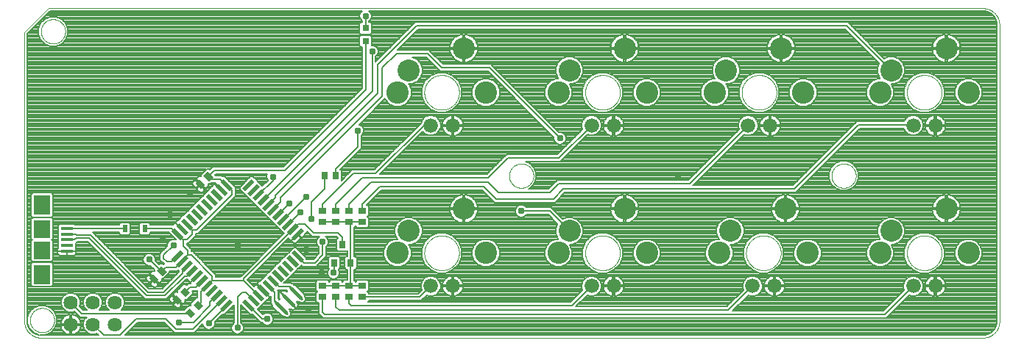
<source format=gtl>
G75*
%MOIN*%
%OFA0B0*%
%FSLAX25Y25*%
%IPPOS*%
%LPD*%
%AMOC8*
5,1,8,0,0,1.08239X$1,22.5*
%
%ADD10C,0.00000*%
%ADD11R,0.05906X0.01969*%
%ADD12R,0.01969X0.05906*%
%ADD13C,0.06400*%
%ADD14R,0.02756X0.03543*%
%ADD15C,0.01772*%
%ADD16C,0.01000*%
%ADD17R,0.05512X0.01575*%
%ADD18R,0.07480X0.07874*%
%ADD19R,0.07480X0.08661*%
%ADD20R,0.02480X0.03268*%
%ADD21R,0.03150X0.03543*%
%ADD22C,0.10000*%
%ADD23C,0.10124*%
%ADD24C,0.06600*%
%ADD25R,0.03543X0.02756*%
%ADD26R,0.03150X0.03150*%
%ADD27C,0.03100*%
%ADD28C,0.00800*%
%ADD29C,0.00700*%
D10*
X0022972Y0003500D02*
X0449472Y0003500D01*
X0449653Y0003502D01*
X0449834Y0003509D01*
X0450015Y0003520D01*
X0450196Y0003535D01*
X0450376Y0003555D01*
X0450556Y0003579D01*
X0450735Y0003607D01*
X0450913Y0003640D01*
X0451090Y0003677D01*
X0451267Y0003718D01*
X0451442Y0003763D01*
X0451617Y0003813D01*
X0451790Y0003867D01*
X0451961Y0003925D01*
X0452132Y0003987D01*
X0452300Y0004054D01*
X0452467Y0004124D01*
X0452633Y0004198D01*
X0452796Y0004277D01*
X0452957Y0004359D01*
X0453117Y0004445D01*
X0453274Y0004535D01*
X0453429Y0004629D01*
X0453582Y0004726D01*
X0453732Y0004828D01*
X0453880Y0004932D01*
X0454026Y0005041D01*
X0454168Y0005152D01*
X0454308Y0005268D01*
X0454445Y0005386D01*
X0454580Y0005508D01*
X0454711Y0005633D01*
X0454839Y0005761D01*
X0454964Y0005892D01*
X0455086Y0006027D01*
X0455204Y0006164D01*
X0455320Y0006304D01*
X0455431Y0006446D01*
X0455540Y0006592D01*
X0455644Y0006740D01*
X0455746Y0006890D01*
X0455843Y0007043D01*
X0455937Y0007198D01*
X0456027Y0007355D01*
X0456113Y0007515D01*
X0456195Y0007676D01*
X0456274Y0007839D01*
X0456348Y0008005D01*
X0456418Y0008172D01*
X0456485Y0008340D01*
X0456547Y0008511D01*
X0456605Y0008682D01*
X0456659Y0008855D01*
X0456709Y0009030D01*
X0456754Y0009205D01*
X0456795Y0009382D01*
X0456832Y0009559D01*
X0456865Y0009737D01*
X0456893Y0009916D01*
X0456917Y0010096D01*
X0456937Y0010276D01*
X0456952Y0010457D01*
X0456963Y0010638D01*
X0456970Y0010819D01*
X0456972Y0011000D01*
X0456972Y0145500D01*
X0456970Y0145681D01*
X0456963Y0145862D01*
X0456952Y0146043D01*
X0456937Y0146224D01*
X0456917Y0146404D01*
X0456893Y0146584D01*
X0456865Y0146763D01*
X0456832Y0146941D01*
X0456795Y0147118D01*
X0456754Y0147295D01*
X0456709Y0147470D01*
X0456659Y0147645D01*
X0456605Y0147818D01*
X0456547Y0147989D01*
X0456485Y0148160D01*
X0456418Y0148328D01*
X0456348Y0148495D01*
X0456274Y0148661D01*
X0456195Y0148824D01*
X0456113Y0148985D01*
X0456027Y0149145D01*
X0455937Y0149302D01*
X0455843Y0149457D01*
X0455746Y0149610D01*
X0455644Y0149760D01*
X0455540Y0149908D01*
X0455431Y0150054D01*
X0455320Y0150196D01*
X0455204Y0150336D01*
X0455086Y0150473D01*
X0454964Y0150608D01*
X0454839Y0150739D01*
X0454711Y0150867D01*
X0454580Y0150992D01*
X0454445Y0151114D01*
X0454308Y0151232D01*
X0454168Y0151348D01*
X0454026Y0151459D01*
X0453880Y0151568D01*
X0453732Y0151672D01*
X0453582Y0151774D01*
X0453429Y0151871D01*
X0453274Y0151965D01*
X0453117Y0152055D01*
X0452957Y0152141D01*
X0452796Y0152223D01*
X0452633Y0152302D01*
X0452467Y0152376D01*
X0452300Y0152446D01*
X0452132Y0152513D01*
X0451961Y0152575D01*
X0451790Y0152633D01*
X0451617Y0152687D01*
X0451442Y0152737D01*
X0451267Y0152782D01*
X0451090Y0152823D01*
X0450913Y0152860D01*
X0450735Y0152893D01*
X0450556Y0152921D01*
X0450376Y0152945D01*
X0450196Y0152965D01*
X0450015Y0152980D01*
X0449834Y0152991D01*
X0449653Y0152998D01*
X0449472Y0153000D01*
X0026472Y0153000D01*
X0015472Y0142000D01*
X0015472Y0011000D01*
X0015474Y0010819D01*
X0015481Y0010638D01*
X0015492Y0010457D01*
X0015507Y0010276D01*
X0015527Y0010096D01*
X0015551Y0009916D01*
X0015579Y0009737D01*
X0015612Y0009559D01*
X0015649Y0009382D01*
X0015690Y0009205D01*
X0015735Y0009030D01*
X0015785Y0008855D01*
X0015839Y0008682D01*
X0015897Y0008511D01*
X0015959Y0008340D01*
X0016026Y0008172D01*
X0016096Y0008005D01*
X0016170Y0007839D01*
X0016249Y0007676D01*
X0016331Y0007515D01*
X0016417Y0007355D01*
X0016507Y0007198D01*
X0016601Y0007043D01*
X0016698Y0006890D01*
X0016800Y0006740D01*
X0016904Y0006592D01*
X0017013Y0006446D01*
X0017124Y0006304D01*
X0017240Y0006164D01*
X0017358Y0006027D01*
X0017480Y0005892D01*
X0017605Y0005761D01*
X0017733Y0005633D01*
X0017864Y0005508D01*
X0017999Y0005386D01*
X0018136Y0005268D01*
X0018276Y0005152D01*
X0018418Y0005041D01*
X0018564Y0004932D01*
X0018712Y0004828D01*
X0018862Y0004726D01*
X0019015Y0004629D01*
X0019170Y0004535D01*
X0019327Y0004445D01*
X0019487Y0004359D01*
X0019648Y0004277D01*
X0019811Y0004198D01*
X0019977Y0004124D01*
X0020144Y0004054D01*
X0020312Y0003987D01*
X0020483Y0003925D01*
X0020654Y0003867D01*
X0020827Y0003813D01*
X0021002Y0003763D01*
X0021177Y0003718D01*
X0021354Y0003677D01*
X0021531Y0003640D01*
X0021709Y0003607D01*
X0021888Y0003579D01*
X0022068Y0003555D01*
X0022248Y0003535D01*
X0022429Y0003520D01*
X0022610Y0003509D01*
X0022791Y0003502D01*
X0022972Y0003500D01*
X0018004Y0011469D02*
X0018006Y0011617D01*
X0018012Y0011765D01*
X0018022Y0011913D01*
X0018036Y0012060D01*
X0018054Y0012207D01*
X0018075Y0012353D01*
X0018101Y0012499D01*
X0018131Y0012644D01*
X0018164Y0012788D01*
X0018202Y0012931D01*
X0018243Y0013073D01*
X0018288Y0013214D01*
X0018336Y0013354D01*
X0018389Y0013493D01*
X0018445Y0013630D01*
X0018505Y0013765D01*
X0018568Y0013899D01*
X0018635Y0014031D01*
X0018706Y0014161D01*
X0018780Y0014289D01*
X0018857Y0014415D01*
X0018938Y0014539D01*
X0019022Y0014661D01*
X0019109Y0014780D01*
X0019200Y0014897D01*
X0019294Y0015012D01*
X0019390Y0015124D01*
X0019490Y0015234D01*
X0019592Y0015340D01*
X0019698Y0015444D01*
X0019806Y0015545D01*
X0019917Y0015643D01*
X0020030Y0015739D01*
X0020146Y0015831D01*
X0020264Y0015920D01*
X0020385Y0016005D01*
X0020508Y0016088D01*
X0020633Y0016167D01*
X0020760Y0016243D01*
X0020889Y0016315D01*
X0021020Y0016384D01*
X0021153Y0016449D01*
X0021288Y0016510D01*
X0021424Y0016568D01*
X0021561Y0016623D01*
X0021700Y0016673D01*
X0021841Y0016720D01*
X0021982Y0016763D01*
X0022125Y0016803D01*
X0022269Y0016838D01*
X0022413Y0016870D01*
X0022559Y0016897D01*
X0022705Y0016921D01*
X0022852Y0016941D01*
X0022999Y0016957D01*
X0023146Y0016969D01*
X0023294Y0016977D01*
X0023442Y0016981D01*
X0023590Y0016981D01*
X0023738Y0016977D01*
X0023886Y0016969D01*
X0024033Y0016957D01*
X0024180Y0016941D01*
X0024327Y0016921D01*
X0024473Y0016897D01*
X0024619Y0016870D01*
X0024763Y0016838D01*
X0024907Y0016803D01*
X0025050Y0016763D01*
X0025191Y0016720D01*
X0025332Y0016673D01*
X0025471Y0016623D01*
X0025608Y0016568D01*
X0025744Y0016510D01*
X0025879Y0016449D01*
X0026012Y0016384D01*
X0026143Y0016315D01*
X0026272Y0016243D01*
X0026399Y0016167D01*
X0026524Y0016088D01*
X0026647Y0016005D01*
X0026768Y0015920D01*
X0026886Y0015831D01*
X0027002Y0015739D01*
X0027115Y0015643D01*
X0027226Y0015545D01*
X0027334Y0015444D01*
X0027440Y0015340D01*
X0027542Y0015234D01*
X0027642Y0015124D01*
X0027738Y0015012D01*
X0027832Y0014897D01*
X0027923Y0014780D01*
X0028010Y0014661D01*
X0028094Y0014539D01*
X0028175Y0014415D01*
X0028252Y0014289D01*
X0028326Y0014161D01*
X0028397Y0014031D01*
X0028464Y0013899D01*
X0028527Y0013765D01*
X0028587Y0013630D01*
X0028643Y0013493D01*
X0028696Y0013354D01*
X0028744Y0013214D01*
X0028789Y0013073D01*
X0028830Y0012931D01*
X0028868Y0012788D01*
X0028901Y0012644D01*
X0028931Y0012499D01*
X0028957Y0012353D01*
X0028978Y0012207D01*
X0028996Y0012060D01*
X0029010Y0011913D01*
X0029020Y0011765D01*
X0029026Y0011617D01*
X0029028Y0011469D01*
X0029026Y0011321D01*
X0029020Y0011173D01*
X0029010Y0011025D01*
X0028996Y0010878D01*
X0028978Y0010731D01*
X0028957Y0010585D01*
X0028931Y0010439D01*
X0028901Y0010294D01*
X0028868Y0010150D01*
X0028830Y0010007D01*
X0028789Y0009865D01*
X0028744Y0009724D01*
X0028696Y0009584D01*
X0028643Y0009445D01*
X0028587Y0009308D01*
X0028527Y0009173D01*
X0028464Y0009039D01*
X0028397Y0008907D01*
X0028326Y0008777D01*
X0028252Y0008649D01*
X0028175Y0008523D01*
X0028094Y0008399D01*
X0028010Y0008277D01*
X0027923Y0008158D01*
X0027832Y0008041D01*
X0027738Y0007926D01*
X0027642Y0007814D01*
X0027542Y0007704D01*
X0027440Y0007598D01*
X0027334Y0007494D01*
X0027226Y0007393D01*
X0027115Y0007295D01*
X0027002Y0007199D01*
X0026886Y0007107D01*
X0026768Y0007018D01*
X0026647Y0006933D01*
X0026524Y0006850D01*
X0026399Y0006771D01*
X0026272Y0006695D01*
X0026143Y0006623D01*
X0026012Y0006554D01*
X0025879Y0006489D01*
X0025744Y0006428D01*
X0025608Y0006370D01*
X0025471Y0006315D01*
X0025332Y0006265D01*
X0025191Y0006218D01*
X0025050Y0006175D01*
X0024907Y0006135D01*
X0024763Y0006100D01*
X0024619Y0006068D01*
X0024473Y0006041D01*
X0024327Y0006017D01*
X0024180Y0005997D01*
X0024033Y0005981D01*
X0023886Y0005969D01*
X0023738Y0005961D01*
X0023590Y0005957D01*
X0023442Y0005957D01*
X0023294Y0005961D01*
X0023146Y0005969D01*
X0022999Y0005981D01*
X0022852Y0005997D01*
X0022705Y0006017D01*
X0022559Y0006041D01*
X0022413Y0006068D01*
X0022269Y0006100D01*
X0022125Y0006135D01*
X0021982Y0006175D01*
X0021841Y0006218D01*
X0021700Y0006265D01*
X0021561Y0006315D01*
X0021424Y0006370D01*
X0021288Y0006428D01*
X0021153Y0006489D01*
X0021020Y0006554D01*
X0020889Y0006623D01*
X0020760Y0006695D01*
X0020633Y0006771D01*
X0020508Y0006850D01*
X0020385Y0006933D01*
X0020264Y0007018D01*
X0020146Y0007107D01*
X0020030Y0007199D01*
X0019917Y0007295D01*
X0019806Y0007393D01*
X0019698Y0007494D01*
X0019592Y0007598D01*
X0019490Y0007704D01*
X0019390Y0007814D01*
X0019294Y0007926D01*
X0019200Y0008041D01*
X0019109Y0008158D01*
X0019022Y0008277D01*
X0018938Y0008399D01*
X0018857Y0008523D01*
X0018780Y0008649D01*
X0018706Y0008777D01*
X0018635Y0008907D01*
X0018568Y0009039D01*
X0018505Y0009173D01*
X0018445Y0009308D01*
X0018389Y0009445D01*
X0018336Y0009584D01*
X0018288Y0009724D01*
X0018243Y0009865D01*
X0018202Y0010007D01*
X0018164Y0010150D01*
X0018131Y0010294D01*
X0018101Y0010439D01*
X0018075Y0010585D01*
X0018054Y0010731D01*
X0018036Y0010878D01*
X0018022Y0011025D01*
X0018012Y0011173D01*
X0018006Y0011321D01*
X0018004Y0011469D01*
X0196574Y0041996D02*
X0196576Y0042189D01*
X0196583Y0042382D01*
X0196595Y0042575D01*
X0196612Y0042768D01*
X0196633Y0042960D01*
X0196659Y0043152D01*
X0196690Y0043342D01*
X0196725Y0043532D01*
X0196765Y0043721D01*
X0196810Y0043909D01*
X0196859Y0044096D01*
X0196913Y0044282D01*
X0196971Y0044466D01*
X0197034Y0044649D01*
X0197102Y0044830D01*
X0197173Y0045010D01*
X0197250Y0045187D01*
X0197330Y0045363D01*
X0197415Y0045537D01*
X0197504Y0045708D01*
X0197597Y0045878D01*
X0197694Y0046045D01*
X0197796Y0046209D01*
X0197901Y0046371D01*
X0198011Y0046530D01*
X0198124Y0046687D01*
X0198241Y0046841D01*
X0198362Y0046992D01*
X0198486Y0047140D01*
X0198614Y0047285D01*
X0198746Y0047426D01*
X0198881Y0047564D01*
X0199019Y0047699D01*
X0199160Y0047831D01*
X0199305Y0047959D01*
X0199453Y0048083D01*
X0199604Y0048204D01*
X0199758Y0048321D01*
X0199915Y0048434D01*
X0200074Y0048544D01*
X0200236Y0048649D01*
X0200400Y0048751D01*
X0200567Y0048848D01*
X0200737Y0048941D01*
X0200908Y0049030D01*
X0201082Y0049115D01*
X0201258Y0049195D01*
X0201435Y0049272D01*
X0201615Y0049343D01*
X0201796Y0049411D01*
X0201979Y0049474D01*
X0202163Y0049532D01*
X0202349Y0049586D01*
X0202536Y0049635D01*
X0202724Y0049680D01*
X0202913Y0049720D01*
X0203103Y0049755D01*
X0203293Y0049786D01*
X0203485Y0049812D01*
X0203677Y0049833D01*
X0203870Y0049850D01*
X0204063Y0049862D01*
X0204256Y0049869D01*
X0204449Y0049871D01*
X0204642Y0049869D01*
X0204835Y0049862D01*
X0205028Y0049850D01*
X0205221Y0049833D01*
X0205413Y0049812D01*
X0205605Y0049786D01*
X0205795Y0049755D01*
X0205985Y0049720D01*
X0206174Y0049680D01*
X0206362Y0049635D01*
X0206549Y0049586D01*
X0206735Y0049532D01*
X0206919Y0049474D01*
X0207102Y0049411D01*
X0207283Y0049343D01*
X0207463Y0049272D01*
X0207640Y0049195D01*
X0207816Y0049115D01*
X0207990Y0049030D01*
X0208161Y0048941D01*
X0208331Y0048848D01*
X0208498Y0048751D01*
X0208662Y0048649D01*
X0208824Y0048544D01*
X0208983Y0048434D01*
X0209140Y0048321D01*
X0209294Y0048204D01*
X0209445Y0048083D01*
X0209593Y0047959D01*
X0209738Y0047831D01*
X0209879Y0047699D01*
X0210017Y0047564D01*
X0210152Y0047426D01*
X0210284Y0047285D01*
X0210412Y0047140D01*
X0210536Y0046992D01*
X0210657Y0046841D01*
X0210774Y0046687D01*
X0210887Y0046530D01*
X0210997Y0046371D01*
X0211102Y0046209D01*
X0211204Y0046045D01*
X0211301Y0045878D01*
X0211394Y0045708D01*
X0211483Y0045537D01*
X0211568Y0045363D01*
X0211648Y0045187D01*
X0211725Y0045010D01*
X0211796Y0044830D01*
X0211864Y0044649D01*
X0211927Y0044466D01*
X0211985Y0044282D01*
X0212039Y0044096D01*
X0212088Y0043909D01*
X0212133Y0043721D01*
X0212173Y0043532D01*
X0212208Y0043342D01*
X0212239Y0043152D01*
X0212265Y0042960D01*
X0212286Y0042768D01*
X0212303Y0042575D01*
X0212315Y0042382D01*
X0212322Y0042189D01*
X0212324Y0041996D01*
X0212322Y0041803D01*
X0212315Y0041610D01*
X0212303Y0041417D01*
X0212286Y0041224D01*
X0212265Y0041032D01*
X0212239Y0040840D01*
X0212208Y0040650D01*
X0212173Y0040460D01*
X0212133Y0040271D01*
X0212088Y0040083D01*
X0212039Y0039896D01*
X0211985Y0039710D01*
X0211927Y0039526D01*
X0211864Y0039343D01*
X0211796Y0039162D01*
X0211725Y0038982D01*
X0211648Y0038805D01*
X0211568Y0038629D01*
X0211483Y0038455D01*
X0211394Y0038284D01*
X0211301Y0038114D01*
X0211204Y0037947D01*
X0211102Y0037783D01*
X0210997Y0037621D01*
X0210887Y0037462D01*
X0210774Y0037305D01*
X0210657Y0037151D01*
X0210536Y0037000D01*
X0210412Y0036852D01*
X0210284Y0036707D01*
X0210152Y0036566D01*
X0210017Y0036428D01*
X0209879Y0036293D01*
X0209738Y0036161D01*
X0209593Y0036033D01*
X0209445Y0035909D01*
X0209294Y0035788D01*
X0209140Y0035671D01*
X0208983Y0035558D01*
X0208824Y0035448D01*
X0208662Y0035343D01*
X0208498Y0035241D01*
X0208331Y0035144D01*
X0208161Y0035051D01*
X0207990Y0034962D01*
X0207816Y0034877D01*
X0207640Y0034797D01*
X0207463Y0034720D01*
X0207283Y0034649D01*
X0207102Y0034581D01*
X0206919Y0034518D01*
X0206735Y0034460D01*
X0206549Y0034406D01*
X0206362Y0034357D01*
X0206174Y0034312D01*
X0205985Y0034272D01*
X0205795Y0034237D01*
X0205605Y0034206D01*
X0205413Y0034180D01*
X0205221Y0034159D01*
X0205028Y0034142D01*
X0204835Y0034130D01*
X0204642Y0034123D01*
X0204449Y0034121D01*
X0204256Y0034123D01*
X0204063Y0034130D01*
X0203870Y0034142D01*
X0203677Y0034159D01*
X0203485Y0034180D01*
X0203293Y0034206D01*
X0203103Y0034237D01*
X0202913Y0034272D01*
X0202724Y0034312D01*
X0202536Y0034357D01*
X0202349Y0034406D01*
X0202163Y0034460D01*
X0201979Y0034518D01*
X0201796Y0034581D01*
X0201615Y0034649D01*
X0201435Y0034720D01*
X0201258Y0034797D01*
X0201082Y0034877D01*
X0200908Y0034962D01*
X0200737Y0035051D01*
X0200567Y0035144D01*
X0200400Y0035241D01*
X0200236Y0035343D01*
X0200074Y0035448D01*
X0199915Y0035558D01*
X0199758Y0035671D01*
X0199604Y0035788D01*
X0199453Y0035909D01*
X0199305Y0036033D01*
X0199160Y0036161D01*
X0199019Y0036293D01*
X0198881Y0036428D01*
X0198746Y0036566D01*
X0198614Y0036707D01*
X0198486Y0036852D01*
X0198362Y0037000D01*
X0198241Y0037151D01*
X0198124Y0037305D01*
X0198011Y0037462D01*
X0197901Y0037621D01*
X0197796Y0037783D01*
X0197694Y0037947D01*
X0197597Y0038114D01*
X0197504Y0038284D01*
X0197415Y0038455D01*
X0197330Y0038629D01*
X0197250Y0038805D01*
X0197173Y0038982D01*
X0197102Y0039162D01*
X0197034Y0039343D01*
X0196971Y0039526D01*
X0196913Y0039710D01*
X0196859Y0039896D01*
X0196810Y0040083D01*
X0196765Y0040271D01*
X0196725Y0040460D01*
X0196690Y0040650D01*
X0196659Y0040840D01*
X0196633Y0041032D01*
X0196612Y0041224D01*
X0196595Y0041417D01*
X0196583Y0041610D01*
X0196576Y0041803D01*
X0196574Y0041996D01*
X0269408Y0041996D02*
X0269410Y0042189D01*
X0269417Y0042382D01*
X0269429Y0042575D01*
X0269446Y0042768D01*
X0269467Y0042960D01*
X0269493Y0043152D01*
X0269524Y0043342D01*
X0269559Y0043532D01*
X0269599Y0043721D01*
X0269644Y0043909D01*
X0269693Y0044096D01*
X0269747Y0044282D01*
X0269805Y0044466D01*
X0269868Y0044649D01*
X0269936Y0044830D01*
X0270007Y0045010D01*
X0270084Y0045187D01*
X0270164Y0045363D01*
X0270249Y0045537D01*
X0270338Y0045708D01*
X0270431Y0045878D01*
X0270528Y0046045D01*
X0270630Y0046209D01*
X0270735Y0046371D01*
X0270845Y0046530D01*
X0270958Y0046687D01*
X0271075Y0046841D01*
X0271196Y0046992D01*
X0271320Y0047140D01*
X0271448Y0047285D01*
X0271580Y0047426D01*
X0271715Y0047564D01*
X0271853Y0047699D01*
X0271994Y0047831D01*
X0272139Y0047959D01*
X0272287Y0048083D01*
X0272438Y0048204D01*
X0272592Y0048321D01*
X0272749Y0048434D01*
X0272908Y0048544D01*
X0273070Y0048649D01*
X0273234Y0048751D01*
X0273401Y0048848D01*
X0273571Y0048941D01*
X0273742Y0049030D01*
X0273916Y0049115D01*
X0274092Y0049195D01*
X0274269Y0049272D01*
X0274449Y0049343D01*
X0274630Y0049411D01*
X0274813Y0049474D01*
X0274997Y0049532D01*
X0275183Y0049586D01*
X0275370Y0049635D01*
X0275558Y0049680D01*
X0275747Y0049720D01*
X0275937Y0049755D01*
X0276127Y0049786D01*
X0276319Y0049812D01*
X0276511Y0049833D01*
X0276704Y0049850D01*
X0276897Y0049862D01*
X0277090Y0049869D01*
X0277283Y0049871D01*
X0277476Y0049869D01*
X0277669Y0049862D01*
X0277862Y0049850D01*
X0278055Y0049833D01*
X0278247Y0049812D01*
X0278439Y0049786D01*
X0278629Y0049755D01*
X0278819Y0049720D01*
X0279008Y0049680D01*
X0279196Y0049635D01*
X0279383Y0049586D01*
X0279569Y0049532D01*
X0279753Y0049474D01*
X0279936Y0049411D01*
X0280117Y0049343D01*
X0280297Y0049272D01*
X0280474Y0049195D01*
X0280650Y0049115D01*
X0280824Y0049030D01*
X0280995Y0048941D01*
X0281165Y0048848D01*
X0281332Y0048751D01*
X0281496Y0048649D01*
X0281658Y0048544D01*
X0281817Y0048434D01*
X0281974Y0048321D01*
X0282128Y0048204D01*
X0282279Y0048083D01*
X0282427Y0047959D01*
X0282572Y0047831D01*
X0282713Y0047699D01*
X0282851Y0047564D01*
X0282986Y0047426D01*
X0283118Y0047285D01*
X0283246Y0047140D01*
X0283370Y0046992D01*
X0283491Y0046841D01*
X0283608Y0046687D01*
X0283721Y0046530D01*
X0283831Y0046371D01*
X0283936Y0046209D01*
X0284038Y0046045D01*
X0284135Y0045878D01*
X0284228Y0045708D01*
X0284317Y0045537D01*
X0284402Y0045363D01*
X0284482Y0045187D01*
X0284559Y0045010D01*
X0284630Y0044830D01*
X0284698Y0044649D01*
X0284761Y0044466D01*
X0284819Y0044282D01*
X0284873Y0044096D01*
X0284922Y0043909D01*
X0284967Y0043721D01*
X0285007Y0043532D01*
X0285042Y0043342D01*
X0285073Y0043152D01*
X0285099Y0042960D01*
X0285120Y0042768D01*
X0285137Y0042575D01*
X0285149Y0042382D01*
X0285156Y0042189D01*
X0285158Y0041996D01*
X0285156Y0041803D01*
X0285149Y0041610D01*
X0285137Y0041417D01*
X0285120Y0041224D01*
X0285099Y0041032D01*
X0285073Y0040840D01*
X0285042Y0040650D01*
X0285007Y0040460D01*
X0284967Y0040271D01*
X0284922Y0040083D01*
X0284873Y0039896D01*
X0284819Y0039710D01*
X0284761Y0039526D01*
X0284698Y0039343D01*
X0284630Y0039162D01*
X0284559Y0038982D01*
X0284482Y0038805D01*
X0284402Y0038629D01*
X0284317Y0038455D01*
X0284228Y0038284D01*
X0284135Y0038114D01*
X0284038Y0037947D01*
X0283936Y0037783D01*
X0283831Y0037621D01*
X0283721Y0037462D01*
X0283608Y0037305D01*
X0283491Y0037151D01*
X0283370Y0037000D01*
X0283246Y0036852D01*
X0283118Y0036707D01*
X0282986Y0036566D01*
X0282851Y0036428D01*
X0282713Y0036293D01*
X0282572Y0036161D01*
X0282427Y0036033D01*
X0282279Y0035909D01*
X0282128Y0035788D01*
X0281974Y0035671D01*
X0281817Y0035558D01*
X0281658Y0035448D01*
X0281496Y0035343D01*
X0281332Y0035241D01*
X0281165Y0035144D01*
X0280995Y0035051D01*
X0280824Y0034962D01*
X0280650Y0034877D01*
X0280474Y0034797D01*
X0280297Y0034720D01*
X0280117Y0034649D01*
X0279936Y0034581D01*
X0279753Y0034518D01*
X0279569Y0034460D01*
X0279383Y0034406D01*
X0279196Y0034357D01*
X0279008Y0034312D01*
X0278819Y0034272D01*
X0278629Y0034237D01*
X0278439Y0034206D01*
X0278247Y0034180D01*
X0278055Y0034159D01*
X0277862Y0034142D01*
X0277669Y0034130D01*
X0277476Y0034123D01*
X0277283Y0034121D01*
X0277090Y0034123D01*
X0276897Y0034130D01*
X0276704Y0034142D01*
X0276511Y0034159D01*
X0276319Y0034180D01*
X0276127Y0034206D01*
X0275937Y0034237D01*
X0275747Y0034272D01*
X0275558Y0034312D01*
X0275370Y0034357D01*
X0275183Y0034406D01*
X0274997Y0034460D01*
X0274813Y0034518D01*
X0274630Y0034581D01*
X0274449Y0034649D01*
X0274269Y0034720D01*
X0274092Y0034797D01*
X0273916Y0034877D01*
X0273742Y0034962D01*
X0273571Y0035051D01*
X0273401Y0035144D01*
X0273234Y0035241D01*
X0273070Y0035343D01*
X0272908Y0035448D01*
X0272749Y0035558D01*
X0272592Y0035671D01*
X0272438Y0035788D01*
X0272287Y0035909D01*
X0272139Y0036033D01*
X0271994Y0036161D01*
X0271853Y0036293D01*
X0271715Y0036428D01*
X0271580Y0036566D01*
X0271448Y0036707D01*
X0271320Y0036852D01*
X0271196Y0037000D01*
X0271075Y0037151D01*
X0270958Y0037305D01*
X0270845Y0037462D01*
X0270735Y0037621D01*
X0270630Y0037783D01*
X0270528Y0037947D01*
X0270431Y0038114D01*
X0270338Y0038284D01*
X0270249Y0038455D01*
X0270164Y0038629D01*
X0270084Y0038805D01*
X0270007Y0038982D01*
X0269936Y0039162D01*
X0269868Y0039343D01*
X0269805Y0039526D01*
X0269747Y0039710D01*
X0269693Y0039896D01*
X0269644Y0040083D01*
X0269599Y0040271D01*
X0269559Y0040460D01*
X0269524Y0040650D01*
X0269493Y0040840D01*
X0269467Y0041032D01*
X0269446Y0041224D01*
X0269429Y0041417D01*
X0269417Y0041610D01*
X0269410Y0041803D01*
X0269408Y0041996D01*
X0342243Y0041996D02*
X0342245Y0042189D01*
X0342252Y0042382D01*
X0342264Y0042575D01*
X0342281Y0042768D01*
X0342302Y0042960D01*
X0342328Y0043152D01*
X0342359Y0043342D01*
X0342394Y0043532D01*
X0342434Y0043721D01*
X0342479Y0043909D01*
X0342528Y0044096D01*
X0342582Y0044282D01*
X0342640Y0044466D01*
X0342703Y0044649D01*
X0342771Y0044830D01*
X0342842Y0045010D01*
X0342919Y0045187D01*
X0342999Y0045363D01*
X0343084Y0045537D01*
X0343173Y0045708D01*
X0343266Y0045878D01*
X0343363Y0046045D01*
X0343465Y0046209D01*
X0343570Y0046371D01*
X0343680Y0046530D01*
X0343793Y0046687D01*
X0343910Y0046841D01*
X0344031Y0046992D01*
X0344155Y0047140D01*
X0344283Y0047285D01*
X0344415Y0047426D01*
X0344550Y0047564D01*
X0344688Y0047699D01*
X0344829Y0047831D01*
X0344974Y0047959D01*
X0345122Y0048083D01*
X0345273Y0048204D01*
X0345427Y0048321D01*
X0345584Y0048434D01*
X0345743Y0048544D01*
X0345905Y0048649D01*
X0346069Y0048751D01*
X0346236Y0048848D01*
X0346406Y0048941D01*
X0346577Y0049030D01*
X0346751Y0049115D01*
X0346927Y0049195D01*
X0347104Y0049272D01*
X0347284Y0049343D01*
X0347465Y0049411D01*
X0347648Y0049474D01*
X0347832Y0049532D01*
X0348018Y0049586D01*
X0348205Y0049635D01*
X0348393Y0049680D01*
X0348582Y0049720D01*
X0348772Y0049755D01*
X0348962Y0049786D01*
X0349154Y0049812D01*
X0349346Y0049833D01*
X0349539Y0049850D01*
X0349732Y0049862D01*
X0349925Y0049869D01*
X0350118Y0049871D01*
X0350311Y0049869D01*
X0350504Y0049862D01*
X0350697Y0049850D01*
X0350890Y0049833D01*
X0351082Y0049812D01*
X0351274Y0049786D01*
X0351464Y0049755D01*
X0351654Y0049720D01*
X0351843Y0049680D01*
X0352031Y0049635D01*
X0352218Y0049586D01*
X0352404Y0049532D01*
X0352588Y0049474D01*
X0352771Y0049411D01*
X0352952Y0049343D01*
X0353132Y0049272D01*
X0353309Y0049195D01*
X0353485Y0049115D01*
X0353659Y0049030D01*
X0353830Y0048941D01*
X0354000Y0048848D01*
X0354167Y0048751D01*
X0354331Y0048649D01*
X0354493Y0048544D01*
X0354652Y0048434D01*
X0354809Y0048321D01*
X0354963Y0048204D01*
X0355114Y0048083D01*
X0355262Y0047959D01*
X0355407Y0047831D01*
X0355548Y0047699D01*
X0355686Y0047564D01*
X0355821Y0047426D01*
X0355953Y0047285D01*
X0356081Y0047140D01*
X0356205Y0046992D01*
X0356326Y0046841D01*
X0356443Y0046687D01*
X0356556Y0046530D01*
X0356666Y0046371D01*
X0356771Y0046209D01*
X0356873Y0046045D01*
X0356970Y0045878D01*
X0357063Y0045708D01*
X0357152Y0045537D01*
X0357237Y0045363D01*
X0357317Y0045187D01*
X0357394Y0045010D01*
X0357465Y0044830D01*
X0357533Y0044649D01*
X0357596Y0044466D01*
X0357654Y0044282D01*
X0357708Y0044096D01*
X0357757Y0043909D01*
X0357802Y0043721D01*
X0357842Y0043532D01*
X0357877Y0043342D01*
X0357908Y0043152D01*
X0357934Y0042960D01*
X0357955Y0042768D01*
X0357972Y0042575D01*
X0357984Y0042382D01*
X0357991Y0042189D01*
X0357993Y0041996D01*
X0357991Y0041803D01*
X0357984Y0041610D01*
X0357972Y0041417D01*
X0357955Y0041224D01*
X0357934Y0041032D01*
X0357908Y0040840D01*
X0357877Y0040650D01*
X0357842Y0040460D01*
X0357802Y0040271D01*
X0357757Y0040083D01*
X0357708Y0039896D01*
X0357654Y0039710D01*
X0357596Y0039526D01*
X0357533Y0039343D01*
X0357465Y0039162D01*
X0357394Y0038982D01*
X0357317Y0038805D01*
X0357237Y0038629D01*
X0357152Y0038455D01*
X0357063Y0038284D01*
X0356970Y0038114D01*
X0356873Y0037947D01*
X0356771Y0037783D01*
X0356666Y0037621D01*
X0356556Y0037462D01*
X0356443Y0037305D01*
X0356326Y0037151D01*
X0356205Y0037000D01*
X0356081Y0036852D01*
X0355953Y0036707D01*
X0355821Y0036566D01*
X0355686Y0036428D01*
X0355548Y0036293D01*
X0355407Y0036161D01*
X0355262Y0036033D01*
X0355114Y0035909D01*
X0354963Y0035788D01*
X0354809Y0035671D01*
X0354652Y0035558D01*
X0354493Y0035448D01*
X0354331Y0035343D01*
X0354167Y0035241D01*
X0354000Y0035144D01*
X0353830Y0035051D01*
X0353659Y0034962D01*
X0353485Y0034877D01*
X0353309Y0034797D01*
X0353132Y0034720D01*
X0352952Y0034649D01*
X0352771Y0034581D01*
X0352588Y0034518D01*
X0352404Y0034460D01*
X0352218Y0034406D01*
X0352031Y0034357D01*
X0351843Y0034312D01*
X0351654Y0034272D01*
X0351464Y0034237D01*
X0351274Y0034206D01*
X0351082Y0034180D01*
X0350890Y0034159D01*
X0350697Y0034142D01*
X0350504Y0034130D01*
X0350311Y0034123D01*
X0350118Y0034121D01*
X0349925Y0034123D01*
X0349732Y0034130D01*
X0349539Y0034142D01*
X0349346Y0034159D01*
X0349154Y0034180D01*
X0348962Y0034206D01*
X0348772Y0034237D01*
X0348582Y0034272D01*
X0348393Y0034312D01*
X0348205Y0034357D01*
X0348018Y0034406D01*
X0347832Y0034460D01*
X0347648Y0034518D01*
X0347465Y0034581D01*
X0347284Y0034649D01*
X0347104Y0034720D01*
X0346927Y0034797D01*
X0346751Y0034877D01*
X0346577Y0034962D01*
X0346406Y0035051D01*
X0346236Y0035144D01*
X0346069Y0035241D01*
X0345905Y0035343D01*
X0345743Y0035448D01*
X0345584Y0035558D01*
X0345427Y0035671D01*
X0345273Y0035788D01*
X0345122Y0035909D01*
X0344974Y0036033D01*
X0344829Y0036161D01*
X0344688Y0036293D01*
X0344550Y0036428D01*
X0344415Y0036566D01*
X0344283Y0036707D01*
X0344155Y0036852D01*
X0344031Y0037000D01*
X0343910Y0037151D01*
X0343793Y0037305D01*
X0343680Y0037462D01*
X0343570Y0037621D01*
X0343465Y0037783D01*
X0343363Y0037947D01*
X0343266Y0038114D01*
X0343173Y0038284D01*
X0343084Y0038455D01*
X0342999Y0038629D01*
X0342919Y0038805D01*
X0342842Y0038982D01*
X0342771Y0039162D01*
X0342703Y0039343D01*
X0342640Y0039526D01*
X0342582Y0039710D01*
X0342528Y0039896D01*
X0342479Y0040083D01*
X0342434Y0040271D01*
X0342394Y0040460D01*
X0342359Y0040650D01*
X0342328Y0040840D01*
X0342302Y0041032D01*
X0342281Y0041224D01*
X0342264Y0041417D01*
X0342252Y0041610D01*
X0342245Y0041803D01*
X0342243Y0041996D01*
X0415078Y0041996D02*
X0415080Y0042189D01*
X0415087Y0042382D01*
X0415099Y0042575D01*
X0415116Y0042768D01*
X0415137Y0042960D01*
X0415163Y0043152D01*
X0415194Y0043342D01*
X0415229Y0043532D01*
X0415269Y0043721D01*
X0415314Y0043909D01*
X0415363Y0044096D01*
X0415417Y0044282D01*
X0415475Y0044466D01*
X0415538Y0044649D01*
X0415606Y0044830D01*
X0415677Y0045010D01*
X0415754Y0045187D01*
X0415834Y0045363D01*
X0415919Y0045537D01*
X0416008Y0045708D01*
X0416101Y0045878D01*
X0416198Y0046045D01*
X0416300Y0046209D01*
X0416405Y0046371D01*
X0416515Y0046530D01*
X0416628Y0046687D01*
X0416745Y0046841D01*
X0416866Y0046992D01*
X0416990Y0047140D01*
X0417118Y0047285D01*
X0417250Y0047426D01*
X0417385Y0047564D01*
X0417523Y0047699D01*
X0417664Y0047831D01*
X0417809Y0047959D01*
X0417957Y0048083D01*
X0418108Y0048204D01*
X0418262Y0048321D01*
X0418419Y0048434D01*
X0418578Y0048544D01*
X0418740Y0048649D01*
X0418904Y0048751D01*
X0419071Y0048848D01*
X0419241Y0048941D01*
X0419412Y0049030D01*
X0419586Y0049115D01*
X0419762Y0049195D01*
X0419939Y0049272D01*
X0420119Y0049343D01*
X0420300Y0049411D01*
X0420483Y0049474D01*
X0420667Y0049532D01*
X0420853Y0049586D01*
X0421040Y0049635D01*
X0421228Y0049680D01*
X0421417Y0049720D01*
X0421607Y0049755D01*
X0421797Y0049786D01*
X0421989Y0049812D01*
X0422181Y0049833D01*
X0422374Y0049850D01*
X0422567Y0049862D01*
X0422760Y0049869D01*
X0422953Y0049871D01*
X0423146Y0049869D01*
X0423339Y0049862D01*
X0423532Y0049850D01*
X0423725Y0049833D01*
X0423917Y0049812D01*
X0424109Y0049786D01*
X0424299Y0049755D01*
X0424489Y0049720D01*
X0424678Y0049680D01*
X0424866Y0049635D01*
X0425053Y0049586D01*
X0425239Y0049532D01*
X0425423Y0049474D01*
X0425606Y0049411D01*
X0425787Y0049343D01*
X0425967Y0049272D01*
X0426144Y0049195D01*
X0426320Y0049115D01*
X0426494Y0049030D01*
X0426665Y0048941D01*
X0426835Y0048848D01*
X0427002Y0048751D01*
X0427166Y0048649D01*
X0427328Y0048544D01*
X0427487Y0048434D01*
X0427644Y0048321D01*
X0427798Y0048204D01*
X0427949Y0048083D01*
X0428097Y0047959D01*
X0428242Y0047831D01*
X0428383Y0047699D01*
X0428521Y0047564D01*
X0428656Y0047426D01*
X0428788Y0047285D01*
X0428916Y0047140D01*
X0429040Y0046992D01*
X0429161Y0046841D01*
X0429278Y0046687D01*
X0429391Y0046530D01*
X0429501Y0046371D01*
X0429606Y0046209D01*
X0429708Y0046045D01*
X0429805Y0045878D01*
X0429898Y0045708D01*
X0429987Y0045537D01*
X0430072Y0045363D01*
X0430152Y0045187D01*
X0430229Y0045010D01*
X0430300Y0044830D01*
X0430368Y0044649D01*
X0430431Y0044466D01*
X0430489Y0044282D01*
X0430543Y0044096D01*
X0430592Y0043909D01*
X0430637Y0043721D01*
X0430677Y0043532D01*
X0430712Y0043342D01*
X0430743Y0043152D01*
X0430769Y0042960D01*
X0430790Y0042768D01*
X0430807Y0042575D01*
X0430819Y0042382D01*
X0430826Y0042189D01*
X0430828Y0041996D01*
X0430826Y0041803D01*
X0430819Y0041610D01*
X0430807Y0041417D01*
X0430790Y0041224D01*
X0430769Y0041032D01*
X0430743Y0040840D01*
X0430712Y0040650D01*
X0430677Y0040460D01*
X0430637Y0040271D01*
X0430592Y0040083D01*
X0430543Y0039896D01*
X0430489Y0039710D01*
X0430431Y0039526D01*
X0430368Y0039343D01*
X0430300Y0039162D01*
X0430229Y0038982D01*
X0430152Y0038805D01*
X0430072Y0038629D01*
X0429987Y0038455D01*
X0429898Y0038284D01*
X0429805Y0038114D01*
X0429708Y0037947D01*
X0429606Y0037783D01*
X0429501Y0037621D01*
X0429391Y0037462D01*
X0429278Y0037305D01*
X0429161Y0037151D01*
X0429040Y0037000D01*
X0428916Y0036852D01*
X0428788Y0036707D01*
X0428656Y0036566D01*
X0428521Y0036428D01*
X0428383Y0036293D01*
X0428242Y0036161D01*
X0428097Y0036033D01*
X0427949Y0035909D01*
X0427798Y0035788D01*
X0427644Y0035671D01*
X0427487Y0035558D01*
X0427328Y0035448D01*
X0427166Y0035343D01*
X0427002Y0035241D01*
X0426835Y0035144D01*
X0426665Y0035051D01*
X0426494Y0034962D01*
X0426320Y0034877D01*
X0426144Y0034797D01*
X0425967Y0034720D01*
X0425787Y0034649D01*
X0425606Y0034581D01*
X0425423Y0034518D01*
X0425239Y0034460D01*
X0425053Y0034406D01*
X0424866Y0034357D01*
X0424678Y0034312D01*
X0424489Y0034272D01*
X0424299Y0034237D01*
X0424109Y0034206D01*
X0423917Y0034180D01*
X0423725Y0034159D01*
X0423532Y0034142D01*
X0423339Y0034130D01*
X0423146Y0034123D01*
X0422953Y0034121D01*
X0422760Y0034123D01*
X0422567Y0034130D01*
X0422374Y0034142D01*
X0422181Y0034159D01*
X0421989Y0034180D01*
X0421797Y0034206D01*
X0421607Y0034237D01*
X0421417Y0034272D01*
X0421228Y0034312D01*
X0421040Y0034357D01*
X0420853Y0034406D01*
X0420667Y0034460D01*
X0420483Y0034518D01*
X0420300Y0034581D01*
X0420119Y0034649D01*
X0419939Y0034720D01*
X0419762Y0034797D01*
X0419586Y0034877D01*
X0419412Y0034962D01*
X0419241Y0035051D01*
X0419071Y0035144D01*
X0418904Y0035241D01*
X0418740Y0035343D01*
X0418578Y0035448D01*
X0418419Y0035558D01*
X0418262Y0035671D01*
X0418108Y0035788D01*
X0417957Y0035909D01*
X0417809Y0036033D01*
X0417664Y0036161D01*
X0417523Y0036293D01*
X0417385Y0036428D01*
X0417250Y0036566D01*
X0417118Y0036707D01*
X0416990Y0036852D01*
X0416866Y0037000D01*
X0416745Y0037151D01*
X0416628Y0037305D01*
X0416515Y0037462D01*
X0416405Y0037621D01*
X0416300Y0037783D01*
X0416198Y0037947D01*
X0416101Y0038114D01*
X0416008Y0038284D01*
X0415919Y0038455D01*
X0415834Y0038629D01*
X0415754Y0038805D01*
X0415677Y0038982D01*
X0415606Y0039162D01*
X0415538Y0039343D01*
X0415475Y0039526D01*
X0415417Y0039710D01*
X0415363Y0039896D01*
X0415314Y0040083D01*
X0415269Y0040271D01*
X0415229Y0040460D01*
X0415194Y0040650D01*
X0415163Y0040840D01*
X0415137Y0041032D01*
X0415116Y0041224D01*
X0415099Y0041417D01*
X0415087Y0041610D01*
X0415080Y0041803D01*
X0415078Y0041996D01*
X0380960Y0077000D02*
X0380962Y0077148D01*
X0380968Y0077296D01*
X0380978Y0077444D01*
X0380992Y0077591D01*
X0381010Y0077738D01*
X0381031Y0077884D01*
X0381057Y0078030D01*
X0381087Y0078175D01*
X0381120Y0078319D01*
X0381158Y0078462D01*
X0381199Y0078604D01*
X0381244Y0078745D01*
X0381292Y0078885D01*
X0381345Y0079024D01*
X0381401Y0079161D01*
X0381461Y0079296D01*
X0381524Y0079430D01*
X0381591Y0079562D01*
X0381662Y0079692D01*
X0381736Y0079820D01*
X0381813Y0079946D01*
X0381894Y0080070D01*
X0381978Y0080192D01*
X0382065Y0080311D01*
X0382156Y0080428D01*
X0382250Y0080543D01*
X0382346Y0080655D01*
X0382446Y0080765D01*
X0382548Y0080871D01*
X0382654Y0080975D01*
X0382762Y0081076D01*
X0382873Y0081174D01*
X0382986Y0081270D01*
X0383102Y0081362D01*
X0383220Y0081451D01*
X0383341Y0081536D01*
X0383464Y0081619D01*
X0383589Y0081698D01*
X0383716Y0081774D01*
X0383845Y0081846D01*
X0383976Y0081915D01*
X0384109Y0081980D01*
X0384244Y0082041D01*
X0384380Y0082099D01*
X0384517Y0082154D01*
X0384656Y0082204D01*
X0384797Y0082251D01*
X0384938Y0082294D01*
X0385081Y0082334D01*
X0385225Y0082369D01*
X0385369Y0082401D01*
X0385515Y0082428D01*
X0385661Y0082452D01*
X0385808Y0082472D01*
X0385955Y0082488D01*
X0386102Y0082500D01*
X0386250Y0082508D01*
X0386398Y0082512D01*
X0386546Y0082512D01*
X0386694Y0082508D01*
X0386842Y0082500D01*
X0386989Y0082488D01*
X0387136Y0082472D01*
X0387283Y0082452D01*
X0387429Y0082428D01*
X0387575Y0082401D01*
X0387719Y0082369D01*
X0387863Y0082334D01*
X0388006Y0082294D01*
X0388147Y0082251D01*
X0388288Y0082204D01*
X0388427Y0082154D01*
X0388564Y0082099D01*
X0388700Y0082041D01*
X0388835Y0081980D01*
X0388968Y0081915D01*
X0389099Y0081846D01*
X0389228Y0081774D01*
X0389355Y0081698D01*
X0389480Y0081619D01*
X0389603Y0081536D01*
X0389724Y0081451D01*
X0389842Y0081362D01*
X0389958Y0081270D01*
X0390071Y0081174D01*
X0390182Y0081076D01*
X0390290Y0080975D01*
X0390396Y0080871D01*
X0390498Y0080765D01*
X0390598Y0080655D01*
X0390694Y0080543D01*
X0390788Y0080428D01*
X0390879Y0080311D01*
X0390966Y0080192D01*
X0391050Y0080070D01*
X0391131Y0079946D01*
X0391208Y0079820D01*
X0391282Y0079692D01*
X0391353Y0079562D01*
X0391420Y0079430D01*
X0391483Y0079296D01*
X0391543Y0079161D01*
X0391599Y0079024D01*
X0391652Y0078885D01*
X0391700Y0078745D01*
X0391745Y0078604D01*
X0391786Y0078462D01*
X0391824Y0078319D01*
X0391857Y0078175D01*
X0391887Y0078030D01*
X0391913Y0077884D01*
X0391934Y0077738D01*
X0391952Y0077591D01*
X0391966Y0077444D01*
X0391976Y0077296D01*
X0391982Y0077148D01*
X0391984Y0077000D01*
X0391982Y0076852D01*
X0391976Y0076704D01*
X0391966Y0076556D01*
X0391952Y0076409D01*
X0391934Y0076262D01*
X0391913Y0076116D01*
X0391887Y0075970D01*
X0391857Y0075825D01*
X0391824Y0075681D01*
X0391786Y0075538D01*
X0391745Y0075396D01*
X0391700Y0075255D01*
X0391652Y0075115D01*
X0391599Y0074976D01*
X0391543Y0074839D01*
X0391483Y0074704D01*
X0391420Y0074570D01*
X0391353Y0074438D01*
X0391282Y0074308D01*
X0391208Y0074180D01*
X0391131Y0074054D01*
X0391050Y0073930D01*
X0390966Y0073808D01*
X0390879Y0073689D01*
X0390788Y0073572D01*
X0390694Y0073457D01*
X0390598Y0073345D01*
X0390498Y0073235D01*
X0390396Y0073129D01*
X0390290Y0073025D01*
X0390182Y0072924D01*
X0390071Y0072826D01*
X0389958Y0072730D01*
X0389842Y0072638D01*
X0389724Y0072549D01*
X0389603Y0072464D01*
X0389480Y0072381D01*
X0389355Y0072302D01*
X0389228Y0072226D01*
X0389099Y0072154D01*
X0388968Y0072085D01*
X0388835Y0072020D01*
X0388700Y0071959D01*
X0388564Y0071901D01*
X0388427Y0071846D01*
X0388288Y0071796D01*
X0388147Y0071749D01*
X0388006Y0071706D01*
X0387863Y0071666D01*
X0387719Y0071631D01*
X0387575Y0071599D01*
X0387429Y0071572D01*
X0387283Y0071548D01*
X0387136Y0071528D01*
X0386989Y0071512D01*
X0386842Y0071500D01*
X0386694Y0071492D01*
X0386546Y0071488D01*
X0386398Y0071488D01*
X0386250Y0071492D01*
X0386102Y0071500D01*
X0385955Y0071512D01*
X0385808Y0071528D01*
X0385661Y0071548D01*
X0385515Y0071572D01*
X0385369Y0071599D01*
X0385225Y0071631D01*
X0385081Y0071666D01*
X0384938Y0071706D01*
X0384797Y0071749D01*
X0384656Y0071796D01*
X0384517Y0071846D01*
X0384380Y0071901D01*
X0384244Y0071959D01*
X0384109Y0072020D01*
X0383976Y0072085D01*
X0383845Y0072154D01*
X0383716Y0072226D01*
X0383589Y0072302D01*
X0383464Y0072381D01*
X0383341Y0072464D01*
X0383220Y0072549D01*
X0383102Y0072638D01*
X0382986Y0072730D01*
X0382873Y0072826D01*
X0382762Y0072924D01*
X0382654Y0073025D01*
X0382548Y0073129D01*
X0382446Y0073235D01*
X0382346Y0073345D01*
X0382250Y0073457D01*
X0382156Y0073572D01*
X0382065Y0073689D01*
X0381978Y0073808D01*
X0381894Y0073930D01*
X0381813Y0074054D01*
X0381736Y0074180D01*
X0381662Y0074308D01*
X0381591Y0074438D01*
X0381524Y0074570D01*
X0381461Y0074704D01*
X0381401Y0074839D01*
X0381345Y0074976D01*
X0381292Y0075115D01*
X0381244Y0075255D01*
X0381199Y0075396D01*
X0381158Y0075538D01*
X0381120Y0075681D01*
X0381087Y0075825D01*
X0381057Y0075970D01*
X0381031Y0076116D01*
X0381010Y0076262D01*
X0380992Y0076409D01*
X0380978Y0076556D01*
X0380968Y0076704D01*
X0380962Y0076852D01*
X0380960Y0077000D01*
X0340275Y0114831D02*
X0340277Y0115024D01*
X0340284Y0115217D01*
X0340296Y0115410D01*
X0340313Y0115603D01*
X0340334Y0115795D01*
X0340360Y0115987D01*
X0340391Y0116177D01*
X0340426Y0116367D01*
X0340466Y0116556D01*
X0340511Y0116744D01*
X0340560Y0116931D01*
X0340614Y0117117D01*
X0340672Y0117301D01*
X0340735Y0117484D01*
X0340803Y0117665D01*
X0340874Y0117845D01*
X0340951Y0118022D01*
X0341031Y0118198D01*
X0341116Y0118372D01*
X0341205Y0118543D01*
X0341298Y0118713D01*
X0341395Y0118880D01*
X0341497Y0119044D01*
X0341602Y0119206D01*
X0341712Y0119365D01*
X0341825Y0119522D01*
X0341942Y0119676D01*
X0342063Y0119827D01*
X0342187Y0119975D01*
X0342315Y0120120D01*
X0342447Y0120261D01*
X0342582Y0120399D01*
X0342720Y0120534D01*
X0342861Y0120666D01*
X0343006Y0120794D01*
X0343154Y0120918D01*
X0343305Y0121039D01*
X0343459Y0121156D01*
X0343616Y0121269D01*
X0343775Y0121379D01*
X0343937Y0121484D01*
X0344101Y0121586D01*
X0344268Y0121683D01*
X0344438Y0121776D01*
X0344609Y0121865D01*
X0344783Y0121950D01*
X0344959Y0122030D01*
X0345136Y0122107D01*
X0345316Y0122178D01*
X0345497Y0122246D01*
X0345680Y0122309D01*
X0345864Y0122367D01*
X0346050Y0122421D01*
X0346237Y0122470D01*
X0346425Y0122515D01*
X0346614Y0122555D01*
X0346804Y0122590D01*
X0346994Y0122621D01*
X0347186Y0122647D01*
X0347378Y0122668D01*
X0347571Y0122685D01*
X0347764Y0122697D01*
X0347957Y0122704D01*
X0348150Y0122706D01*
X0348343Y0122704D01*
X0348536Y0122697D01*
X0348729Y0122685D01*
X0348922Y0122668D01*
X0349114Y0122647D01*
X0349306Y0122621D01*
X0349496Y0122590D01*
X0349686Y0122555D01*
X0349875Y0122515D01*
X0350063Y0122470D01*
X0350250Y0122421D01*
X0350436Y0122367D01*
X0350620Y0122309D01*
X0350803Y0122246D01*
X0350984Y0122178D01*
X0351164Y0122107D01*
X0351341Y0122030D01*
X0351517Y0121950D01*
X0351691Y0121865D01*
X0351862Y0121776D01*
X0352032Y0121683D01*
X0352199Y0121586D01*
X0352363Y0121484D01*
X0352525Y0121379D01*
X0352684Y0121269D01*
X0352841Y0121156D01*
X0352995Y0121039D01*
X0353146Y0120918D01*
X0353294Y0120794D01*
X0353439Y0120666D01*
X0353580Y0120534D01*
X0353718Y0120399D01*
X0353853Y0120261D01*
X0353985Y0120120D01*
X0354113Y0119975D01*
X0354237Y0119827D01*
X0354358Y0119676D01*
X0354475Y0119522D01*
X0354588Y0119365D01*
X0354698Y0119206D01*
X0354803Y0119044D01*
X0354905Y0118880D01*
X0355002Y0118713D01*
X0355095Y0118543D01*
X0355184Y0118372D01*
X0355269Y0118198D01*
X0355349Y0118022D01*
X0355426Y0117845D01*
X0355497Y0117665D01*
X0355565Y0117484D01*
X0355628Y0117301D01*
X0355686Y0117117D01*
X0355740Y0116931D01*
X0355789Y0116744D01*
X0355834Y0116556D01*
X0355874Y0116367D01*
X0355909Y0116177D01*
X0355940Y0115987D01*
X0355966Y0115795D01*
X0355987Y0115603D01*
X0356004Y0115410D01*
X0356016Y0115217D01*
X0356023Y0115024D01*
X0356025Y0114831D01*
X0356023Y0114638D01*
X0356016Y0114445D01*
X0356004Y0114252D01*
X0355987Y0114059D01*
X0355966Y0113867D01*
X0355940Y0113675D01*
X0355909Y0113485D01*
X0355874Y0113295D01*
X0355834Y0113106D01*
X0355789Y0112918D01*
X0355740Y0112731D01*
X0355686Y0112545D01*
X0355628Y0112361D01*
X0355565Y0112178D01*
X0355497Y0111997D01*
X0355426Y0111817D01*
X0355349Y0111640D01*
X0355269Y0111464D01*
X0355184Y0111290D01*
X0355095Y0111119D01*
X0355002Y0110949D01*
X0354905Y0110782D01*
X0354803Y0110618D01*
X0354698Y0110456D01*
X0354588Y0110297D01*
X0354475Y0110140D01*
X0354358Y0109986D01*
X0354237Y0109835D01*
X0354113Y0109687D01*
X0353985Y0109542D01*
X0353853Y0109401D01*
X0353718Y0109263D01*
X0353580Y0109128D01*
X0353439Y0108996D01*
X0353294Y0108868D01*
X0353146Y0108744D01*
X0352995Y0108623D01*
X0352841Y0108506D01*
X0352684Y0108393D01*
X0352525Y0108283D01*
X0352363Y0108178D01*
X0352199Y0108076D01*
X0352032Y0107979D01*
X0351862Y0107886D01*
X0351691Y0107797D01*
X0351517Y0107712D01*
X0351341Y0107632D01*
X0351164Y0107555D01*
X0350984Y0107484D01*
X0350803Y0107416D01*
X0350620Y0107353D01*
X0350436Y0107295D01*
X0350250Y0107241D01*
X0350063Y0107192D01*
X0349875Y0107147D01*
X0349686Y0107107D01*
X0349496Y0107072D01*
X0349306Y0107041D01*
X0349114Y0107015D01*
X0348922Y0106994D01*
X0348729Y0106977D01*
X0348536Y0106965D01*
X0348343Y0106958D01*
X0348150Y0106956D01*
X0347957Y0106958D01*
X0347764Y0106965D01*
X0347571Y0106977D01*
X0347378Y0106994D01*
X0347186Y0107015D01*
X0346994Y0107041D01*
X0346804Y0107072D01*
X0346614Y0107107D01*
X0346425Y0107147D01*
X0346237Y0107192D01*
X0346050Y0107241D01*
X0345864Y0107295D01*
X0345680Y0107353D01*
X0345497Y0107416D01*
X0345316Y0107484D01*
X0345136Y0107555D01*
X0344959Y0107632D01*
X0344783Y0107712D01*
X0344609Y0107797D01*
X0344438Y0107886D01*
X0344268Y0107979D01*
X0344101Y0108076D01*
X0343937Y0108178D01*
X0343775Y0108283D01*
X0343616Y0108393D01*
X0343459Y0108506D01*
X0343305Y0108623D01*
X0343154Y0108744D01*
X0343006Y0108868D01*
X0342861Y0108996D01*
X0342720Y0109128D01*
X0342582Y0109263D01*
X0342447Y0109401D01*
X0342315Y0109542D01*
X0342187Y0109687D01*
X0342063Y0109835D01*
X0341942Y0109986D01*
X0341825Y0110140D01*
X0341712Y0110297D01*
X0341602Y0110456D01*
X0341497Y0110618D01*
X0341395Y0110782D01*
X0341298Y0110949D01*
X0341205Y0111119D01*
X0341116Y0111290D01*
X0341031Y0111464D01*
X0340951Y0111640D01*
X0340874Y0111817D01*
X0340803Y0111997D01*
X0340735Y0112178D01*
X0340672Y0112361D01*
X0340614Y0112545D01*
X0340560Y0112731D01*
X0340511Y0112918D01*
X0340466Y0113106D01*
X0340426Y0113295D01*
X0340391Y0113485D01*
X0340360Y0113675D01*
X0340334Y0113867D01*
X0340313Y0114059D01*
X0340296Y0114252D01*
X0340284Y0114445D01*
X0340277Y0114638D01*
X0340275Y0114831D01*
X0269408Y0114831D02*
X0269410Y0115024D01*
X0269417Y0115217D01*
X0269429Y0115410D01*
X0269446Y0115603D01*
X0269467Y0115795D01*
X0269493Y0115987D01*
X0269524Y0116177D01*
X0269559Y0116367D01*
X0269599Y0116556D01*
X0269644Y0116744D01*
X0269693Y0116931D01*
X0269747Y0117117D01*
X0269805Y0117301D01*
X0269868Y0117484D01*
X0269936Y0117665D01*
X0270007Y0117845D01*
X0270084Y0118022D01*
X0270164Y0118198D01*
X0270249Y0118372D01*
X0270338Y0118543D01*
X0270431Y0118713D01*
X0270528Y0118880D01*
X0270630Y0119044D01*
X0270735Y0119206D01*
X0270845Y0119365D01*
X0270958Y0119522D01*
X0271075Y0119676D01*
X0271196Y0119827D01*
X0271320Y0119975D01*
X0271448Y0120120D01*
X0271580Y0120261D01*
X0271715Y0120399D01*
X0271853Y0120534D01*
X0271994Y0120666D01*
X0272139Y0120794D01*
X0272287Y0120918D01*
X0272438Y0121039D01*
X0272592Y0121156D01*
X0272749Y0121269D01*
X0272908Y0121379D01*
X0273070Y0121484D01*
X0273234Y0121586D01*
X0273401Y0121683D01*
X0273571Y0121776D01*
X0273742Y0121865D01*
X0273916Y0121950D01*
X0274092Y0122030D01*
X0274269Y0122107D01*
X0274449Y0122178D01*
X0274630Y0122246D01*
X0274813Y0122309D01*
X0274997Y0122367D01*
X0275183Y0122421D01*
X0275370Y0122470D01*
X0275558Y0122515D01*
X0275747Y0122555D01*
X0275937Y0122590D01*
X0276127Y0122621D01*
X0276319Y0122647D01*
X0276511Y0122668D01*
X0276704Y0122685D01*
X0276897Y0122697D01*
X0277090Y0122704D01*
X0277283Y0122706D01*
X0277476Y0122704D01*
X0277669Y0122697D01*
X0277862Y0122685D01*
X0278055Y0122668D01*
X0278247Y0122647D01*
X0278439Y0122621D01*
X0278629Y0122590D01*
X0278819Y0122555D01*
X0279008Y0122515D01*
X0279196Y0122470D01*
X0279383Y0122421D01*
X0279569Y0122367D01*
X0279753Y0122309D01*
X0279936Y0122246D01*
X0280117Y0122178D01*
X0280297Y0122107D01*
X0280474Y0122030D01*
X0280650Y0121950D01*
X0280824Y0121865D01*
X0280995Y0121776D01*
X0281165Y0121683D01*
X0281332Y0121586D01*
X0281496Y0121484D01*
X0281658Y0121379D01*
X0281817Y0121269D01*
X0281974Y0121156D01*
X0282128Y0121039D01*
X0282279Y0120918D01*
X0282427Y0120794D01*
X0282572Y0120666D01*
X0282713Y0120534D01*
X0282851Y0120399D01*
X0282986Y0120261D01*
X0283118Y0120120D01*
X0283246Y0119975D01*
X0283370Y0119827D01*
X0283491Y0119676D01*
X0283608Y0119522D01*
X0283721Y0119365D01*
X0283831Y0119206D01*
X0283936Y0119044D01*
X0284038Y0118880D01*
X0284135Y0118713D01*
X0284228Y0118543D01*
X0284317Y0118372D01*
X0284402Y0118198D01*
X0284482Y0118022D01*
X0284559Y0117845D01*
X0284630Y0117665D01*
X0284698Y0117484D01*
X0284761Y0117301D01*
X0284819Y0117117D01*
X0284873Y0116931D01*
X0284922Y0116744D01*
X0284967Y0116556D01*
X0285007Y0116367D01*
X0285042Y0116177D01*
X0285073Y0115987D01*
X0285099Y0115795D01*
X0285120Y0115603D01*
X0285137Y0115410D01*
X0285149Y0115217D01*
X0285156Y0115024D01*
X0285158Y0114831D01*
X0285156Y0114638D01*
X0285149Y0114445D01*
X0285137Y0114252D01*
X0285120Y0114059D01*
X0285099Y0113867D01*
X0285073Y0113675D01*
X0285042Y0113485D01*
X0285007Y0113295D01*
X0284967Y0113106D01*
X0284922Y0112918D01*
X0284873Y0112731D01*
X0284819Y0112545D01*
X0284761Y0112361D01*
X0284698Y0112178D01*
X0284630Y0111997D01*
X0284559Y0111817D01*
X0284482Y0111640D01*
X0284402Y0111464D01*
X0284317Y0111290D01*
X0284228Y0111119D01*
X0284135Y0110949D01*
X0284038Y0110782D01*
X0283936Y0110618D01*
X0283831Y0110456D01*
X0283721Y0110297D01*
X0283608Y0110140D01*
X0283491Y0109986D01*
X0283370Y0109835D01*
X0283246Y0109687D01*
X0283118Y0109542D01*
X0282986Y0109401D01*
X0282851Y0109263D01*
X0282713Y0109128D01*
X0282572Y0108996D01*
X0282427Y0108868D01*
X0282279Y0108744D01*
X0282128Y0108623D01*
X0281974Y0108506D01*
X0281817Y0108393D01*
X0281658Y0108283D01*
X0281496Y0108178D01*
X0281332Y0108076D01*
X0281165Y0107979D01*
X0280995Y0107886D01*
X0280824Y0107797D01*
X0280650Y0107712D01*
X0280474Y0107632D01*
X0280297Y0107555D01*
X0280117Y0107484D01*
X0279936Y0107416D01*
X0279753Y0107353D01*
X0279569Y0107295D01*
X0279383Y0107241D01*
X0279196Y0107192D01*
X0279008Y0107147D01*
X0278819Y0107107D01*
X0278629Y0107072D01*
X0278439Y0107041D01*
X0278247Y0107015D01*
X0278055Y0106994D01*
X0277862Y0106977D01*
X0277669Y0106965D01*
X0277476Y0106958D01*
X0277283Y0106956D01*
X0277090Y0106958D01*
X0276897Y0106965D01*
X0276704Y0106977D01*
X0276511Y0106994D01*
X0276319Y0107015D01*
X0276127Y0107041D01*
X0275937Y0107072D01*
X0275747Y0107107D01*
X0275558Y0107147D01*
X0275370Y0107192D01*
X0275183Y0107241D01*
X0274997Y0107295D01*
X0274813Y0107353D01*
X0274630Y0107416D01*
X0274449Y0107484D01*
X0274269Y0107555D01*
X0274092Y0107632D01*
X0273916Y0107712D01*
X0273742Y0107797D01*
X0273571Y0107886D01*
X0273401Y0107979D01*
X0273234Y0108076D01*
X0273070Y0108178D01*
X0272908Y0108283D01*
X0272749Y0108393D01*
X0272592Y0108506D01*
X0272438Y0108623D01*
X0272287Y0108744D01*
X0272139Y0108868D01*
X0271994Y0108996D01*
X0271853Y0109128D01*
X0271715Y0109263D01*
X0271580Y0109401D01*
X0271448Y0109542D01*
X0271320Y0109687D01*
X0271196Y0109835D01*
X0271075Y0109986D01*
X0270958Y0110140D01*
X0270845Y0110297D01*
X0270735Y0110456D01*
X0270630Y0110618D01*
X0270528Y0110782D01*
X0270431Y0110949D01*
X0270338Y0111119D01*
X0270249Y0111290D01*
X0270164Y0111464D01*
X0270084Y0111640D01*
X0270007Y0111817D01*
X0269936Y0111997D01*
X0269868Y0112178D01*
X0269805Y0112361D01*
X0269747Y0112545D01*
X0269693Y0112731D01*
X0269644Y0112918D01*
X0269599Y0113106D01*
X0269559Y0113295D01*
X0269524Y0113485D01*
X0269493Y0113675D01*
X0269467Y0113867D01*
X0269446Y0114059D01*
X0269429Y0114252D01*
X0269417Y0114445D01*
X0269410Y0114638D01*
X0269408Y0114831D01*
X0196574Y0114831D02*
X0196576Y0115024D01*
X0196583Y0115217D01*
X0196595Y0115410D01*
X0196612Y0115603D01*
X0196633Y0115795D01*
X0196659Y0115987D01*
X0196690Y0116177D01*
X0196725Y0116367D01*
X0196765Y0116556D01*
X0196810Y0116744D01*
X0196859Y0116931D01*
X0196913Y0117117D01*
X0196971Y0117301D01*
X0197034Y0117484D01*
X0197102Y0117665D01*
X0197173Y0117845D01*
X0197250Y0118022D01*
X0197330Y0118198D01*
X0197415Y0118372D01*
X0197504Y0118543D01*
X0197597Y0118713D01*
X0197694Y0118880D01*
X0197796Y0119044D01*
X0197901Y0119206D01*
X0198011Y0119365D01*
X0198124Y0119522D01*
X0198241Y0119676D01*
X0198362Y0119827D01*
X0198486Y0119975D01*
X0198614Y0120120D01*
X0198746Y0120261D01*
X0198881Y0120399D01*
X0199019Y0120534D01*
X0199160Y0120666D01*
X0199305Y0120794D01*
X0199453Y0120918D01*
X0199604Y0121039D01*
X0199758Y0121156D01*
X0199915Y0121269D01*
X0200074Y0121379D01*
X0200236Y0121484D01*
X0200400Y0121586D01*
X0200567Y0121683D01*
X0200737Y0121776D01*
X0200908Y0121865D01*
X0201082Y0121950D01*
X0201258Y0122030D01*
X0201435Y0122107D01*
X0201615Y0122178D01*
X0201796Y0122246D01*
X0201979Y0122309D01*
X0202163Y0122367D01*
X0202349Y0122421D01*
X0202536Y0122470D01*
X0202724Y0122515D01*
X0202913Y0122555D01*
X0203103Y0122590D01*
X0203293Y0122621D01*
X0203485Y0122647D01*
X0203677Y0122668D01*
X0203870Y0122685D01*
X0204063Y0122697D01*
X0204256Y0122704D01*
X0204449Y0122706D01*
X0204642Y0122704D01*
X0204835Y0122697D01*
X0205028Y0122685D01*
X0205221Y0122668D01*
X0205413Y0122647D01*
X0205605Y0122621D01*
X0205795Y0122590D01*
X0205985Y0122555D01*
X0206174Y0122515D01*
X0206362Y0122470D01*
X0206549Y0122421D01*
X0206735Y0122367D01*
X0206919Y0122309D01*
X0207102Y0122246D01*
X0207283Y0122178D01*
X0207463Y0122107D01*
X0207640Y0122030D01*
X0207816Y0121950D01*
X0207990Y0121865D01*
X0208161Y0121776D01*
X0208331Y0121683D01*
X0208498Y0121586D01*
X0208662Y0121484D01*
X0208824Y0121379D01*
X0208983Y0121269D01*
X0209140Y0121156D01*
X0209294Y0121039D01*
X0209445Y0120918D01*
X0209593Y0120794D01*
X0209738Y0120666D01*
X0209879Y0120534D01*
X0210017Y0120399D01*
X0210152Y0120261D01*
X0210284Y0120120D01*
X0210412Y0119975D01*
X0210536Y0119827D01*
X0210657Y0119676D01*
X0210774Y0119522D01*
X0210887Y0119365D01*
X0210997Y0119206D01*
X0211102Y0119044D01*
X0211204Y0118880D01*
X0211301Y0118713D01*
X0211394Y0118543D01*
X0211483Y0118372D01*
X0211568Y0118198D01*
X0211648Y0118022D01*
X0211725Y0117845D01*
X0211796Y0117665D01*
X0211864Y0117484D01*
X0211927Y0117301D01*
X0211985Y0117117D01*
X0212039Y0116931D01*
X0212088Y0116744D01*
X0212133Y0116556D01*
X0212173Y0116367D01*
X0212208Y0116177D01*
X0212239Y0115987D01*
X0212265Y0115795D01*
X0212286Y0115603D01*
X0212303Y0115410D01*
X0212315Y0115217D01*
X0212322Y0115024D01*
X0212324Y0114831D01*
X0212322Y0114638D01*
X0212315Y0114445D01*
X0212303Y0114252D01*
X0212286Y0114059D01*
X0212265Y0113867D01*
X0212239Y0113675D01*
X0212208Y0113485D01*
X0212173Y0113295D01*
X0212133Y0113106D01*
X0212088Y0112918D01*
X0212039Y0112731D01*
X0211985Y0112545D01*
X0211927Y0112361D01*
X0211864Y0112178D01*
X0211796Y0111997D01*
X0211725Y0111817D01*
X0211648Y0111640D01*
X0211568Y0111464D01*
X0211483Y0111290D01*
X0211394Y0111119D01*
X0211301Y0110949D01*
X0211204Y0110782D01*
X0211102Y0110618D01*
X0210997Y0110456D01*
X0210887Y0110297D01*
X0210774Y0110140D01*
X0210657Y0109986D01*
X0210536Y0109835D01*
X0210412Y0109687D01*
X0210284Y0109542D01*
X0210152Y0109401D01*
X0210017Y0109263D01*
X0209879Y0109128D01*
X0209738Y0108996D01*
X0209593Y0108868D01*
X0209445Y0108744D01*
X0209294Y0108623D01*
X0209140Y0108506D01*
X0208983Y0108393D01*
X0208824Y0108283D01*
X0208662Y0108178D01*
X0208498Y0108076D01*
X0208331Y0107979D01*
X0208161Y0107886D01*
X0207990Y0107797D01*
X0207816Y0107712D01*
X0207640Y0107632D01*
X0207463Y0107555D01*
X0207283Y0107484D01*
X0207102Y0107416D01*
X0206919Y0107353D01*
X0206735Y0107295D01*
X0206549Y0107241D01*
X0206362Y0107192D01*
X0206174Y0107147D01*
X0205985Y0107107D01*
X0205795Y0107072D01*
X0205605Y0107041D01*
X0205413Y0107015D01*
X0205221Y0106994D01*
X0205028Y0106977D01*
X0204835Y0106965D01*
X0204642Y0106958D01*
X0204449Y0106956D01*
X0204256Y0106958D01*
X0204063Y0106965D01*
X0203870Y0106977D01*
X0203677Y0106994D01*
X0203485Y0107015D01*
X0203293Y0107041D01*
X0203103Y0107072D01*
X0202913Y0107107D01*
X0202724Y0107147D01*
X0202536Y0107192D01*
X0202349Y0107241D01*
X0202163Y0107295D01*
X0201979Y0107353D01*
X0201796Y0107416D01*
X0201615Y0107484D01*
X0201435Y0107555D01*
X0201258Y0107632D01*
X0201082Y0107712D01*
X0200908Y0107797D01*
X0200737Y0107886D01*
X0200567Y0107979D01*
X0200400Y0108076D01*
X0200236Y0108178D01*
X0200074Y0108283D01*
X0199915Y0108393D01*
X0199758Y0108506D01*
X0199604Y0108623D01*
X0199453Y0108744D01*
X0199305Y0108868D01*
X0199160Y0108996D01*
X0199019Y0109128D01*
X0198881Y0109263D01*
X0198746Y0109401D01*
X0198614Y0109542D01*
X0198486Y0109687D01*
X0198362Y0109835D01*
X0198241Y0109986D01*
X0198124Y0110140D01*
X0198011Y0110297D01*
X0197901Y0110456D01*
X0197796Y0110618D01*
X0197694Y0110782D01*
X0197597Y0110949D01*
X0197504Y0111119D01*
X0197415Y0111290D01*
X0197330Y0111464D01*
X0197250Y0111640D01*
X0197173Y0111817D01*
X0197102Y0111997D01*
X0197034Y0112178D01*
X0196971Y0112361D01*
X0196913Y0112545D01*
X0196859Y0112731D01*
X0196810Y0112918D01*
X0196765Y0113106D01*
X0196725Y0113295D01*
X0196690Y0113485D01*
X0196659Y0113675D01*
X0196633Y0113867D01*
X0196612Y0114059D01*
X0196595Y0114252D01*
X0196583Y0114445D01*
X0196576Y0114638D01*
X0196574Y0114831D01*
X0234960Y0077000D02*
X0234962Y0077148D01*
X0234968Y0077296D01*
X0234978Y0077444D01*
X0234992Y0077591D01*
X0235010Y0077738D01*
X0235031Y0077884D01*
X0235057Y0078030D01*
X0235087Y0078175D01*
X0235120Y0078319D01*
X0235158Y0078462D01*
X0235199Y0078604D01*
X0235244Y0078745D01*
X0235292Y0078885D01*
X0235345Y0079024D01*
X0235401Y0079161D01*
X0235461Y0079296D01*
X0235524Y0079430D01*
X0235591Y0079562D01*
X0235662Y0079692D01*
X0235736Y0079820D01*
X0235813Y0079946D01*
X0235894Y0080070D01*
X0235978Y0080192D01*
X0236065Y0080311D01*
X0236156Y0080428D01*
X0236250Y0080543D01*
X0236346Y0080655D01*
X0236446Y0080765D01*
X0236548Y0080871D01*
X0236654Y0080975D01*
X0236762Y0081076D01*
X0236873Y0081174D01*
X0236986Y0081270D01*
X0237102Y0081362D01*
X0237220Y0081451D01*
X0237341Y0081536D01*
X0237464Y0081619D01*
X0237589Y0081698D01*
X0237716Y0081774D01*
X0237845Y0081846D01*
X0237976Y0081915D01*
X0238109Y0081980D01*
X0238244Y0082041D01*
X0238380Y0082099D01*
X0238517Y0082154D01*
X0238656Y0082204D01*
X0238797Y0082251D01*
X0238938Y0082294D01*
X0239081Y0082334D01*
X0239225Y0082369D01*
X0239369Y0082401D01*
X0239515Y0082428D01*
X0239661Y0082452D01*
X0239808Y0082472D01*
X0239955Y0082488D01*
X0240102Y0082500D01*
X0240250Y0082508D01*
X0240398Y0082512D01*
X0240546Y0082512D01*
X0240694Y0082508D01*
X0240842Y0082500D01*
X0240989Y0082488D01*
X0241136Y0082472D01*
X0241283Y0082452D01*
X0241429Y0082428D01*
X0241575Y0082401D01*
X0241719Y0082369D01*
X0241863Y0082334D01*
X0242006Y0082294D01*
X0242147Y0082251D01*
X0242288Y0082204D01*
X0242427Y0082154D01*
X0242564Y0082099D01*
X0242700Y0082041D01*
X0242835Y0081980D01*
X0242968Y0081915D01*
X0243099Y0081846D01*
X0243228Y0081774D01*
X0243355Y0081698D01*
X0243480Y0081619D01*
X0243603Y0081536D01*
X0243724Y0081451D01*
X0243842Y0081362D01*
X0243958Y0081270D01*
X0244071Y0081174D01*
X0244182Y0081076D01*
X0244290Y0080975D01*
X0244396Y0080871D01*
X0244498Y0080765D01*
X0244598Y0080655D01*
X0244694Y0080543D01*
X0244788Y0080428D01*
X0244879Y0080311D01*
X0244966Y0080192D01*
X0245050Y0080070D01*
X0245131Y0079946D01*
X0245208Y0079820D01*
X0245282Y0079692D01*
X0245353Y0079562D01*
X0245420Y0079430D01*
X0245483Y0079296D01*
X0245543Y0079161D01*
X0245599Y0079024D01*
X0245652Y0078885D01*
X0245700Y0078745D01*
X0245745Y0078604D01*
X0245786Y0078462D01*
X0245824Y0078319D01*
X0245857Y0078175D01*
X0245887Y0078030D01*
X0245913Y0077884D01*
X0245934Y0077738D01*
X0245952Y0077591D01*
X0245966Y0077444D01*
X0245976Y0077296D01*
X0245982Y0077148D01*
X0245984Y0077000D01*
X0245982Y0076852D01*
X0245976Y0076704D01*
X0245966Y0076556D01*
X0245952Y0076409D01*
X0245934Y0076262D01*
X0245913Y0076116D01*
X0245887Y0075970D01*
X0245857Y0075825D01*
X0245824Y0075681D01*
X0245786Y0075538D01*
X0245745Y0075396D01*
X0245700Y0075255D01*
X0245652Y0075115D01*
X0245599Y0074976D01*
X0245543Y0074839D01*
X0245483Y0074704D01*
X0245420Y0074570D01*
X0245353Y0074438D01*
X0245282Y0074308D01*
X0245208Y0074180D01*
X0245131Y0074054D01*
X0245050Y0073930D01*
X0244966Y0073808D01*
X0244879Y0073689D01*
X0244788Y0073572D01*
X0244694Y0073457D01*
X0244598Y0073345D01*
X0244498Y0073235D01*
X0244396Y0073129D01*
X0244290Y0073025D01*
X0244182Y0072924D01*
X0244071Y0072826D01*
X0243958Y0072730D01*
X0243842Y0072638D01*
X0243724Y0072549D01*
X0243603Y0072464D01*
X0243480Y0072381D01*
X0243355Y0072302D01*
X0243228Y0072226D01*
X0243099Y0072154D01*
X0242968Y0072085D01*
X0242835Y0072020D01*
X0242700Y0071959D01*
X0242564Y0071901D01*
X0242427Y0071846D01*
X0242288Y0071796D01*
X0242147Y0071749D01*
X0242006Y0071706D01*
X0241863Y0071666D01*
X0241719Y0071631D01*
X0241575Y0071599D01*
X0241429Y0071572D01*
X0241283Y0071548D01*
X0241136Y0071528D01*
X0240989Y0071512D01*
X0240842Y0071500D01*
X0240694Y0071492D01*
X0240546Y0071488D01*
X0240398Y0071488D01*
X0240250Y0071492D01*
X0240102Y0071500D01*
X0239955Y0071512D01*
X0239808Y0071528D01*
X0239661Y0071548D01*
X0239515Y0071572D01*
X0239369Y0071599D01*
X0239225Y0071631D01*
X0239081Y0071666D01*
X0238938Y0071706D01*
X0238797Y0071749D01*
X0238656Y0071796D01*
X0238517Y0071846D01*
X0238380Y0071901D01*
X0238244Y0071959D01*
X0238109Y0072020D01*
X0237976Y0072085D01*
X0237845Y0072154D01*
X0237716Y0072226D01*
X0237589Y0072302D01*
X0237464Y0072381D01*
X0237341Y0072464D01*
X0237220Y0072549D01*
X0237102Y0072638D01*
X0236986Y0072730D01*
X0236873Y0072826D01*
X0236762Y0072924D01*
X0236654Y0073025D01*
X0236548Y0073129D01*
X0236446Y0073235D01*
X0236346Y0073345D01*
X0236250Y0073457D01*
X0236156Y0073572D01*
X0236065Y0073689D01*
X0235978Y0073808D01*
X0235894Y0073930D01*
X0235813Y0074054D01*
X0235736Y0074180D01*
X0235662Y0074308D01*
X0235591Y0074438D01*
X0235524Y0074570D01*
X0235461Y0074704D01*
X0235401Y0074839D01*
X0235345Y0074976D01*
X0235292Y0075115D01*
X0235244Y0075255D01*
X0235199Y0075396D01*
X0235158Y0075538D01*
X0235120Y0075681D01*
X0235087Y0075825D01*
X0235057Y0075970D01*
X0235031Y0076116D01*
X0235010Y0076262D01*
X0234992Y0076409D01*
X0234978Y0076556D01*
X0234968Y0076704D01*
X0234962Y0076852D01*
X0234960Y0077000D01*
X0415078Y0114831D02*
X0415080Y0115024D01*
X0415087Y0115217D01*
X0415099Y0115410D01*
X0415116Y0115603D01*
X0415137Y0115795D01*
X0415163Y0115987D01*
X0415194Y0116177D01*
X0415229Y0116367D01*
X0415269Y0116556D01*
X0415314Y0116744D01*
X0415363Y0116931D01*
X0415417Y0117117D01*
X0415475Y0117301D01*
X0415538Y0117484D01*
X0415606Y0117665D01*
X0415677Y0117845D01*
X0415754Y0118022D01*
X0415834Y0118198D01*
X0415919Y0118372D01*
X0416008Y0118543D01*
X0416101Y0118713D01*
X0416198Y0118880D01*
X0416300Y0119044D01*
X0416405Y0119206D01*
X0416515Y0119365D01*
X0416628Y0119522D01*
X0416745Y0119676D01*
X0416866Y0119827D01*
X0416990Y0119975D01*
X0417118Y0120120D01*
X0417250Y0120261D01*
X0417385Y0120399D01*
X0417523Y0120534D01*
X0417664Y0120666D01*
X0417809Y0120794D01*
X0417957Y0120918D01*
X0418108Y0121039D01*
X0418262Y0121156D01*
X0418419Y0121269D01*
X0418578Y0121379D01*
X0418740Y0121484D01*
X0418904Y0121586D01*
X0419071Y0121683D01*
X0419241Y0121776D01*
X0419412Y0121865D01*
X0419586Y0121950D01*
X0419762Y0122030D01*
X0419939Y0122107D01*
X0420119Y0122178D01*
X0420300Y0122246D01*
X0420483Y0122309D01*
X0420667Y0122367D01*
X0420853Y0122421D01*
X0421040Y0122470D01*
X0421228Y0122515D01*
X0421417Y0122555D01*
X0421607Y0122590D01*
X0421797Y0122621D01*
X0421989Y0122647D01*
X0422181Y0122668D01*
X0422374Y0122685D01*
X0422567Y0122697D01*
X0422760Y0122704D01*
X0422953Y0122706D01*
X0423146Y0122704D01*
X0423339Y0122697D01*
X0423532Y0122685D01*
X0423725Y0122668D01*
X0423917Y0122647D01*
X0424109Y0122621D01*
X0424299Y0122590D01*
X0424489Y0122555D01*
X0424678Y0122515D01*
X0424866Y0122470D01*
X0425053Y0122421D01*
X0425239Y0122367D01*
X0425423Y0122309D01*
X0425606Y0122246D01*
X0425787Y0122178D01*
X0425967Y0122107D01*
X0426144Y0122030D01*
X0426320Y0121950D01*
X0426494Y0121865D01*
X0426665Y0121776D01*
X0426835Y0121683D01*
X0427002Y0121586D01*
X0427166Y0121484D01*
X0427328Y0121379D01*
X0427487Y0121269D01*
X0427644Y0121156D01*
X0427798Y0121039D01*
X0427949Y0120918D01*
X0428097Y0120794D01*
X0428242Y0120666D01*
X0428383Y0120534D01*
X0428521Y0120399D01*
X0428656Y0120261D01*
X0428788Y0120120D01*
X0428916Y0119975D01*
X0429040Y0119827D01*
X0429161Y0119676D01*
X0429278Y0119522D01*
X0429391Y0119365D01*
X0429501Y0119206D01*
X0429606Y0119044D01*
X0429708Y0118880D01*
X0429805Y0118713D01*
X0429898Y0118543D01*
X0429987Y0118372D01*
X0430072Y0118198D01*
X0430152Y0118022D01*
X0430229Y0117845D01*
X0430300Y0117665D01*
X0430368Y0117484D01*
X0430431Y0117301D01*
X0430489Y0117117D01*
X0430543Y0116931D01*
X0430592Y0116744D01*
X0430637Y0116556D01*
X0430677Y0116367D01*
X0430712Y0116177D01*
X0430743Y0115987D01*
X0430769Y0115795D01*
X0430790Y0115603D01*
X0430807Y0115410D01*
X0430819Y0115217D01*
X0430826Y0115024D01*
X0430828Y0114831D01*
X0430826Y0114638D01*
X0430819Y0114445D01*
X0430807Y0114252D01*
X0430790Y0114059D01*
X0430769Y0113867D01*
X0430743Y0113675D01*
X0430712Y0113485D01*
X0430677Y0113295D01*
X0430637Y0113106D01*
X0430592Y0112918D01*
X0430543Y0112731D01*
X0430489Y0112545D01*
X0430431Y0112361D01*
X0430368Y0112178D01*
X0430300Y0111997D01*
X0430229Y0111817D01*
X0430152Y0111640D01*
X0430072Y0111464D01*
X0429987Y0111290D01*
X0429898Y0111119D01*
X0429805Y0110949D01*
X0429708Y0110782D01*
X0429606Y0110618D01*
X0429501Y0110456D01*
X0429391Y0110297D01*
X0429278Y0110140D01*
X0429161Y0109986D01*
X0429040Y0109835D01*
X0428916Y0109687D01*
X0428788Y0109542D01*
X0428656Y0109401D01*
X0428521Y0109263D01*
X0428383Y0109128D01*
X0428242Y0108996D01*
X0428097Y0108868D01*
X0427949Y0108744D01*
X0427798Y0108623D01*
X0427644Y0108506D01*
X0427487Y0108393D01*
X0427328Y0108283D01*
X0427166Y0108178D01*
X0427002Y0108076D01*
X0426835Y0107979D01*
X0426665Y0107886D01*
X0426494Y0107797D01*
X0426320Y0107712D01*
X0426144Y0107632D01*
X0425967Y0107555D01*
X0425787Y0107484D01*
X0425606Y0107416D01*
X0425423Y0107353D01*
X0425239Y0107295D01*
X0425053Y0107241D01*
X0424866Y0107192D01*
X0424678Y0107147D01*
X0424489Y0107107D01*
X0424299Y0107072D01*
X0424109Y0107041D01*
X0423917Y0107015D01*
X0423725Y0106994D01*
X0423532Y0106977D01*
X0423339Y0106965D01*
X0423146Y0106958D01*
X0422953Y0106956D01*
X0422760Y0106958D01*
X0422567Y0106965D01*
X0422374Y0106977D01*
X0422181Y0106994D01*
X0421989Y0107015D01*
X0421797Y0107041D01*
X0421607Y0107072D01*
X0421417Y0107107D01*
X0421228Y0107147D01*
X0421040Y0107192D01*
X0420853Y0107241D01*
X0420667Y0107295D01*
X0420483Y0107353D01*
X0420300Y0107416D01*
X0420119Y0107484D01*
X0419939Y0107555D01*
X0419762Y0107632D01*
X0419586Y0107712D01*
X0419412Y0107797D01*
X0419241Y0107886D01*
X0419071Y0107979D01*
X0418904Y0108076D01*
X0418740Y0108178D01*
X0418578Y0108283D01*
X0418419Y0108393D01*
X0418262Y0108506D01*
X0418108Y0108623D01*
X0417957Y0108744D01*
X0417809Y0108868D01*
X0417664Y0108996D01*
X0417523Y0109128D01*
X0417385Y0109263D01*
X0417250Y0109401D01*
X0417118Y0109542D01*
X0416990Y0109687D01*
X0416866Y0109835D01*
X0416745Y0109986D01*
X0416628Y0110140D01*
X0416515Y0110297D01*
X0416405Y0110456D01*
X0416300Y0110618D01*
X0416198Y0110782D01*
X0416101Y0110949D01*
X0416008Y0111119D01*
X0415919Y0111290D01*
X0415834Y0111464D01*
X0415754Y0111640D01*
X0415677Y0111817D01*
X0415606Y0111997D01*
X0415538Y0112178D01*
X0415475Y0112361D01*
X0415417Y0112545D01*
X0415363Y0112731D01*
X0415314Y0112918D01*
X0415269Y0113106D01*
X0415229Y0113295D01*
X0415194Y0113485D01*
X0415163Y0113675D01*
X0415137Y0113867D01*
X0415116Y0114059D01*
X0415099Y0114252D01*
X0415087Y0114445D01*
X0415080Y0114638D01*
X0415078Y0114831D01*
X0022960Y0142500D02*
X0022962Y0142648D01*
X0022968Y0142796D01*
X0022978Y0142944D01*
X0022992Y0143091D01*
X0023010Y0143238D01*
X0023031Y0143384D01*
X0023057Y0143530D01*
X0023087Y0143675D01*
X0023120Y0143819D01*
X0023158Y0143962D01*
X0023199Y0144104D01*
X0023244Y0144245D01*
X0023292Y0144385D01*
X0023345Y0144524D01*
X0023401Y0144661D01*
X0023461Y0144796D01*
X0023524Y0144930D01*
X0023591Y0145062D01*
X0023662Y0145192D01*
X0023736Y0145320D01*
X0023813Y0145446D01*
X0023894Y0145570D01*
X0023978Y0145692D01*
X0024065Y0145811D01*
X0024156Y0145928D01*
X0024250Y0146043D01*
X0024346Y0146155D01*
X0024446Y0146265D01*
X0024548Y0146371D01*
X0024654Y0146475D01*
X0024762Y0146576D01*
X0024873Y0146674D01*
X0024986Y0146770D01*
X0025102Y0146862D01*
X0025220Y0146951D01*
X0025341Y0147036D01*
X0025464Y0147119D01*
X0025589Y0147198D01*
X0025716Y0147274D01*
X0025845Y0147346D01*
X0025976Y0147415D01*
X0026109Y0147480D01*
X0026244Y0147541D01*
X0026380Y0147599D01*
X0026517Y0147654D01*
X0026656Y0147704D01*
X0026797Y0147751D01*
X0026938Y0147794D01*
X0027081Y0147834D01*
X0027225Y0147869D01*
X0027369Y0147901D01*
X0027515Y0147928D01*
X0027661Y0147952D01*
X0027808Y0147972D01*
X0027955Y0147988D01*
X0028102Y0148000D01*
X0028250Y0148008D01*
X0028398Y0148012D01*
X0028546Y0148012D01*
X0028694Y0148008D01*
X0028842Y0148000D01*
X0028989Y0147988D01*
X0029136Y0147972D01*
X0029283Y0147952D01*
X0029429Y0147928D01*
X0029575Y0147901D01*
X0029719Y0147869D01*
X0029863Y0147834D01*
X0030006Y0147794D01*
X0030147Y0147751D01*
X0030288Y0147704D01*
X0030427Y0147654D01*
X0030564Y0147599D01*
X0030700Y0147541D01*
X0030835Y0147480D01*
X0030968Y0147415D01*
X0031099Y0147346D01*
X0031228Y0147274D01*
X0031355Y0147198D01*
X0031480Y0147119D01*
X0031603Y0147036D01*
X0031724Y0146951D01*
X0031842Y0146862D01*
X0031958Y0146770D01*
X0032071Y0146674D01*
X0032182Y0146576D01*
X0032290Y0146475D01*
X0032396Y0146371D01*
X0032498Y0146265D01*
X0032598Y0146155D01*
X0032694Y0146043D01*
X0032788Y0145928D01*
X0032879Y0145811D01*
X0032966Y0145692D01*
X0033050Y0145570D01*
X0033131Y0145446D01*
X0033208Y0145320D01*
X0033282Y0145192D01*
X0033353Y0145062D01*
X0033420Y0144930D01*
X0033483Y0144796D01*
X0033543Y0144661D01*
X0033599Y0144524D01*
X0033652Y0144385D01*
X0033700Y0144245D01*
X0033745Y0144104D01*
X0033786Y0143962D01*
X0033824Y0143819D01*
X0033857Y0143675D01*
X0033887Y0143530D01*
X0033913Y0143384D01*
X0033934Y0143238D01*
X0033952Y0143091D01*
X0033966Y0142944D01*
X0033976Y0142796D01*
X0033982Y0142648D01*
X0033984Y0142500D01*
X0033982Y0142352D01*
X0033976Y0142204D01*
X0033966Y0142056D01*
X0033952Y0141909D01*
X0033934Y0141762D01*
X0033913Y0141616D01*
X0033887Y0141470D01*
X0033857Y0141325D01*
X0033824Y0141181D01*
X0033786Y0141038D01*
X0033745Y0140896D01*
X0033700Y0140755D01*
X0033652Y0140615D01*
X0033599Y0140476D01*
X0033543Y0140339D01*
X0033483Y0140204D01*
X0033420Y0140070D01*
X0033353Y0139938D01*
X0033282Y0139808D01*
X0033208Y0139680D01*
X0033131Y0139554D01*
X0033050Y0139430D01*
X0032966Y0139308D01*
X0032879Y0139189D01*
X0032788Y0139072D01*
X0032694Y0138957D01*
X0032598Y0138845D01*
X0032498Y0138735D01*
X0032396Y0138629D01*
X0032290Y0138525D01*
X0032182Y0138424D01*
X0032071Y0138326D01*
X0031958Y0138230D01*
X0031842Y0138138D01*
X0031724Y0138049D01*
X0031603Y0137964D01*
X0031480Y0137881D01*
X0031355Y0137802D01*
X0031228Y0137726D01*
X0031099Y0137654D01*
X0030968Y0137585D01*
X0030835Y0137520D01*
X0030700Y0137459D01*
X0030564Y0137401D01*
X0030427Y0137346D01*
X0030288Y0137296D01*
X0030147Y0137249D01*
X0030006Y0137206D01*
X0029863Y0137166D01*
X0029719Y0137131D01*
X0029575Y0137099D01*
X0029429Y0137072D01*
X0029283Y0137048D01*
X0029136Y0137028D01*
X0028989Y0137012D01*
X0028842Y0137000D01*
X0028694Y0136992D01*
X0028546Y0136988D01*
X0028398Y0136988D01*
X0028250Y0136992D01*
X0028102Y0137000D01*
X0027955Y0137012D01*
X0027808Y0137028D01*
X0027661Y0137048D01*
X0027515Y0137072D01*
X0027369Y0137099D01*
X0027225Y0137131D01*
X0027081Y0137166D01*
X0026938Y0137206D01*
X0026797Y0137249D01*
X0026656Y0137296D01*
X0026517Y0137346D01*
X0026380Y0137401D01*
X0026244Y0137459D01*
X0026109Y0137520D01*
X0025976Y0137585D01*
X0025845Y0137654D01*
X0025716Y0137726D01*
X0025589Y0137802D01*
X0025464Y0137881D01*
X0025341Y0137964D01*
X0025220Y0138049D01*
X0025102Y0138138D01*
X0024986Y0138230D01*
X0024873Y0138326D01*
X0024762Y0138424D01*
X0024654Y0138525D01*
X0024548Y0138629D01*
X0024446Y0138735D01*
X0024346Y0138845D01*
X0024250Y0138957D01*
X0024156Y0139072D01*
X0024065Y0139189D01*
X0023978Y0139308D01*
X0023894Y0139430D01*
X0023813Y0139554D01*
X0023736Y0139680D01*
X0023662Y0139808D01*
X0023591Y0139938D01*
X0023524Y0140070D01*
X0023461Y0140204D01*
X0023401Y0140339D01*
X0023345Y0140476D01*
X0023292Y0140615D01*
X0023244Y0140755D01*
X0023199Y0140896D01*
X0023158Y0141038D01*
X0023120Y0141181D01*
X0023087Y0141325D01*
X0023057Y0141470D01*
X0023031Y0141616D01*
X0023010Y0141762D01*
X0022992Y0141909D01*
X0022978Y0142056D01*
X0022968Y0142204D01*
X0022962Y0142352D01*
X0022960Y0142500D01*
D11*
G36*
X0119766Y0074174D02*
X0115591Y0069999D01*
X0114200Y0071390D01*
X0118375Y0075565D01*
X0119766Y0074174D01*
G37*
G36*
X0121994Y0071947D02*
X0117819Y0067772D01*
X0116428Y0069163D01*
X0120603Y0073338D01*
X0121994Y0071947D01*
G37*
G36*
X0124221Y0069720D02*
X0120046Y0065545D01*
X0118655Y0066936D01*
X0122830Y0071111D01*
X0124221Y0069720D01*
G37*
G36*
X0126448Y0067493D02*
X0122273Y0063318D01*
X0120882Y0064709D01*
X0125057Y0068884D01*
X0126448Y0067493D01*
G37*
G36*
X0128675Y0065266D02*
X0124500Y0061091D01*
X0123109Y0062482D01*
X0127284Y0066657D01*
X0128675Y0065266D01*
G37*
G36*
X0130902Y0063039D02*
X0126727Y0058864D01*
X0125336Y0060255D01*
X0129511Y0064430D01*
X0130902Y0063039D01*
G37*
G36*
X0133129Y0060811D02*
X0128954Y0056636D01*
X0127563Y0058027D01*
X0131738Y0062202D01*
X0133129Y0060811D01*
G37*
G36*
X0135356Y0058584D02*
X0131181Y0054409D01*
X0129790Y0055800D01*
X0133965Y0059975D01*
X0135356Y0058584D01*
G37*
G36*
X0137583Y0056357D02*
X0133408Y0052182D01*
X0132017Y0053573D01*
X0136192Y0057748D01*
X0137583Y0056357D01*
G37*
G36*
X0139810Y0054130D02*
X0135635Y0049955D01*
X0134244Y0051346D01*
X0138419Y0055521D01*
X0139810Y0054130D01*
G37*
G36*
X0142038Y0051903D02*
X0137863Y0047728D01*
X0136472Y0049119D01*
X0140647Y0053294D01*
X0142038Y0051903D01*
G37*
G36*
X0094155Y0035200D02*
X0089980Y0031025D01*
X0088589Y0032416D01*
X0092764Y0036591D01*
X0094155Y0035200D01*
G37*
G36*
X0091928Y0037427D02*
X0087753Y0033252D01*
X0086362Y0034643D01*
X0090537Y0038818D01*
X0091928Y0037427D01*
G37*
G36*
X0089700Y0039654D02*
X0085525Y0035479D01*
X0084134Y0036870D01*
X0088309Y0041045D01*
X0089700Y0039654D01*
G37*
G36*
X0087473Y0041881D02*
X0083298Y0037706D01*
X0081907Y0039097D01*
X0086082Y0043272D01*
X0087473Y0041881D01*
G37*
G36*
X0096382Y0032973D02*
X0092207Y0028798D01*
X0090816Y0030189D01*
X0094991Y0034364D01*
X0096382Y0032973D01*
G37*
G36*
X0098609Y0030745D02*
X0094434Y0026570D01*
X0093043Y0027961D01*
X0097218Y0032136D01*
X0098609Y0030745D01*
G37*
G36*
X0100836Y0028518D02*
X0096661Y0024343D01*
X0095270Y0025734D01*
X0099445Y0029909D01*
X0100836Y0028518D01*
G37*
G36*
X0103063Y0026291D02*
X0098888Y0022116D01*
X0097497Y0023507D01*
X0101672Y0027682D01*
X0103063Y0026291D01*
G37*
G36*
X0105290Y0024064D02*
X0101115Y0019889D01*
X0099724Y0021280D01*
X0103899Y0025455D01*
X0105290Y0024064D01*
G37*
G36*
X0107517Y0021837D02*
X0103342Y0017662D01*
X0101951Y0019053D01*
X0106126Y0023228D01*
X0107517Y0021837D01*
G37*
G36*
X0109744Y0019610D02*
X0105569Y0015435D01*
X0104178Y0016826D01*
X0108353Y0021001D01*
X0109744Y0019610D01*
G37*
D12*
G36*
X0119766Y0016826D02*
X0118375Y0015435D01*
X0114200Y0019610D01*
X0115591Y0021001D01*
X0119766Y0016826D01*
G37*
G36*
X0121994Y0019053D02*
X0120603Y0017662D01*
X0116428Y0021837D01*
X0117819Y0023228D01*
X0121994Y0019053D01*
G37*
G36*
X0124221Y0021280D02*
X0122830Y0019889D01*
X0118655Y0024064D01*
X0120046Y0025455D01*
X0124221Y0021280D01*
G37*
G36*
X0126448Y0023507D02*
X0125057Y0022116D01*
X0120882Y0026291D01*
X0122273Y0027682D01*
X0126448Y0023507D01*
G37*
G36*
X0128675Y0025734D02*
X0127284Y0024343D01*
X0123109Y0028518D01*
X0124500Y0029909D01*
X0128675Y0025734D01*
G37*
G36*
X0130902Y0027961D02*
X0129511Y0026570D01*
X0125336Y0030745D01*
X0126727Y0032136D01*
X0130902Y0027961D01*
G37*
G36*
X0133129Y0030189D02*
X0131738Y0028798D01*
X0127563Y0032973D01*
X0128954Y0034364D01*
X0133129Y0030189D01*
G37*
G36*
X0135356Y0032416D02*
X0133965Y0031025D01*
X0129790Y0035200D01*
X0131181Y0036591D01*
X0135356Y0032416D01*
G37*
G36*
X0137583Y0034643D02*
X0136192Y0033252D01*
X0132017Y0037427D01*
X0133408Y0038818D01*
X0137583Y0034643D01*
G37*
G36*
X0139810Y0036870D02*
X0138419Y0035479D01*
X0134244Y0039654D01*
X0135635Y0041045D01*
X0139810Y0036870D01*
G37*
G36*
X0142038Y0039097D02*
X0140647Y0037706D01*
X0136472Y0041881D01*
X0137863Y0043272D01*
X0142038Y0039097D01*
G37*
G36*
X0094155Y0055800D02*
X0092764Y0054409D01*
X0088589Y0058584D01*
X0089980Y0059975D01*
X0094155Y0055800D01*
G37*
G36*
X0091928Y0053573D02*
X0090537Y0052182D01*
X0086362Y0056357D01*
X0087753Y0057748D01*
X0091928Y0053573D01*
G37*
G36*
X0089700Y0051346D02*
X0088309Y0049955D01*
X0084134Y0054130D01*
X0085525Y0055521D01*
X0089700Y0051346D01*
G37*
G36*
X0087473Y0049119D02*
X0086082Y0047728D01*
X0081907Y0051903D01*
X0083298Y0053294D01*
X0087473Y0049119D01*
G37*
G36*
X0096382Y0058027D02*
X0094991Y0056636D01*
X0090816Y0060811D01*
X0092207Y0062202D01*
X0096382Y0058027D01*
G37*
G36*
X0098609Y0060255D02*
X0097218Y0058864D01*
X0093043Y0063039D01*
X0094434Y0064430D01*
X0098609Y0060255D01*
G37*
G36*
X0100836Y0062482D02*
X0099445Y0061091D01*
X0095270Y0065266D01*
X0096661Y0066657D01*
X0100836Y0062482D01*
G37*
G36*
X0103063Y0064709D02*
X0101672Y0063318D01*
X0097497Y0067493D01*
X0098888Y0068884D01*
X0103063Y0064709D01*
G37*
G36*
X0105290Y0066936D02*
X0103899Y0065545D01*
X0099724Y0069720D01*
X0101115Y0071111D01*
X0105290Y0066936D01*
G37*
G36*
X0107517Y0069163D02*
X0106126Y0067772D01*
X0101951Y0071947D01*
X0103342Y0073338D01*
X0107517Y0069163D01*
G37*
G36*
X0109744Y0071390D02*
X0108353Y0069999D01*
X0104178Y0074174D01*
X0105569Y0075565D01*
X0109744Y0071390D01*
G37*
D13*
X0056472Y0019500D03*
X0046472Y0019500D03*
X0036472Y0019500D03*
X0036472Y0009500D03*
X0046472Y0009500D03*
X0056472Y0009500D03*
D14*
G36*
X0082437Y0020967D02*
X0084386Y0022916D01*
X0086889Y0020413D01*
X0084940Y0018464D01*
X0082437Y0020967D01*
G37*
G36*
X0086056Y0024587D02*
X0088005Y0026536D01*
X0090508Y0024033D01*
X0088559Y0022084D01*
X0086056Y0024587D01*
G37*
G36*
X0092056Y0018587D02*
X0094005Y0020536D01*
X0096508Y0018033D01*
X0094559Y0016084D01*
X0092056Y0018587D01*
G37*
G36*
X0088437Y0014967D02*
X0090386Y0016916D01*
X0092889Y0014413D01*
X0090940Y0012464D01*
X0088437Y0014967D01*
G37*
G36*
X0071937Y0030467D02*
X0073886Y0032416D01*
X0076389Y0029913D01*
X0074440Y0027964D01*
X0071937Y0030467D01*
G37*
G36*
X0075556Y0034087D02*
X0077505Y0036036D01*
X0080008Y0033533D01*
X0078059Y0031584D01*
X0075556Y0034087D01*
G37*
G36*
X0092937Y0073467D02*
X0094886Y0075416D01*
X0097389Y0072913D01*
X0095440Y0070964D01*
X0092937Y0073467D01*
G37*
G36*
X0096556Y0077087D02*
X0098505Y0079036D01*
X0101008Y0076533D01*
X0099059Y0074584D01*
X0096556Y0077087D01*
G37*
X0151413Y0077000D03*
X0156531Y0077000D03*
D15*
X0136288Y0025866D02*
X0140338Y0021816D01*
X0136997Y0018475D02*
X0132947Y0022525D01*
X0129607Y0019184D02*
X0133657Y0015134D01*
D16*
X0134460Y0014331D02*
X0131632Y0017159D01*
X0128803Y0019988D01*
X0132144Y0023328D02*
X0134972Y0020500D01*
X0137801Y0017672D01*
X0141142Y0021012D02*
X0138313Y0023841D01*
X0135485Y0026669D01*
D17*
X0034693Y0042882D03*
X0034693Y0045441D03*
X0034693Y0048000D03*
X0034693Y0050559D03*
X0034693Y0053118D03*
D18*
X0023472Y0052921D03*
X0023472Y0043079D03*
D19*
X0023472Y0032252D03*
X0023472Y0063748D03*
D20*
X0060945Y0053000D03*
X0070000Y0053000D03*
D21*
X0155732Y0037563D03*
X0163213Y0037563D03*
X0159472Y0045831D03*
D22*
X0189449Y0051996D03*
X0214449Y0061996D03*
X0262283Y0051996D03*
X0287283Y0061996D03*
X0335118Y0051996D03*
X0360118Y0061996D03*
X0407953Y0051996D03*
X0432953Y0061996D03*
X0407953Y0124831D03*
X0432953Y0134831D03*
X0358150Y0134831D03*
X0333150Y0124831D03*
X0287283Y0134831D03*
X0262283Y0124831D03*
X0214449Y0134831D03*
X0189449Y0124831D03*
D23*
X0184449Y0114831D03*
X0224449Y0114831D03*
X0257283Y0114831D03*
X0297283Y0114831D03*
X0328150Y0114831D03*
X0368150Y0114831D03*
X0402953Y0114831D03*
X0442953Y0114831D03*
X0442953Y0041996D03*
X0402953Y0041996D03*
X0370118Y0041996D03*
X0330118Y0041996D03*
X0297283Y0041996D03*
X0257283Y0041996D03*
X0224449Y0041996D03*
X0184449Y0041996D03*
D24*
X0199449Y0026996D03*
X0209449Y0026996D03*
X0272283Y0026996D03*
X0282283Y0026996D03*
X0345118Y0026996D03*
X0355118Y0026996D03*
X0417953Y0026996D03*
X0427953Y0026996D03*
X0427953Y0099831D03*
X0417953Y0099831D03*
X0353150Y0099831D03*
X0343150Y0099831D03*
X0282283Y0099831D03*
X0272283Y0099831D03*
X0209449Y0099831D03*
X0199449Y0099831D03*
D25*
X0168472Y0061059D03*
X0162472Y0061059D03*
X0156472Y0061059D03*
X0150472Y0061059D03*
X0150472Y0055941D03*
X0156472Y0055941D03*
X0162472Y0055941D03*
X0168472Y0055941D03*
X0168472Y0027059D03*
X0162472Y0027059D03*
X0156472Y0027059D03*
X0150472Y0027059D03*
X0150472Y0021941D03*
X0156472Y0021941D03*
X0162472Y0021941D03*
X0168472Y0021941D03*
D26*
X0169972Y0138047D03*
X0169972Y0143953D03*
D27*
X0169972Y0149500D03*
X0172972Y0133500D03*
X0166472Y0097500D03*
X0127972Y0076500D03*
X0142972Y0067500D03*
X0135472Y0064500D03*
X0140472Y0060500D03*
X0145472Y0057500D03*
X0150472Y0047000D03*
X0142972Y0043500D03*
X0149972Y0033000D03*
X0155472Y0033000D03*
X0111972Y0045500D03*
X0082972Y0045500D03*
X0077972Y0048500D03*
X0071972Y0039000D03*
X0081472Y0059500D03*
X0090472Y0068500D03*
X0240472Y0061000D03*
X0311472Y0077500D03*
X0257972Y0094000D03*
X0143972Y0016000D03*
X0125472Y0012000D03*
X0111972Y0008000D03*
X0098972Y0010000D03*
X0085472Y0010500D03*
D28*
X0017734Y0007500D02*
X0016793Y0009771D01*
X0016672Y0011000D01*
X0016672Y0141503D01*
X0026969Y0151800D01*
X0168383Y0151800D01*
X0167641Y0151058D01*
X0167222Y0150047D01*
X0167222Y0148953D01*
X0167641Y0147942D01*
X0168372Y0147211D01*
X0168372Y0146728D01*
X0167901Y0146728D01*
X0167198Y0146025D01*
X0167198Y0141881D01*
X0167901Y0141178D01*
X0172044Y0141178D01*
X0172747Y0141881D01*
X0172747Y0146025D01*
X0172044Y0146728D01*
X0171572Y0146728D01*
X0171572Y0147211D01*
X0172304Y0147942D01*
X0172722Y0148953D01*
X0172722Y0150047D01*
X0172304Y0151058D01*
X0171561Y0151800D01*
X0449472Y0151800D01*
X0450702Y0151679D01*
X0452973Y0150738D01*
X0454711Y0149000D01*
X0455651Y0146729D01*
X0455772Y0145500D01*
X0455772Y0011000D01*
X0455651Y0009771D01*
X0454711Y0007500D01*
X0452973Y0005762D01*
X0450702Y0004821D01*
X0449472Y0004700D01*
X0060935Y0004700D01*
X0066635Y0010400D01*
X0078810Y0010400D01*
X0082372Y0006837D01*
X0083310Y0005900D01*
X0092452Y0005900D01*
X0096222Y0009670D01*
X0096222Y0009453D01*
X0096641Y0008442D01*
X0097415Y0007669D01*
X0098425Y0007250D01*
X0099519Y0007250D01*
X0100530Y0007669D01*
X0101304Y0008442D01*
X0101722Y0009453D01*
X0101722Y0010547D01*
X0101673Y0010667D01*
X0105240Y0014234D01*
X0106067Y0014234D01*
X0110372Y0018540D01*
X0110372Y0010289D01*
X0109641Y0009558D01*
X0109222Y0008547D01*
X0109222Y0007453D01*
X0109641Y0006442D01*
X0110415Y0005669D01*
X0111425Y0005250D01*
X0112519Y0005250D01*
X0113530Y0005669D01*
X0114304Y0006442D01*
X0114722Y0007453D01*
X0114722Y0008547D01*
X0114304Y0009558D01*
X0113572Y0010289D01*
X0113572Y0018540D01*
X0117878Y0014234D01*
X0118705Y0014234D01*
X0122539Y0010400D01*
X0123183Y0010400D01*
X0123915Y0009669D01*
X0124925Y0009250D01*
X0126019Y0009250D01*
X0127030Y0009669D01*
X0127804Y0010442D01*
X0128222Y0011453D01*
X0128222Y0012547D01*
X0127804Y0013558D01*
X0127030Y0014331D01*
X0126019Y0014750D01*
X0124925Y0014750D01*
X0123915Y0014331D01*
X0123524Y0013940D01*
X0121003Y0016461D01*
X0121100Y0016461D01*
X0123194Y0018556D01*
X0123194Y0018688D01*
X0123327Y0018688D01*
X0125395Y0020757D01*
X0125597Y0020811D01*
X0125916Y0020995D01*
X0126677Y0021756D01*
X0123665Y0024769D01*
X0123795Y0024899D01*
X0126808Y0021887D01*
X0127203Y0022282D01*
X0127203Y0020792D01*
X0127103Y0020692D01*
X0127103Y0019284D01*
X0127521Y0018866D01*
X0127521Y0018321D01*
X0127894Y0017947D01*
X0127855Y0017908D01*
X0127855Y0017577D01*
X0132049Y0013382D01*
X0132380Y0013382D01*
X0132420Y0013422D01*
X0132793Y0013048D01*
X0133339Y0013048D01*
X0133756Y0012631D01*
X0135164Y0012631D01*
X0136160Y0013627D01*
X0136160Y0015035D01*
X0135743Y0015452D01*
X0135743Y0015998D01*
X0135369Y0016371D01*
X0135634Y0016637D01*
X0135915Y0016449D01*
X0136331Y0016277D01*
X0136773Y0016189D01*
X0137223Y0016189D01*
X0137664Y0016277D01*
X0138080Y0016449D01*
X0138455Y0016699D01*
X0138584Y0016828D01*
X0134972Y0020439D01*
X0135033Y0020500D01*
X0138644Y0016889D01*
X0138773Y0017018D01*
X0139023Y0017392D01*
X0139196Y0017808D01*
X0139284Y0018250D01*
X0139284Y0018700D01*
X0139196Y0019141D01*
X0139023Y0019557D01*
X0138836Y0019838D01*
X0139101Y0020103D01*
X0139474Y0019730D01*
X0140020Y0019730D01*
X0140437Y0019312D01*
X0141846Y0019312D01*
X0142842Y0020308D01*
X0142842Y0021716D01*
X0142424Y0022134D01*
X0142424Y0022679D01*
X0142051Y0023053D01*
X0142090Y0023092D01*
X0142090Y0023423D01*
X0137896Y0027617D01*
X0137564Y0027617D01*
X0137525Y0027578D01*
X0137152Y0027952D01*
X0136606Y0027952D01*
X0136189Y0028369D01*
X0134780Y0028369D01*
X0134680Y0028269D01*
X0132907Y0028269D01*
X0134330Y0029692D01*
X0134330Y0029824D01*
X0134462Y0029824D01*
X0136557Y0031919D01*
X0136557Y0032051D01*
X0136689Y0032051D01*
X0138784Y0034146D01*
X0138784Y0034278D01*
X0138916Y0034278D01*
X0141011Y0036373D01*
X0141011Y0036470D01*
X0141581Y0035900D01*
X0147635Y0035900D01*
X0148572Y0036837D01*
X0152072Y0040337D01*
X0152072Y0044711D01*
X0152804Y0045442D01*
X0153222Y0046453D01*
X0153222Y0047547D01*
X0152804Y0048558D01*
X0152030Y0049331D01*
X0151864Y0049400D01*
X0156810Y0049400D01*
X0157407Y0048802D01*
X0157401Y0048802D01*
X0156698Y0048099D01*
X0156698Y0043562D01*
X0157401Y0042859D01*
X0161544Y0042859D01*
X0161613Y0042927D01*
X0161613Y0040535D01*
X0161141Y0040535D01*
X0160438Y0039832D01*
X0160438Y0035294D01*
X0161141Y0034591D01*
X0161613Y0034591D01*
X0161613Y0029637D01*
X0160204Y0029637D01*
X0159501Y0028934D01*
X0159501Y0028659D01*
X0159444Y0028659D01*
X0159444Y0028934D01*
X0158741Y0029637D01*
X0154204Y0029637D01*
X0153501Y0028934D01*
X0153501Y0028659D01*
X0153444Y0028659D01*
X0153444Y0028934D01*
X0152741Y0029637D01*
X0148204Y0029637D01*
X0147501Y0028934D01*
X0147501Y0025184D01*
X0148185Y0024500D01*
X0147501Y0023816D01*
X0147501Y0020066D01*
X0148204Y0019363D01*
X0148872Y0019363D01*
X0148872Y0014337D01*
X0149872Y0013337D01*
X0150810Y0012400D01*
X0405619Y0012400D01*
X0416109Y0022889D01*
X0417058Y0022496D01*
X0418848Y0022496D01*
X0420502Y0023181D01*
X0421768Y0024447D01*
X0422453Y0026101D01*
X0422453Y0027891D01*
X0421768Y0029545D01*
X0420502Y0030811D01*
X0418848Y0031496D01*
X0417058Y0031496D01*
X0415404Y0030811D01*
X0414138Y0029545D01*
X0413453Y0027891D01*
X0413453Y0026101D01*
X0413846Y0025152D01*
X0404294Y0015600D01*
X0335985Y0015600D01*
X0343274Y0022889D01*
X0344223Y0022496D01*
X0346013Y0022496D01*
X0347667Y0023181D01*
X0348933Y0024447D01*
X0349618Y0026101D01*
X0349618Y0027891D01*
X0348933Y0029545D01*
X0347667Y0030811D01*
X0346013Y0031496D01*
X0344223Y0031496D01*
X0342569Y0030811D01*
X0341303Y0029545D01*
X0340618Y0027891D01*
X0340618Y0026101D01*
X0341011Y0025152D01*
X0333459Y0017600D01*
X0265150Y0017600D01*
X0270439Y0022889D01*
X0271388Y0022496D01*
X0273179Y0022496D01*
X0274833Y0023181D01*
X0276098Y0024447D01*
X0276783Y0026101D01*
X0276783Y0027891D01*
X0276098Y0029545D01*
X0274833Y0030811D01*
X0273179Y0031496D01*
X0271388Y0031496D01*
X0269734Y0030811D01*
X0268469Y0029545D01*
X0267783Y0027891D01*
X0267783Y0026101D01*
X0268177Y0025152D01*
X0262625Y0019600D01*
X0170978Y0019600D01*
X0171444Y0020066D01*
X0171444Y0020341D01*
X0195056Y0020341D01*
X0197605Y0022889D01*
X0198554Y0022496D01*
X0200344Y0022496D01*
X0201998Y0023181D01*
X0203264Y0024447D01*
X0203949Y0026101D01*
X0203949Y0027891D01*
X0203264Y0029545D01*
X0201998Y0030811D01*
X0200344Y0031496D01*
X0198554Y0031496D01*
X0196900Y0030811D01*
X0195634Y0029545D01*
X0194949Y0027891D01*
X0194949Y0026101D01*
X0195342Y0025152D01*
X0193731Y0023541D01*
X0171444Y0023541D01*
X0171444Y0023816D01*
X0170760Y0024500D01*
X0171444Y0025184D01*
X0171444Y0028934D01*
X0170741Y0029637D01*
X0166204Y0029637D01*
X0165501Y0028934D01*
X0165501Y0028659D01*
X0165444Y0028659D01*
X0165444Y0028934D01*
X0164813Y0029566D01*
X0164813Y0034591D01*
X0165284Y0034591D01*
X0165987Y0035294D01*
X0165987Y0039832D01*
X0165284Y0040535D01*
X0164813Y0040535D01*
X0164813Y0053434D01*
X0165444Y0054066D01*
X0165444Y0054341D01*
X0165501Y0054341D01*
X0165501Y0054066D01*
X0166204Y0053363D01*
X0170741Y0053363D01*
X0171444Y0054066D01*
X0171444Y0057816D01*
X0170760Y0058500D01*
X0171444Y0059184D01*
X0171444Y0062934D01*
X0170741Y0063637D01*
X0170372Y0063637D01*
X0177135Y0070400D01*
X0222810Y0070400D01*
X0227372Y0065837D01*
X0228310Y0064900D01*
X0255635Y0064900D01*
X0260135Y0069400D01*
X0364635Y0069400D01*
X0393635Y0098400D01*
X0413675Y0098400D01*
X0414138Y0097282D01*
X0415404Y0096016D01*
X0417058Y0095331D01*
X0418848Y0095331D01*
X0420502Y0096016D01*
X0421768Y0097282D01*
X0422453Y0098936D01*
X0422453Y0100726D01*
X0421768Y0102380D01*
X0420502Y0103646D01*
X0418848Y0104331D01*
X0417058Y0104331D01*
X0415404Y0103646D01*
X0414138Y0102380D01*
X0413815Y0101600D01*
X0392310Y0101600D01*
X0391372Y0100663D01*
X0363310Y0072600D01*
X0318182Y0072600D01*
X0318419Y0072837D01*
X0318419Y0072837D01*
X0341305Y0095724D01*
X0342254Y0095331D01*
X0344045Y0095331D01*
X0345699Y0096016D01*
X0346965Y0097282D01*
X0347650Y0098936D01*
X0347650Y0100726D01*
X0346965Y0102380D01*
X0345699Y0103646D01*
X0344045Y0104331D01*
X0342254Y0104331D01*
X0340601Y0103646D01*
X0339335Y0102380D01*
X0338650Y0100726D01*
X0338650Y0098936D01*
X0339043Y0097987D01*
X0316156Y0075100D01*
X0256810Y0075100D01*
X0255872Y0074163D01*
X0252810Y0071100D01*
X0243767Y0071100D01*
X0244274Y0071310D01*
X0246162Y0073198D01*
X0247184Y0075665D01*
X0247184Y0078335D01*
X0246162Y0080802D01*
X0244274Y0082690D01*
X0242560Y0083400D01*
X0258115Y0083400D01*
X0270439Y0095724D01*
X0271388Y0095331D01*
X0273179Y0095331D01*
X0274833Y0096016D01*
X0276098Y0097282D01*
X0276783Y0098936D01*
X0276783Y0100726D01*
X0276098Y0102380D01*
X0274833Y0103646D01*
X0273179Y0104331D01*
X0271388Y0104331D01*
X0269734Y0103646D01*
X0268469Y0102380D01*
X0267783Y0100726D01*
X0267783Y0098936D01*
X0268177Y0097987D01*
X0256790Y0086600D01*
X0233810Y0086600D01*
X0232872Y0085663D01*
X0224810Y0077600D01*
X0176335Y0077600D01*
X0195825Y0097090D01*
X0196900Y0096016D01*
X0198554Y0095331D01*
X0200344Y0095331D01*
X0201998Y0096016D01*
X0203264Y0097282D01*
X0203949Y0098936D01*
X0203949Y0100726D01*
X0203264Y0102380D01*
X0201998Y0103646D01*
X0200344Y0104331D01*
X0198554Y0104331D01*
X0196900Y0103646D01*
X0195634Y0102380D01*
X0194958Y0100749D01*
X0194703Y0100493D01*
X0173810Y0079600D01*
X0163810Y0079600D01*
X0162872Y0078663D01*
X0159109Y0074900D01*
X0159109Y0079269D01*
X0158557Y0079821D01*
X0167135Y0088400D01*
X0168072Y0089337D01*
X0168072Y0095211D01*
X0168804Y0095942D01*
X0169222Y0096953D01*
X0169222Y0098047D01*
X0168804Y0099058D01*
X0168030Y0099831D01*
X0167019Y0100250D01*
X0166985Y0100250D01*
X0178812Y0112076D01*
X0179140Y0111283D01*
X0180902Y0109522D01*
X0183203Y0108569D01*
X0185694Y0108569D01*
X0187996Y0109522D01*
X0189758Y0111283D01*
X0190711Y0113585D01*
X0190711Y0116076D01*
X0189758Y0118378D01*
X0189505Y0118631D01*
X0190682Y0118631D01*
X0192961Y0119575D01*
X0194705Y0121319D01*
X0195649Y0123597D01*
X0195649Y0126064D01*
X0194705Y0128343D01*
X0192961Y0130087D01*
X0190998Y0130900D01*
X0197310Y0130900D01*
X0203810Y0124400D01*
X0225310Y0124400D01*
X0255222Y0094487D01*
X0255222Y0093453D01*
X0255641Y0092442D01*
X0256415Y0091669D01*
X0257425Y0091250D01*
X0258519Y0091250D01*
X0259530Y0091669D01*
X0260304Y0092442D01*
X0260722Y0093453D01*
X0260722Y0094547D01*
X0260304Y0095558D01*
X0259530Y0096331D01*
X0258519Y0096750D01*
X0257485Y0096750D01*
X0227572Y0126663D01*
X0226635Y0127600D01*
X0205135Y0127600D01*
X0199572Y0133163D01*
X0198635Y0134100D01*
X0184335Y0134100D01*
X0193635Y0143400D01*
X0387121Y0143400D01*
X0402545Y0127976D01*
X0401753Y0126064D01*
X0401753Y0123597D01*
X0402697Y0121319D01*
X0402922Y0121093D01*
X0401707Y0121093D01*
X0399405Y0120140D01*
X0397644Y0118378D01*
X0396691Y0116076D01*
X0396691Y0113585D01*
X0397644Y0111283D01*
X0399405Y0109522D01*
X0401707Y0108569D01*
X0404198Y0108569D01*
X0406500Y0109522D01*
X0408262Y0111283D01*
X0409215Y0113585D01*
X0409215Y0116076D01*
X0408262Y0118378D01*
X0408009Y0118631D01*
X0409186Y0118631D01*
X0411465Y0119575D01*
X0413209Y0121319D01*
X0414153Y0123597D01*
X0414153Y0126064D01*
X0413209Y0128343D01*
X0411465Y0130087D01*
X0409186Y0131031D01*
X0406719Y0131031D01*
X0404807Y0130239D01*
X0389383Y0145663D01*
X0388446Y0146600D01*
X0192310Y0146600D01*
X0191372Y0145663D01*
X0174572Y0128863D01*
X0174572Y0131211D01*
X0175304Y0131942D01*
X0175722Y0132953D01*
X0175722Y0134047D01*
X0175304Y0135058D01*
X0174530Y0135831D01*
X0173519Y0136250D01*
X0172747Y0136250D01*
X0172747Y0140119D01*
X0172044Y0140822D01*
X0167901Y0140822D01*
X0167198Y0140119D01*
X0167198Y0135975D01*
X0167901Y0135272D01*
X0168372Y0135272D01*
X0168372Y0116663D01*
X0132810Y0081100D01*
X0100810Y0081100D01*
X0099473Y0079764D01*
X0099001Y0080237D01*
X0098007Y0080237D01*
X0095355Y0077585D01*
X0095355Y0076741D01*
X0095069Y0076818D01*
X0094700Y0076818D01*
X0094344Y0076722D01*
X0094025Y0076538D01*
X0093125Y0075637D01*
X0095163Y0073599D01*
X0094754Y0073190D01*
X0095163Y0072782D01*
X0095572Y0073190D01*
X0097610Y0071152D01*
X0098510Y0072052D01*
X0098695Y0072372D01*
X0098790Y0072728D01*
X0098790Y0073096D01*
X0098713Y0073382D01*
X0099557Y0073382D01*
X0100075Y0073900D01*
X0101924Y0073900D01*
X0101722Y0073698D01*
X0104734Y0070685D01*
X0104604Y0070555D01*
X0101591Y0073568D01*
X0100830Y0072807D01*
X0100646Y0072487D01*
X0100592Y0072285D01*
X0098523Y0070217D01*
X0098523Y0070085D01*
X0098391Y0070085D01*
X0096296Y0067990D01*
X0096296Y0067858D01*
X0096164Y0067858D01*
X0094069Y0065763D01*
X0094069Y0065630D01*
X0093937Y0065630D01*
X0091842Y0063536D01*
X0091842Y0063403D01*
X0091710Y0063403D01*
X0089615Y0061308D01*
X0089615Y0061176D01*
X0089483Y0061176D01*
X0087388Y0059081D01*
X0087388Y0058949D01*
X0087256Y0058949D01*
X0085187Y0056881D01*
X0084985Y0056827D01*
X0084666Y0056642D01*
X0083905Y0055881D01*
X0086917Y0052868D01*
X0086787Y0052738D01*
X0083774Y0055751D01*
X0083013Y0054990D01*
X0082829Y0054670D01*
X0082810Y0054600D01*
X0072440Y0054600D01*
X0072440Y0055131D01*
X0071737Y0055834D01*
X0068263Y0055834D01*
X0067560Y0055131D01*
X0067560Y0050869D01*
X0068263Y0050166D01*
X0071737Y0050166D01*
X0072440Y0050869D01*
X0072440Y0051400D01*
X0080712Y0051400D01*
X0084105Y0048007D01*
X0083519Y0048250D01*
X0082425Y0048250D01*
X0081415Y0047831D01*
X0080641Y0047058D01*
X0080222Y0046047D01*
X0080222Y0045013D01*
X0077810Y0042600D01*
X0076872Y0041663D01*
X0076872Y0038837D01*
X0078372Y0037337D01*
X0078760Y0036950D01*
X0078730Y0036950D01*
X0078509Y0036728D01*
X0078001Y0037237D01*
X0077007Y0037237D01*
X0076503Y0036733D01*
X0074722Y0038513D01*
X0074722Y0039547D01*
X0074304Y0040558D01*
X0073530Y0041331D01*
X0072519Y0041750D01*
X0071425Y0041750D01*
X0070415Y0041331D01*
X0069641Y0040558D01*
X0069222Y0039547D01*
X0069222Y0038453D01*
X0069641Y0037442D01*
X0070415Y0036669D01*
X0071425Y0036250D01*
X0072460Y0036250D01*
X0074355Y0034355D01*
X0074355Y0033741D01*
X0074069Y0033818D01*
X0073700Y0033818D01*
X0073344Y0033722D01*
X0073025Y0033538D01*
X0072125Y0032637D01*
X0074163Y0030599D01*
X0073754Y0030190D01*
X0074163Y0029782D01*
X0074572Y0030190D01*
X0076610Y0028152D01*
X0077510Y0029052D01*
X0081172Y0029052D01*
X0080374Y0028254D02*
X0076712Y0028254D01*
X0076508Y0028254D02*
X0075691Y0028254D01*
X0076201Y0027743D02*
X0074163Y0029782D01*
X0072403Y0028022D01*
X0073582Y0026843D01*
X0073901Y0026659D01*
X0074257Y0026563D01*
X0074626Y0026563D01*
X0074982Y0026659D01*
X0075301Y0026843D01*
X0076201Y0027743D01*
X0075913Y0027455D02*
X0079575Y0027455D01*
X0078777Y0026657D02*
X0074974Y0026657D01*
X0073908Y0026657D02*
X0071068Y0026657D01*
X0070270Y0027455D02*
X0072969Y0027455D01*
X0072635Y0028254D02*
X0069471Y0028254D01*
X0068673Y0029052D02*
X0071372Y0029052D01*
X0070816Y0029609D02*
X0071994Y0028430D01*
X0073754Y0030190D01*
X0071716Y0032229D01*
X0070816Y0031328D01*
X0070631Y0031009D01*
X0070536Y0030653D01*
X0070536Y0030285D01*
X0070631Y0029928D01*
X0070816Y0029609D01*
X0070676Y0029851D02*
X0067874Y0029851D01*
X0067076Y0030649D02*
X0070536Y0030649D01*
X0070935Y0031448D02*
X0066277Y0031448D01*
X0065479Y0032246D02*
X0072516Y0032246D01*
X0072497Y0031448D02*
X0073314Y0031448D01*
X0073295Y0030649D02*
X0074113Y0030649D01*
X0074094Y0029851D02*
X0073415Y0029851D01*
X0073434Y0029052D02*
X0072616Y0029052D01*
X0074232Y0029851D02*
X0074911Y0029851D01*
X0074892Y0029052D02*
X0075710Y0029052D01*
X0077510Y0029052D02*
X0077695Y0029372D01*
X0077790Y0029728D01*
X0077790Y0030096D01*
X0077713Y0030382D01*
X0078557Y0030382D01*
X0081209Y0033034D01*
X0081209Y0033850D01*
X0084614Y0033850D01*
X0085042Y0034278D01*
X0085161Y0034278D01*
X0085161Y0034146D01*
X0085392Y0033914D01*
X0085392Y0033272D01*
X0077920Y0025800D01*
X0071925Y0025800D01*
X0046325Y0051400D01*
X0058505Y0051400D01*
X0058505Y0050869D01*
X0059208Y0050166D01*
X0062682Y0050166D01*
X0063385Y0050869D01*
X0063385Y0055131D01*
X0062682Y0055834D01*
X0059208Y0055834D01*
X0058505Y0055131D01*
X0058505Y0054600D01*
X0038451Y0054600D01*
X0037946Y0055105D01*
X0031440Y0055105D01*
X0030737Y0054403D01*
X0030737Y0044391D01*
X0030632Y0044210D01*
X0030537Y0043854D01*
X0030537Y0042882D01*
X0034693Y0042882D01*
X0038849Y0042882D01*
X0038849Y0043854D01*
X0038753Y0044210D01*
X0038649Y0044391D01*
X0038649Y0046450D01*
X0038864Y0046450D01*
X0039614Y0047200D01*
X0044020Y0047200D01*
X0069112Y0022108D01*
X0070020Y0021200D01*
X0079825Y0021200D01*
X0080733Y0022108D01*
X0088645Y0030020D01*
X0089287Y0030020D01*
X0089456Y0029850D01*
X0089510Y0029648D01*
X0089695Y0029329D01*
X0090456Y0028568D01*
X0093468Y0031581D01*
X0093599Y0031450D01*
X0090586Y0028438D01*
X0090924Y0028100D01*
X0089810Y0028100D01*
X0088973Y0027264D01*
X0088501Y0027737D01*
X0087507Y0027737D01*
X0084855Y0025085D01*
X0084855Y0024241D01*
X0084569Y0024318D01*
X0084200Y0024318D01*
X0083844Y0024222D01*
X0083525Y0024038D01*
X0082625Y0023137D01*
X0084663Y0021099D01*
X0084254Y0020690D01*
X0084663Y0020282D01*
X0085072Y0020690D01*
X0087110Y0018652D01*
X0088010Y0019552D01*
X0088195Y0019872D01*
X0088290Y0020228D01*
X0088290Y0020596D01*
X0088213Y0020882D01*
X0089057Y0020882D01*
X0091709Y0023534D01*
X0091709Y0024528D01*
X0091337Y0024900D01*
X0093635Y0024900D01*
X0093872Y0025137D01*
X0093872Y0021737D01*
X0093507Y0021737D01*
X0090855Y0019085D01*
X0090855Y0018118D01*
X0089887Y0018118D01*
X0087870Y0016100D01*
X0059295Y0016100D01*
X0060203Y0017008D01*
X0060872Y0018625D01*
X0060872Y0020375D01*
X0060203Y0021992D01*
X0058965Y0023230D01*
X0057348Y0023900D01*
X0055597Y0023900D01*
X0053980Y0023230D01*
X0052742Y0021992D01*
X0052072Y0020375D01*
X0052072Y0018625D01*
X0052742Y0017008D01*
X0053650Y0016100D01*
X0049295Y0016100D01*
X0050203Y0017008D01*
X0050872Y0018625D01*
X0050872Y0020375D01*
X0050203Y0021992D01*
X0048965Y0023230D01*
X0047348Y0023900D01*
X0045597Y0023900D01*
X0043980Y0023230D01*
X0042742Y0021992D01*
X0042072Y0020375D01*
X0042072Y0018625D01*
X0042742Y0017008D01*
X0043650Y0016100D01*
X0042135Y0016100D01*
X0040503Y0017732D01*
X0040872Y0018625D01*
X0040872Y0020375D01*
X0040203Y0021992D01*
X0038965Y0023230D01*
X0037348Y0023900D01*
X0035597Y0023900D01*
X0033980Y0023230D01*
X0032742Y0021992D01*
X0032072Y0020375D01*
X0032072Y0018625D01*
X0032742Y0017008D01*
X0033980Y0015770D01*
X0035597Y0015100D01*
X0037348Y0015100D01*
X0038240Y0015470D01*
X0040810Y0012900D01*
X0043650Y0012900D01*
X0042742Y0011992D01*
X0042072Y0010375D01*
X0042072Y0008625D01*
X0042742Y0007008D01*
X0043980Y0005770D01*
X0045597Y0005100D01*
X0047348Y0005100D01*
X0048240Y0005470D01*
X0049010Y0004700D01*
X0022972Y0004700D01*
X0022397Y0004757D01*
X0024851Y0004757D01*
X0027318Y0005779D01*
X0029206Y0007667D01*
X0030228Y0010133D01*
X0030228Y0012804D01*
X0029206Y0015270D01*
X0027318Y0017158D01*
X0024851Y0018180D01*
X0022181Y0018180D01*
X0019714Y0017158D01*
X0017826Y0015270D01*
X0016804Y0012804D01*
X0016804Y0010133D01*
X0017826Y0007667D01*
X0019714Y0005779D01*
X0022113Y0004785D01*
X0021743Y0004821D01*
X0019472Y0005762D01*
X0017734Y0007500D01*
X0017742Y0007493D02*
X0018000Y0007493D01*
X0017567Y0008291D02*
X0017406Y0008291D01*
X0017236Y0009090D02*
X0017076Y0009090D01*
X0016906Y0009888D02*
X0016782Y0009888D01*
X0016804Y0010687D02*
X0016703Y0010687D01*
X0016672Y0011485D02*
X0016804Y0011485D01*
X0016804Y0012284D02*
X0016672Y0012284D01*
X0016672Y0013082D02*
X0016919Y0013082D01*
X0016672Y0013881D02*
X0017250Y0013881D01*
X0017581Y0014679D02*
X0016672Y0014679D01*
X0016672Y0015478D02*
X0018033Y0015478D01*
X0018831Y0016276D02*
X0016672Y0016276D01*
X0016672Y0017075D02*
X0019630Y0017075D01*
X0021439Y0017873D02*
X0016672Y0017873D01*
X0016672Y0018672D02*
X0032072Y0018672D01*
X0032072Y0019470D02*
X0016672Y0019470D01*
X0016672Y0020269D02*
X0032072Y0020269D01*
X0032359Y0021067D02*
X0016672Y0021067D01*
X0016672Y0021866D02*
X0032690Y0021866D01*
X0033414Y0022664D02*
X0016672Y0022664D01*
X0016672Y0023463D02*
X0034542Y0023463D01*
X0038403Y0023463D02*
X0044542Y0023463D01*
X0043414Y0022664D02*
X0039531Y0022664D01*
X0040255Y0021866D02*
X0042690Y0021866D01*
X0042359Y0021067D02*
X0040586Y0021067D01*
X0040872Y0020269D02*
X0042072Y0020269D01*
X0042072Y0019470D02*
X0040872Y0019470D01*
X0040872Y0018672D02*
X0042072Y0018672D01*
X0042384Y0017873D02*
X0040561Y0017873D01*
X0041160Y0017075D02*
X0042714Y0017075D01*
X0041959Y0016276D02*
X0043474Y0016276D01*
X0041472Y0014500D02*
X0036472Y0019500D01*
X0032384Y0017873D02*
X0025592Y0017873D01*
X0027401Y0017075D02*
X0032714Y0017075D01*
X0033474Y0016276D02*
X0028200Y0016276D01*
X0028998Y0015478D02*
X0034685Y0015478D01*
X0035395Y0013987D02*
X0034707Y0013763D01*
X0034062Y0013434D01*
X0033476Y0013009D01*
X0032964Y0012497D01*
X0032538Y0011911D01*
X0032209Y0011266D01*
X0031986Y0010577D01*
X0031878Y0009900D01*
X0036072Y0009900D01*
X0036072Y0009100D01*
X0031878Y0009100D01*
X0031986Y0008423D01*
X0032209Y0007734D01*
X0032538Y0007089D01*
X0032964Y0006503D01*
X0033476Y0005991D01*
X0034062Y0005566D01*
X0034707Y0005237D01*
X0035395Y0005013D01*
X0036072Y0004906D01*
X0036072Y0009100D01*
X0036872Y0009100D01*
X0036872Y0004906D01*
X0037550Y0005013D01*
X0038238Y0005237D01*
X0038883Y0005566D01*
X0039469Y0005991D01*
X0039981Y0006503D01*
X0040407Y0007089D01*
X0040735Y0007734D01*
X0040959Y0008423D01*
X0041066Y0009100D01*
X0036872Y0009100D01*
X0036872Y0009900D01*
X0036072Y0009900D01*
X0036072Y0014094D01*
X0035395Y0013987D01*
X0035069Y0013881D02*
X0029781Y0013881D01*
X0029451Y0014679D02*
X0039031Y0014679D01*
X0039829Y0013881D02*
X0037876Y0013881D01*
X0037550Y0013987D02*
X0038238Y0013763D01*
X0038883Y0013434D01*
X0039469Y0013009D01*
X0039981Y0012497D01*
X0040407Y0011911D01*
X0040735Y0011266D01*
X0040959Y0010577D01*
X0041066Y0009900D01*
X0036872Y0009900D01*
X0036872Y0014094D01*
X0037550Y0013987D01*
X0036872Y0013881D02*
X0036072Y0013881D01*
X0036072Y0013082D02*
X0036872Y0013082D01*
X0036872Y0012284D02*
X0036072Y0012284D01*
X0036072Y0011485D02*
X0036872Y0011485D01*
X0036872Y0010687D02*
X0036072Y0010687D01*
X0036072Y0009888D02*
X0030126Y0009888D01*
X0030228Y0010687D02*
X0032021Y0010687D01*
X0032321Y0011485D02*
X0030228Y0011485D01*
X0030228Y0012284D02*
X0032809Y0012284D01*
X0033577Y0013082D02*
X0030112Y0013082D01*
X0036872Y0009888D02*
X0042072Y0009888D01*
X0042072Y0009090D02*
X0041065Y0009090D01*
X0040916Y0008291D02*
X0042211Y0008291D01*
X0042541Y0007493D02*
X0040612Y0007493D01*
X0040120Y0006694D02*
X0043056Y0006694D01*
X0043854Y0005896D02*
X0039337Y0005896D01*
X0037807Y0005097D02*
X0048613Y0005097D01*
X0051271Y0004701D02*
X0058674Y0004701D01*
X0065972Y0012000D01*
X0079472Y0012000D01*
X0083972Y0007500D01*
X0091789Y0007500D01*
X0104734Y0020445D01*
X0102507Y0022672D02*
X0099472Y0019637D01*
X0099472Y0018000D01*
X0091972Y0010500D01*
X0085472Y0010500D01*
X0080919Y0008291D02*
X0064526Y0008291D01*
X0063728Y0007493D02*
X0081717Y0007493D01*
X0082516Y0006694D02*
X0062929Y0006694D01*
X0062131Y0005896D02*
X0110188Y0005896D01*
X0109537Y0006694D02*
X0093246Y0006694D01*
X0094045Y0007493D02*
X0097840Y0007493D01*
X0096792Y0008291D02*
X0094843Y0008291D01*
X0095642Y0009090D02*
X0096373Y0009090D01*
X0098972Y0010000D02*
X0098972Y0010229D01*
X0106961Y0018218D01*
X0108109Y0016276D02*
X0110372Y0016276D01*
X0110372Y0015478D02*
X0107310Y0015478D01*
X0106512Y0014679D02*
X0110372Y0014679D01*
X0110372Y0013881D02*
X0104887Y0013881D01*
X0104088Y0013082D02*
X0110372Y0013082D01*
X0110372Y0012284D02*
X0103290Y0012284D01*
X0102491Y0011485D02*
X0110372Y0011485D01*
X0110372Y0010687D02*
X0101693Y0010687D01*
X0101722Y0009888D02*
X0109971Y0009888D01*
X0109447Y0009090D02*
X0101572Y0009090D01*
X0101153Y0008291D02*
X0109222Y0008291D01*
X0109222Y0007493D02*
X0100105Y0007493D01*
X0111972Y0008000D02*
X0111972Y0022000D01*
X0113972Y0024000D01*
X0115656Y0024000D01*
X0119211Y0020445D01*
X0121438Y0022672D02*
X0114610Y0029500D01*
X0114610Y0030320D01*
X0137027Y0052738D01*
X0137211Y0052738D01*
X0139472Y0055000D01*
X0142472Y0055000D01*
X0146472Y0051000D01*
X0157472Y0051000D01*
X0159472Y0049000D01*
X0159472Y0045831D01*
X0156698Y0045821D02*
X0152961Y0045821D01*
X0153222Y0046620D02*
X0156698Y0046620D01*
X0156698Y0047418D02*
X0153222Y0047418D01*
X0152945Y0048217D02*
X0156815Y0048217D01*
X0157195Y0049015D02*
X0152346Y0049015D01*
X0150472Y0047000D02*
X0150472Y0041000D01*
X0146972Y0037500D01*
X0142244Y0037500D01*
X0139255Y0040489D01*
X0141004Y0041829D02*
X0148872Y0041829D01*
X0148872Y0041663D02*
X0146310Y0039100D01*
X0143238Y0039100D01*
X0143238Y0039594D01*
X0138360Y0044473D01*
X0137366Y0044473D01*
X0135271Y0042378D01*
X0135271Y0042246D01*
X0135138Y0042246D01*
X0133044Y0040151D01*
X0133044Y0040019D01*
X0132911Y0040019D01*
X0130816Y0037924D01*
X0130816Y0037792D01*
X0130684Y0037792D01*
X0128589Y0035697D01*
X0128589Y0035564D01*
X0128457Y0035564D01*
X0126362Y0033470D01*
X0126362Y0033337D01*
X0126230Y0033337D01*
X0124135Y0031242D01*
X0124135Y0031110D01*
X0124003Y0031110D01*
X0121934Y0029042D01*
X0121732Y0028988D01*
X0121413Y0028803D01*
X0120652Y0028042D01*
X0123665Y0025030D01*
X0123534Y0024899D01*
X0120522Y0027912D01*
X0119761Y0027151D01*
X0119576Y0026832D01*
X0119569Y0026804D01*
X0116462Y0029910D01*
X0135159Y0048607D01*
X0135166Y0048579D01*
X0135350Y0048259D01*
X0136111Y0047498D01*
X0139124Y0050511D01*
X0139254Y0050381D01*
X0136242Y0047368D01*
X0137003Y0046607D01*
X0137322Y0046423D01*
X0137678Y0046327D01*
X0138047Y0046327D01*
X0138403Y0046423D01*
X0138722Y0046607D01*
X0140875Y0048760D01*
X0139255Y0050381D01*
X0139385Y0050511D01*
X0141006Y0048890D01*
X0143159Y0051043D01*
X0143343Y0051363D01*
X0143438Y0051719D01*
X0143438Y0051771D01*
X0144872Y0050337D01*
X0145810Y0049400D01*
X0149081Y0049400D01*
X0148915Y0049331D01*
X0148141Y0048558D01*
X0147722Y0047547D01*
X0147722Y0046453D01*
X0148141Y0045442D01*
X0148872Y0044711D01*
X0148872Y0041663D01*
X0148240Y0041030D02*
X0141802Y0041030D01*
X0142601Y0040232D02*
X0147441Y0040232D01*
X0146643Y0039433D02*
X0143238Y0039433D01*
X0149571Y0037836D02*
X0152957Y0037836D01*
X0152957Y0038634D02*
X0150370Y0038634D01*
X0151168Y0039433D02*
X0152957Y0039433D01*
X0152957Y0039832D02*
X0152957Y0035294D01*
X0153418Y0034834D01*
X0153141Y0034558D01*
X0152722Y0033547D01*
X0152722Y0032453D01*
X0153141Y0031442D01*
X0153915Y0030669D01*
X0154925Y0030250D01*
X0156019Y0030250D01*
X0157030Y0030669D01*
X0157804Y0031442D01*
X0158222Y0032453D01*
X0158222Y0033547D01*
X0157804Y0034558D01*
X0157770Y0034591D01*
X0157804Y0034591D01*
X0158507Y0035294D01*
X0158507Y0039832D01*
X0157804Y0040535D01*
X0153660Y0040535D01*
X0152957Y0039832D01*
X0153357Y0040232D02*
X0151967Y0040232D01*
X0152072Y0041030D02*
X0161613Y0041030D01*
X0161613Y0041829D02*
X0152072Y0041829D01*
X0152072Y0042627D02*
X0161613Y0042627D01*
X0160838Y0040232D02*
X0158107Y0040232D01*
X0158507Y0039433D02*
X0160438Y0039433D01*
X0160438Y0038634D02*
X0158507Y0038634D01*
X0158507Y0037836D02*
X0160438Y0037836D01*
X0160438Y0037037D02*
X0158507Y0037037D01*
X0158507Y0036239D02*
X0160438Y0036239D01*
X0160438Y0035440D02*
X0158507Y0035440D01*
X0157855Y0034642D02*
X0161090Y0034642D01*
X0161613Y0033843D02*
X0158100Y0033843D01*
X0158222Y0033045D02*
X0161613Y0033045D01*
X0161613Y0032246D02*
X0158137Y0032246D01*
X0157806Y0031448D02*
X0161613Y0031448D01*
X0161613Y0030649D02*
X0156984Y0030649D01*
X0159326Y0029052D02*
X0159619Y0029052D01*
X0161613Y0029851D02*
X0134489Y0029851D01*
X0133691Y0029052D02*
X0147619Y0029052D01*
X0147501Y0028254D02*
X0136304Y0028254D01*
X0135485Y0026669D02*
X0130803Y0026669D01*
X0128119Y0029353D01*
X0125892Y0027126D02*
X0128803Y0024215D01*
X0128803Y0019988D01*
X0127103Y0020269D02*
X0124907Y0020269D01*
X0124109Y0019470D02*
X0127103Y0019470D01*
X0127521Y0018672D02*
X0123194Y0018672D01*
X0122512Y0017873D02*
X0127855Y0017873D01*
X0128357Y0017075D02*
X0121713Y0017075D01*
X0121188Y0016276D02*
X0129155Y0016276D01*
X0129954Y0015478D02*
X0121986Y0015478D01*
X0122785Y0014679D02*
X0124754Y0014679D01*
X0126190Y0014679D02*
X0130752Y0014679D01*
X0131551Y0013881D02*
X0127481Y0013881D01*
X0128001Y0013082D02*
X0132759Y0013082D01*
X0135616Y0013082D02*
X0150128Y0013082D01*
X0149329Y0013881D02*
X0136160Y0013881D01*
X0136160Y0014679D02*
X0148872Y0014679D01*
X0148872Y0015478D02*
X0135743Y0015478D01*
X0135465Y0016276D02*
X0136334Y0016276D01*
X0137662Y0016276D02*
X0148872Y0016276D01*
X0148872Y0017075D02*
X0138811Y0017075D01*
X0138458Y0017075D02*
X0138337Y0017075D01*
X0137660Y0017873D02*
X0137539Y0017873D01*
X0136861Y0018672D02*
X0136740Y0018672D01*
X0136063Y0019470D02*
X0135941Y0019470D01*
X0135264Y0020269D02*
X0135143Y0020269D01*
X0134912Y0020500D02*
X0131300Y0024111D01*
X0131172Y0023982D01*
X0130921Y0023608D01*
X0130749Y0023192D01*
X0130661Y0022750D01*
X0130661Y0022300D01*
X0130749Y0021859D01*
X0130921Y0021443D01*
X0131109Y0021162D01*
X0130844Y0020897D01*
X0130470Y0021270D01*
X0130403Y0021270D01*
X0130403Y0024878D01*
X0130212Y0025069D01*
X0134202Y0025069D01*
X0134202Y0025002D01*
X0134575Y0024628D01*
X0134310Y0024363D01*
X0134030Y0024551D01*
X0133614Y0024723D01*
X0133172Y0024811D01*
X0132722Y0024811D01*
X0132280Y0024723D01*
X0131864Y0024551D01*
X0131490Y0024301D01*
X0131361Y0024172D01*
X0134972Y0020561D01*
X0134912Y0020500D01*
X0134466Y0021067D02*
X0134344Y0021067D01*
X0133667Y0021866D02*
X0133546Y0021866D01*
X0132869Y0022664D02*
X0132747Y0022664D01*
X0132070Y0023463D02*
X0131949Y0023463D01*
X0131451Y0024261D02*
X0130403Y0024261D01*
X0130403Y0023463D02*
X0130861Y0023463D01*
X0130661Y0022664D02*
X0130403Y0022664D01*
X0130403Y0021866D02*
X0130748Y0021866D01*
X0130674Y0021067D02*
X0131014Y0021067D01*
X0127203Y0021067D02*
X0125988Y0021067D01*
X0126568Y0021866D02*
X0127203Y0021866D01*
X0126030Y0022664D02*
X0125769Y0022664D01*
X0125231Y0023463D02*
X0124971Y0023463D01*
X0124433Y0024261D02*
X0124172Y0024261D01*
X0123634Y0025060D02*
X0123374Y0025060D01*
X0122836Y0025858D02*
X0122575Y0025858D01*
X0122037Y0026657D02*
X0121777Y0026657D01*
X0121239Y0027455D02*
X0120978Y0027455D01*
X0120864Y0028254D02*
X0118119Y0028254D01*
X0118917Y0027455D02*
X0120065Y0027455D01*
X0121945Y0029052D02*
X0117320Y0029052D01*
X0116522Y0029851D02*
X0122744Y0029851D01*
X0123542Y0030649D02*
X0117201Y0030649D01*
X0118000Y0031448D02*
X0124341Y0031448D01*
X0125139Y0032246D02*
X0118798Y0032246D01*
X0119597Y0033045D02*
X0125938Y0033045D01*
X0126736Y0033843D02*
X0120395Y0033843D01*
X0121194Y0034642D02*
X0127535Y0034642D01*
X0128333Y0035440D02*
X0121992Y0035440D01*
X0122791Y0036239D02*
X0129132Y0036239D01*
X0129930Y0037037D02*
X0123590Y0037037D01*
X0124388Y0037836D02*
X0130816Y0037836D01*
X0131527Y0038634D02*
X0125187Y0038634D01*
X0125985Y0039433D02*
X0132326Y0039433D01*
X0133124Y0040232D02*
X0126784Y0040232D01*
X0127582Y0041030D02*
X0133923Y0041030D01*
X0134721Y0041829D02*
X0128381Y0041829D01*
X0129179Y0042627D02*
X0135520Y0042627D01*
X0136318Y0043426D02*
X0129978Y0043426D01*
X0130776Y0044224D02*
X0137117Y0044224D01*
X0138608Y0044224D02*
X0148872Y0044224D01*
X0148872Y0043426D02*
X0139407Y0043426D01*
X0140205Y0042627D02*
X0148872Y0042627D01*
X0152072Y0043426D02*
X0156834Y0043426D01*
X0156698Y0044224D02*
X0152072Y0044224D01*
X0152384Y0045023D02*
X0156698Y0045023D01*
X0164813Y0045023D02*
X0178924Y0045023D01*
X0179140Y0045543D02*
X0178187Y0043242D01*
X0178187Y0040750D01*
X0179140Y0038449D01*
X0180902Y0036687D01*
X0183203Y0035734D01*
X0185694Y0035734D01*
X0187996Y0036687D01*
X0189758Y0038449D01*
X0190711Y0040750D01*
X0190711Y0043242D01*
X0189758Y0045543D01*
X0189505Y0045796D01*
X0190682Y0045796D01*
X0192961Y0046740D01*
X0194705Y0048484D01*
X0195649Y0050763D01*
X0195649Y0053229D01*
X0194705Y0055508D01*
X0192961Y0057252D01*
X0190682Y0058196D01*
X0188216Y0058196D01*
X0185937Y0057252D01*
X0184193Y0055508D01*
X0183249Y0053229D01*
X0183249Y0050763D01*
X0184193Y0048484D01*
X0184419Y0048258D01*
X0183203Y0048258D01*
X0180902Y0047305D01*
X0179140Y0045543D01*
X0179418Y0045821D02*
X0164813Y0045821D01*
X0164813Y0046620D02*
X0180216Y0046620D01*
X0181175Y0047418D02*
X0164813Y0047418D01*
X0164813Y0048217D02*
X0183103Y0048217D01*
X0183973Y0049015D02*
X0164813Y0049015D01*
X0164813Y0049814D02*
X0183642Y0049814D01*
X0183311Y0050612D02*
X0164813Y0050612D01*
X0164813Y0051411D02*
X0183249Y0051411D01*
X0183249Y0052209D02*
X0164813Y0052209D01*
X0164813Y0053008D02*
X0183249Y0053008D01*
X0183488Y0053806D02*
X0171184Y0053806D01*
X0171444Y0054605D02*
X0183819Y0054605D01*
X0184149Y0055403D02*
X0171444Y0055403D01*
X0171444Y0056202D02*
X0184886Y0056202D01*
X0185685Y0057000D02*
X0171444Y0057000D01*
X0171444Y0057799D02*
X0187256Y0057799D01*
X0191641Y0057799D02*
X0209602Y0057799D01*
X0209627Y0057767D02*
X0210220Y0057174D01*
X0210886Y0056663D01*
X0211612Y0056244D01*
X0212387Y0055923D01*
X0213198Y0055706D01*
X0214029Y0055596D01*
X0214049Y0055596D01*
X0214049Y0061596D01*
X0214849Y0061596D01*
X0214849Y0062396D01*
X0220849Y0062396D01*
X0220849Y0062416D01*
X0220739Y0063247D01*
X0220522Y0064058D01*
X0220201Y0064833D01*
X0219782Y0065559D01*
X0219271Y0066225D01*
X0218678Y0066818D01*
X0218012Y0067329D01*
X0217286Y0067748D01*
X0216510Y0068069D01*
X0215700Y0068287D01*
X0214868Y0068396D01*
X0214849Y0068396D01*
X0214849Y0062396D01*
X0214049Y0062396D01*
X0214049Y0068396D01*
X0214029Y0068396D01*
X0213198Y0068287D01*
X0212387Y0068069D01*
X0211612Y0067748D01*
X0210886Y0067329D01*
X0210220Y0066818D01*
X0209627Y0066225D01*
X0209116Y0065559D01*
X0208697Y0064833D01*
X0208375Y0064058D01*
X0208158Y0063247D01*
X0208049Y0062416D01*
X0208049Y0062396D01*
X0214049Y0062396D01*
X0214049Y0061596D01*
X0208049Y0061596D01*
X0208049Y0061577D01*
X0208158Y0060745D01*
X0208375Y0059934D01*
X0208697Y0059159D01*
X0209116Y0058433D01*
X0209627Y0057767D01*
X0209021Y0058597D02*
X0170857Y0058597D01*
X0171444Y0059396D02*
X0208599Y0059396D01*
X0208306Y0060194D02*
X0171444Y0060194D01*
X0171444Y0060993D02*
X0208126Y0060993D01*
X0208072Y0062590D02*
X0171444Y0062590D01*
X0171444Y0061791D02*
X0214049Y0061791D01*
X0214049Y0060993D02*
X0214849Y0060993D01*
X0214849Y0061596D02*
X0214849Y0055596D01*
X0214868Y0055596D01*
X0215700Y0055706D01*
X0216510Y0055923D01*
X0217286Y0056244D01*
X0218012Y0056663D01*
X0218678Y0057174D01*
X0219271Y0057767D01*
X0219782Y0058433D01*
X0220201Y0059159D01*
X0220522Y0059934D01*
X0220739Y0060745D01*
X0220849Y0061577D01*
X0220849Y0061596D01*
X0214849Y0061596D01*
X0214849Y0061791D02*
X0237824Y0061791D01*
X0237722Y0061547D02*
X0237722Y0060453D01*
X0238141Y0059442D01*
X0238915Y0058669D01*
X0239925Y0058250D01*
X0241019Y0058250D01*
X0242030Y0058669D01*
X0242762Y0059400D01*
X0252617Y0059400D01*
X0256875Y0055141D01*
X0256083Y0053229D01*
X0256083Y0050763D01*
X0257027Y0048484D01*
X0257253Y0048258D01*
X0256038Y0048258D01*
X0253736Y0047305D01*
X0251975Y0045543D01*
X0251021Y0043242D01*
X0251021Y0040750D01*
X0251975Y0038449D01*
X0253736Y0036687D01*
X0256038Y0035734D01*
X0258529Y0035734D01*
X0260831Y0036687D01*
X0262592Y0038449D01*
X0263546Y0040750D01*
X0263546Y0043242D01*
X0262592Y0045543D01*
X0262340Y0045796D01*
X0263517Y0045796D01*
X0265795Y0046740D01*
X0267540Y0048484D01*
X0268483Y0050763D01*
X0268483Y0053229D01*
X0267540Y0055508D01*
X0265795Y0057252D01*
X0263517Y0058196D01*
X0261050Y0058196D01*
X0259138Y0057404D01*
X0254880Y0061663D01*
X0253942Y0062600D01*
X0242762Y0062600D01*
X0242030Y0063331D01*
X0241019Y0063750D01*
X0239925Y0063750D01*
X0238915Y0063331D01*
X0238141Y0062558D01*
X0237722Y0061547D01*
X0237722Y0060993D02*
X0220772Y0060993D01*
X0220592Y0060194D02*
X0237830Y0060194D01*
X0238188Y0059396D02*
X0220299Y0059396D01*
X0219877Y0058597D02*
X0239087Y0058597D01*
X0241858Y0058597D02*
X0253420Y0058597D01*
X0254218Y0057799D02*
X0219295Y0057799D01*
X0218451Y0057000D02*
X0255017Y0057000D01*
X0255815Y0056202D02*
X0217184Y0056202D01*
X0214849Y0056202D02*
X0214049Y0056202D01*
X0214049Y0057000D02*
X0214849Y0057000D01*
X0214849Y0057799D02*
X0214049Y0057799D01*
X0214049Y0058597D02*
X0214849Y0058597D01*
X0214849Y0059396D02*
X0214049Y0059396D01*
X0214049Y0060194D02*
X0214849Y0060194D01*
X0214849Y0062590D02*
X0214049Y0062590D01*
X0214049Y0063388D02*
X0214849Y0063388D01*
X0214849Y0064187D02*
X0214049Y0064187D01*
X0214049Y0064985D02*
X0214849Y0064985D01*
X0214849Y0065784D02*
X0214049Y0065784D01*
X0214049Y0066582D02*
X0214849Y0066582D01*
X0214849Y0067381D02*
X0214049Y0067381D01*
X0214049Y0068179D02*
X0214849Y0068179D01*
X0216100Y0068179D02*
X0225030Y0068179D01*
X0225829Y0067381D02*
X0217922Y0067381D01*
X0218913Y0066582D02*
X0226627Y0066582D01*
X0227426Y0065784D02*
X0219609Y0065784D01*
X0220113Y0064985D02*
X0228224Y0064985D01*
X0228972Y0066500D02*
X0254972Y0066500D01*
X0259472Y0071000D01*
X0363972Y0071000D01*
X0392972Y0100000D01*
X0417783Y0100000D01*
X0417953Y0099831D01*
X0422042Y0101717D02*
X0423639Y0101717D01*
X0423597Y0101635D02*
X0423368Y0100931D01*
X0423258Y0100231D01*
X0427553Y0100231D01*
X0427553Y0104526D01*
X0426852Y0104415D01*
X0426149Y0104186D01*
X0425489Y0103851D01*
X0424891Y0103416D01*
X0424368Y0102893D01*
X0423933Y0102294D01*
X0423597Y0101635D01*
X0423366Y0100918D02*
X0422373Y0100918D01*
X0422453Y0100120D02*
X0427553Y0100120D01*
X0427553Y0100231D02*
X0427553Y0099431D01*
X0423258Y0099431D01*
X0423368Y0098730D01*
X0423597Y0098027D01*
X0423933Y0097367D01*
X0424368Y0096769D01*
X0424891Y0096246D01*
X0425489Y0095811D01*
X0426149Y0095475D01*
X0426852Y0095246D01*
X0427553Y0095135D01*
X0427553Y0099431D01*
X0428353Y0099431D01*
X0428353Y0100231D01*
X0427553Y0100231D01*
X0427553Y0100918D02*
X0428353Y0100918D01*
X0428353Y0100231D02*
X0428353Y0104526D01*
X0429053Y0104415D01*
X0429757Y0104186D01*
X0430416Y0103851D01*
X0431015Y0103416D01*
X0431538Y0102893D01*
X0431973Y0102294D01*
X0432308Y0101635D01*
X0432537Y0100931D01*
X0432648Y0100231D01*
X0428353Y0100231D01*
X0428353Y0100120D02*
X0455772Y0100120D01*
X0455772Y0100918D02*
X0432539Y0100918D01*
X0432267Y0101717D02*
X0455772Y0101717D01*
X0455772Y0102515D02*
X0431812Y0102515D01*
X0431116Y0103314D02*
X0455772Y0103314D01*
X0455772Y0104112D02*
X0429902Y0104112D01*
X0428353Y0104112D02*
X0427553Y0104112D01*
X0427553Y0103314D02*
X0428353Y0103314D01*
X0428353Y0102515D02*
X0427553Y0102515D01*
X0427553Y0101717D02*
X0428353Y0101717D01*
X0428353Y0099431D02*
X0432648Y0099431D01*
X0432537Y0098730D01*
X0432308Y0098027D01*
X0431973Y0097367D01*
X0431538Y0096769D01*
X0431015Y0096246D01*
X0430416Y0095811D01*
X0429757Y0095475D01*
X0429053Y0095246D01*
X0428353Y0095135D01*
X0428353Y0099431D01*
X0428353Y0099321D02*
X0427553Y0099321D01*
X0427553Y0098523D02*
X0428353Y0098523D01*
X0428353Y0097724D02*
X0427553Y0097724D01*
X0427553Y0096926D02*
X0428353Y0096926D01*
X0428353Y0096127D02*
X0427553Y0096127D01*
X0427553Y0095329D02*
X0428353Y0095329D01*
X0429307Y0095329D02*
X0455772Y0095329D01*
X0455772Y0096127D02*
X0430852Y0096127D01*
X0431652Y0096926D02*
X0455772Y0096926D01*
X0455772Y0097724D02*
X0432154Y0097724D01*
X0432470Y0098523D02*
X0455772Y0098523D01*
X0455772Y0099321D02*
X0432631Y0099321D01*
X0425054Y0096127D02*
X0420613Y0096127D01*
X0421412Y0096926D02*
X0424254Y0096926D01*
X0423751Y0097724D02*
X0421951Y0097724D01*
X0422282Y0098523D02*
X0423436Y0098523D01*
X0423275Y0099321D02*
X0422453Y0099321D01*
X0421632Y0102515D02*
X0424094Y0102515D01*
X0424789Y0103314D02*
X0420834Y0103314D01*
X0419375Y0104112D02*
X0426003Y0104112D01*
X0424758Y0105756D02*
X0428093Y0107137D01*
X0430646Y0109690D01*
X0432028Y0113026D01*
X0432028Y0116636D01*
X0430646Y0119971D01*
X0428093Y0122524D01*
X0424758Y0123905D01*
X0421148Y0123905D01*
X0417812Y0122524D01*
X0415260Y0119971D01*
X0413878Y0116636D01*
X0413878Y0113026D01*
X0415260Y0109690D01*
X0417812Y0107137D01*
X0421148Y0105756D01*
X0424758Y0105756D01*
X0426573Y0106508D02*
X0455772Y0106508D01*
X0455772Y0107306D02*
X0428262Y0107306D01*
X0429061Y0108105D02*
X0455772Y0108105D01*
X0455772Y0108903D02*
X0445007Y0108903D01*
X0444198Y0108569D02*
X0446500Y0109522D01*
X0448262Y0111283D01*
X0449215Y0113585D01*
X0449215Y0116076D01*
X0448262Y0118378D01*
X0446500Y0120140D01*
X0444198Y0121093D01*
X0441707Y0121093D01*
X0439405Y0120140D01*
X0437644Y0118378D01*
X0436691Y0116076D01*
X0436691Y0113585D01*
X0437644Y0111283D01*
X0439405Y0109522D01*
X0441707Y0108569D01*
X0444198Y0108569D01*
X0446680Y0109702D02*
X0455772Y0109702D01*
X0455772Y0110501D02*
X0447479Y0110501D01*
X0448268Y0111299D02*
X0455772Y0111299D01*
X0455772Y0112098D02*
X0448599Y0112098D01*
X0448930Y0112896D02*
X0455772Y0112896D01*
X0455772Y0113695D02*
X0449215Y0113695D01*
X0449215Y0114493D02*
X0455772Y0114493D01*
X0455772Y0115292D02*
X0449215Y0115292D01*
X0449209Y0116090D02*
X0455772Y0116090D01*
X0455772Y0116889D02*
X0448879Y0116889D01*
X0448548Y0117687D02*
X0455772Y0117687D01*
X0455772Y0118486D02*
X0448154Y0118486D01*
X0447355Y0119284D02*
X0455772Y0119284D01*
X0455772Y0120083D02*
X0446557Y0120083D01*
X0444710Y0120881D02*
X0455772Y0120881D01*
X0455772Y0121680D02*
X0428937Y0121680D01*
X0428139Y0122478D02*
X0455772Y0122478D01*
X0455772Y0123277D02*
X0426276Y0123277D01*
X0429736Y0120881D02*
X0441196Y0120881D01*
X0439349Y0120083D02*
X0430534Y0120083D01*
X0430931Y0119284D02*
X0438550Y0119284D01*
X0437752Y0118486D02*
X0431261Y0118486D01*
X0431592Y0117687D02*
X0437358Y0117687D01*
X0437027Y0116889D02*
X0431923Y0116889D01*
X0432028Y0116090D02*
X0436696Y0116090D01*
X0436691Y0115292D02*
X0432028Y0115292D01*
X0432028Y0114493D02*
X0436691Y0114493D01*
X0436691Y0113695D02*
X0432028Y0113695D01*
X0431974Y0112896D02*
X0436976Y0112896D01*
X0437307Y0112098D02*
X0431643Y0112098D01*
X0431312Y0111299D02*
X0437637Y0111299D01*
X0438427Y0110501D02*
X0430982Y0110501D01*
X0430651Y0109702D02*
X0439225Y0109702D01*
X0440898Y0108903D02*
X0429859Y0108903D01*
X0419332Y0106508D02*
X0351770Y0106508D01*
X0353290Y0107137D02*
X0349955Y0105756D01*
X0346345Y0105756D01*
X0343009Y0107137D01*
X0340456Y0109690D01*
X0339075Y0113026D01*
X0339075Y0116636D01*
X0340456Y0119971D01*
X0343009Y0122524D01*
X0346345Y0123905D01*
X0349955Y0123905D01*
X0353290Y0122524D01*
X0355843Y0119971D01*
X0357224Y0116636D01*
X0357224Y0113026D01*
X0355843Y0109690D01*
X0353290Y0107137D01*
X0353459Y0107306D02*
X0417643Y0107306D01*
X0416845Y0108105D02*
X0354258Y0108105D01*
X0355056Y0108903D02*
X0366095Y0108903D01*
X0366904Y0108569D02*
X0364602Y0109522D01*
X0362841Y0111283D01*
X0361887Y0113585D01*
X0361887Y0116076D01*
X0362841Y0118378D01*
X0364602Y0120140D01*
X0366904Y0121093D01*
X0369395Y0121093D01*
X0371697Y0120140D01*
X0373458Y0118378D01*
X0374412Y0116076D01*
X0374412Y0113585D01*
X0373458Y0111283D01*
X0371697Y0109522D01*
X0369395Y0108569D01*
X0366904Y0108569D01*
X0364422Y0109702D02*
X0355848Y0109702D01*
X0356178Y0110501D02*
X0363624Y0110501D01*
X0362834Y0111299D02*
X0356509Y0111299D01*
X0356840Y0112098D02*
X0362504Y0112098D01*
X0362173Y0112896D02*
X0357171Y0112896D01*
X0357224Y0113695D02*
X0361887Y0113695D01*
X0361887Y0114493D02*
X0357224Y0114493D01*
X0357224Y0115292D02*
X0361887Y0115292D01*
X0361893Y0116090D02*
X0357224Y0116090D01*
X0357120Y0116889D02*
X0362224Y0116889D01*
X0362555Y0117687D02*
X0356789Y0117687D01*
X0356458Y0118486D02*
X0362948Y0118486D01*
X0363747Y0119284D02*
X0356127Y0119284D01*
X0355731Y0120083D02*
X0364545Y0120083D01*
X0366393Y0120881D02*
X0354933Y0120881D01*
X0354134Y0121680D02*
X0402547Y0121680D01*
X0402216Y0122478D02*
X0353336Y0122478D01*
X0351473Y0123277D02*
X0401886Y0123277D01*
X0401753Y0124075D02*
X0339350Y0124075D01*
X0339350Y0123597D02*
X0338406Y0121319D01*
X0336662Y0119575D01*
X0334383Y0118631D01*
X0333206Y0118631D01*
X0333458Y0118378D01*
X0334412Y0116076D01*
X0334412Y0113585D01*
X0333458Y0111283D01*
X0331697Y0109522D01*
X0329395Y0108569D01*
X0326904Y0108569D01*
X0324602Y0109522D01*
X0322841Y0111283D01*
X0321887Y0113585D01*
X0321887Y0116076D01*
X0322841Y0118378D01*
X0324602Y0120140D01*
X0326904Y0121093D01*
X0328119Y0121093D01*
X0327894Y0121319D01*
X0326950Y0123597D01*
X0326950Y0126064D01*
X0327894Y0128343D01*
X0329638Y0130087D01*
X0331916Y0131031D01*
X0334383Y0131031D01*
X0336662Y0130087D01*
X0338406Y0128343D01*
X0339350Y0126064D01*
X0339350Y0123597D01*
X0339217Y0123277D02*
X0344826Y0123277D01*
X0342963Y0122478D02*
X0338886Y0122478D01*
X0338555Y0121680D02*
X0342165Y0121680D01*
X0341366Y0120881D02*
X0337968Y0120881D01*
X0337170Y0120083D02*
X0340568Y0120083D01*
X0340172Y0119284D02*
X0335960Y0119284D01*
X0333351Y0118486D02*
X0339841Y0118486D01*
X0339510Y0117687D02*
X0333745Y0117687D01*
X0334075Y0116889D02*
X0339180Y0116889D01*
X0339075Y0116090D02*
X0334406Y0116090D01*
X0334412Y0115292D02*
X0339075Y0115292D01*
X0339075Y0114493D02*
X0334412Y0114493D01*
X0334412Y0113695D02*
X0339075Y0113695D01*
X0339128Y0112896D02*
X0334126Y0112896D01*
X0333796Y0112098D02*
X0339459Y0112098D01*
X0339790Y0111299D02*
X0333465Y0111299D01*
X0332676Y0110501D02*
X0340121Y0110501D01*
X0340451Y0109702D02*
X0331877Y0109702D01*
X0330204Y0108903D02*
X0341243Y0108903D01*
X0342042Y0108105D02*
X0283391Y0108105D01*
X0282593Y0107306D02*
X0342840Y0107306D01*
X0344529Y0106508D02*
X0280904Y0106508D01*
X0282424Y0107137D02*
X0284977Y0109690D01*
X0286358Y0113026D01*
X0286358Y0116636D01*
X0284977Y0119971D01*
X0282424Y0122524D01*
X0279089Y0123905D01*
X0275478Y0123905D01*
X0272143Y0122524D01*
X0269590Y0119971D01*
X0268209Y0116636D01*
X0268209Y0113026D01*
X0269590Y0109690D01*
X0272143Y0107137D01*
X0275478Y0105756D01*
X0279089Y0105756D01*
X0282424Y0107137D01*
X0284190Y0108903D02*
X0295229Y0108903D01*
X0296038Y0108569D02*
X0298529Y0108569D01*
X0300831Y0109522D01*
X0302592Y0111283D01*
X0303546Y0113585D01*
X0303546Y0116076D01*
X0302592Y0118378D01*
X0300831Y0120140D01*
X0298529Y0121093D01*
X0296038Y0121093D01*
X0293736Y0120140D01*
X0291975Y0118378D01*
X0291021Y0116076D01*
X0291021Y0113585D01*
X0291975Y0111283D01*
X0293736Y0109522D01*
X0296038Y0108569D01*
X0293556Y0109702D02*
X0284982Y0109702D01*
X0285312Y0110501D02*
X0292758Y0110501D01*
X0291968Y0111299D02*
X0285643Y0111299D01*
X0285974Y0112098D02*
X0291637Y0112098D01*
X0291307Y0112896D02*
X0286305Y0112896D01*
X0286358Y0113695D02*
X0291021Y0113695D01*
X0291021Y0114493D02*
X0286358Y0114493D01*
X0286358Y0115292D02*
X0291021Y0115292D01*
X0291027Y0116090D02*
X0286358Y0116090D01*
X0286254Y0116889D02*
X0291358Y0116889D01*
X0291688Y0117687D02*
X0285923Y0117687D01*
X0285592Y0118486D02*
X0292082Y0118486D01*
X0292881Y0119284D02*
X0285261Y0119284D01*
X0284865Y0120083D02*
X0293679Y0120083D01*
X0295527Y0120881D02*
X0284067Y0120881D01*
X0283268Y0121680D02*
X0327744Y0121680D01*
X0327413Y0122478D02*
X0282470Y0122478D01*
X0280607Y0123277D02*
X0327082Y0123277D01*
X0326950Y0124075D02*
X0268483Y0124075D01*
X0268483Y0123597D02*
X0267540Y0121319D01*
X0265795Y0119575D01*
X0263517Y0118631D01*
X0262340Y0118631D01*
X0262592Y0118378D01*
X0263546Y0116076D01*
X0263546Y0113585D01*
X0262592Y0111283D01*
X0260831Y0109522D01*
X0258529Y0108569D01*
X0256038Y0108569D01*
X0253736Y0109522D01*
X0251975Y0111283D01*
X0251021Y0113585D01*
X0251021Y0116076D01*
X0251975Y0118378D01*
X0253736Y0120140D01*
X0256038Y0121093D01*
X0257253Y0121093D01*
X0257027Y0121319D01*
X0256083Y0123597D01*
X0256083Y0126064D01*
X0257027Y0128343D01*
X0258771Y0130087D01*
X0261050Y0131031D01*
X0263517Y0131031D01*
X0265795Y0130087D01*
X0267540Y0128343D01*
X0268483Y0126064D01*
X0268483Y0123597D01*
X0268351Y0123277D02*
X0273960Y0123277D01*
X0272097Y0122478D02*
X0268020Y0122478D01*
X0267689Y0121680D02*
X0271299Y0121680D01*
X0270500Y0120881D02*
X0267102Y0120881D01*
X0266304Y0120083D02*
X0269702Y0120083D01*
X0269306Y0119284D02*
X0265094Y0119284D01*
X0262485Y0118486D02*
X0268975Y0118486D01*
X0268644Y0117687D02*
X0262878Y0117687D01*
X0263209Y0116889D02*
X0268313Y0116889D01*
X0268209Y0116090D02*
X0263540Y0116090D01*
X0263546Y0115292D02*
X0268209Y0115292D01*
X0268209Y0114493D02*
X0263546Y0114493D01*
X0263546Y0113695D02*
X0268209Y0113695D01*
X0268262Y0112896D02*
X0263260Y0112896D01*
X0262930Y0112098D02*
X0268593Y0112098D01*
X0268924Y0111299D02*
X0262599Y0111299D01*
X0261809Y0110501D02*
X0269255Y0110501D01*
X0269585Y0109702D02*
X0261011Y0109702D01*
X0259338Y0108903D02*
X0270377Y0108903D01*
X0271175Y0108105D02*
X0246130Y0108105D01*
X0245332Y0108903D02*
X0255229Y0108903D01*
X0253556Y0109702D02*
X0244533Y0109702D01*
X0243735Y0110501D02*
X0252758Y0110501D01*
X0251968Y0111299D02*
X0242936Y0111299D01*
X0242138Y0112098D02*
X0251637Y0112098D01*
X0251307Y0112896D02*
X0241339Y0112896D01*
X0240541Y0113695D02*
X0251021Y0113695D01*
X0251021Y0114493D02*
X0239742Y0114493D01*
X0238944Y0115292D02*
X0251021Y0115292D01*
X0251027Y0116090D02*
X0238145Y0116090D01*
X0237347Y0116889D02*
X0251358Y0116889D01*
X0251688Y0117687D02*
X0236548Y0117687D01*
X0235750Y0118486D02*
X0252082Y0118486D01*
X0252881Y0119284D02*
X0234951Y0119284D01*
X0234153Y0120083D02*
X0253679Y0120083D01*
X0255527Y0120881D02*
X0233354Y0120881D01*
X0232555Y0121680D02*
X0256878Y0121680D01*
X0256547Y0122478D02*
X0231757Y0122478D01*
X0230958Y0123277D02*
X0256216Y0123277D01*
X0256083Y0124075D02*
X0230160Y0124075D01*
X0229361Y0124874D02*
X0256083Y0124874D01*
X0256083Y0125672D02*
X0228563Y0125672D01*
X0227764Y0126471D02*
X0256252Y0126471D01*
X0256583Y0127269D02*
X0226966Y0127269D01*
X0225972Y0126000D02*
X0204472Y0126000D01*
X0197972Y0132500D01*
X0183972Y0132500D01*
X0177472Y0126000D01*
X0177472Y0113000D01*
X0131472Y0067000D01*
X0131472Y0065000D01*
X0128119Y0061647D01*
X0130346Y0059419D02*
X0135427Y0064500D01*
X0135472Y0064500D01*
X0140472Y0060500D02*
X0134938Y0054965D01*
X0134800Y0054965D01*
X0132665Y0057192D02*
X0132573Y0057192D01*
X0132665Y0057192D02*
X0142972Y0067500D01*
X0145472Y0065000D02*
X0145472Y0057500D01*
X0150472Y0055941D02*
X0156472Y0055941D01*
X0162472Y0055941D01*
X0168472Y0055941D01*
X0163213Y0055201D02*
X0162472Y0055941D01*
X0163213Y0055201D02*
X0163213Y0037563D01*
X0163213Y0027799D01*
X0162472Y0027059D01*
X0168472Y0027059D01*
X0171444Y0027455D02*
X0194949Y0027455D01*
X0194949Y0026657D02*
X0171444Y0026657D01*
X0171444Y0025858D02*
X0195049Y0025858D01*
X0195250Y0025060D02*
X0171320Y0025060D01*
X0170999Y0024261D02*
X0194451Y0024261D01*
X0194394Y0021941D02*
X0199449Y0026996D01*
X0203518Y0025060D02*
X0205160Y0025060D01*
X0205093Y0025192D02*
X0205429Y0024533D01*
X0205864Y0023934D01*
X0206387Y0023411D01*
X0206985Y0022976D01*
X0207645Y0022640D01*
X0208348Y0022412D01*
X0209049Y0022301D01*
X0209049Y0026596D01*
X0209849Y0026596D01*
X0209849Y0027396D01*
X0214144Y0027396D01*
X0214033Y0028097D01*
X0213804Y0028800D01*
X0213469Y0029459D01*
X0213034Y0030058D01*
X0212511Y0030581D01*
X0211912Y0031016D01*
X0211253Y0031352D01*
X0210549Y0031580D01*
X0209849Y0031691D01*
X0209849Y0027396D01*
X0209049Y0027396D01*
X0209049Y0031691D01*
X0208348Y0031580D01*
X0207645Y0031352D01*
X0206985Y0031016D01*
X0206387Y0030581D01*
X0205864Y0030058D01*
X0205429Y0029459D01*
X0205093Y0028800D01*
X0204865Y0028097D01*
X0204754Y0027396D01*
X0209049Y0027396D01*
X0209049Y0026596D01*
X0204754Y0026596D01*
X0204865Y0025895D01*
X0205093Y0025192D01*
X0204877Y0025858D02*
X0203848Y0025858D01*
X0203949Y0026657D02*
X0209049Y0026657D01*
X0209049Y0027455D02*
X0209849Y0027455D01*
X0209849Y0026657D02*
X0267783Y0026657D01*
X0267783Y0027455D02*
X0214135Y0027455D01*
X0213982Y0028254D02*
X0267934Y0028254D01*
X0268264Y0029052D02*
X0213676Y0029052D01*
X0213184Y0029851D02*
X0268774Y0029851D01*
X0269573Y0030649D02*
X0212417Y0030649D01*
X0210957Y0031448D02*
X0271272Y0031448D01*
X0273295Y0031448D02*
X0280775Y0031448D01*
X0280479Y0031352D02*
X0279820Y0031016D01*
X0279222Y0030581D01*
X0278698Y0030058D01*
X0278264Y0029459D01*
X0277928Y0028800D01*
X0277699Y0028097D01*
X0277588Y0027396D01*
X0281883Y0027396D01*
X0281883Y0026596D01*
X0277588Y0026596D01*
X0277699Y0025895D01*
X0277928Y0025192D01*
X0278264Y0024533D01*
X0278698Y0023934D01*
X0279222Y0023411D01*
X0279820Y0022976D01*
X0280479Y0022640D01*
X0281183Y0022412D01*
X0281883Y0022301D01*
X0281883Y0026596D01*
X0282683Y0026596D01*
X0282683Y0022301D01*
X0283384Y0022412D01*
X0284088Y0022640D01*
X0284747Y0022976D01*
X0285345Y0023411D01*
X0285868Y0023934D01*
X0286303Y0024533D01*
X0286639Y0025192D01*
X0286868Y0025895D01*
X0286979Y0026596D01*
X0282684Y0026596D01*
X0282684Y0027396D01*
X0286979Y0027396D01*
X0286868Y0028097D01*
X0286639Y0028800D01*
X0286303Y0029459D01*
X0285868Y0030058D01*
X0285345Y0030581D01*
X0284747Y0031016D01*
X0284088Y0031352D01*
X0283384Y0031580D01*
X0282683Y0031691D01*
X0282683Y0027396D01*
X0281883Y0027396D01*
X0281883Y0031691D01*
X0281183Y0031580D01*
X0280479Y0031352D01*
X0279316Y0030649D02*
X0274994Y0030649D01*
X0275793Y0029851D02*
X0278548Y0029851D01*
X0278056Y0029052D02*
X0276302Y0029052D01*
X0276633Y0028254D02*
X0277750Y0028254D01*
X0277598Y0027455D02*
X0276783Y0027455D01*
X0276783Y0026657D02*
X0281883Y0026657D01*
X0281883Y0027455D02*
X0282683Y0027455D01*
X0282684Y0026657D02*
X0340618Y0026657D01*
X0340618Y0027455D02*
X0286969Y0027455D01*
X0286817Y0028254D02*
X0340768Y0028254D01*
X0341099Y0029052D02*
X0286511Y0029052D01*
X0286019Y0029851D02*
X0341609Y0029851D01*
X0342407Y0030649D02*
X0285251Y0030649D01*
X0283792Y0031448D02*
X0344107Y0031448D01*
X0346129Y0031448D02*
X0353610Y0031448D01*
X0353314Y0031352D02*
X0352655Y0031016D01*
X0352056Y0030581D01*
X0351533Y0030058D01*
X0351098Y0029459D01*
X0350762Y0028800D01*
X0350534Y0028097D01*
X0350423Y0027396D01*
X0354718Y0027396D01*
X0354718Y0026596D01*
X0350423Y0026596D01*
X0350534Y0025895D01*
X0350762Y0025192D01*
X0351098Y0024533D01*
X0351533Y0023934D01*
X0352056Y0023411D01*
X0352655Y0022976D01*
X0353314Y0022640D01*
X0354018Y0022412D01*
X0354718Y0022301D01*
X0354718Y0026596D01*
X0355518Y0026596D01*
X0355518Y0022301D01*
X0356219Y0022412D01*
X0356922Y0022640D01*
X0357581Y0022976D01*
X0358180Y0023411D01*
X0358703Y0023934D01*
X0359138Y0024533D01*
X0359474Y0025192D01*
X0359702Y0025895D01*
X0359813Y0026596D01*
X0355518Y0026596D01*
X0355518Y0027396D01*
X0354718Y0027396D01*
X0354718Y0031691D01*
X0354018Y0031580D01*
X0353314Y0031352D01*
X0352150Y0030649D02*
X0347829Y0030649D01*
X0348627Y0029851D02*
X0351383Y0029851D01*
X0350891Y0029052D02*
X0349137Y0029052D01*
X0349468Y0028254D02*
X0350585Y0028254D01*
X0350432Y0027455D02*
X0349618Y0027455D01*
X0349618Y0026657D02*
X0354718Y0026657D01*
X0354718Y0027455D02*
X0355518Y0027455D01*
X0355518Y0027396D02*
X0355518Y0031691D01*
X0356219Y0031580D01*
X0356922Y0031352D01*
X0357581Y0031016D01*
X0358180Y0030581D01*
X0358703Y0030058D01*
X0359138Y0029459D01*
X0359474Y0028800D01*
X0359702Y0028097D01*
X0359813Y0027396D01*
X0355518Y0027396D01*
X0355518Y0026657D02*
X0413453Y0026657D01*
X0413453Y0027455D02*
X0359804Y0027455D01*
X0359651Y0028254D02*
X0413603Y0028254D01*
X0413934Y0029052D02*
X0359345Y0029052D01*
X0358853Y0029851D02*
X0414444Y0029851D01*
X0415242Y0030649D02*
X0358086Y0030649D01*
X0356626Y0031448D02*
X0416941Y0031448D01*
X0418964Y0031448D02*
X0426445Y0031448D01*
X0426149Y0031352D02*
X0425489Y0031016D01*
X0424891Y0030581D01*
X0424368Y0030058D01*
X0423933Y0029459D01*
X0423597Y0028800D01*
X0423368Y0028097D01*
X0423258Y0027396D01*
X0427553Y0027396D01*
X0427553Y0031691D01*
X0426852Y0031580D01*
X0426149Y0031352D01*
X0424985Y0030649D02*
X0420663Y0030649D01*
X0421462Y0029851D02*
X0424217Y0029851D01*
X0423726Y0029052D02*
X0421972Y0029052D01*
X0422303Y0028254D02*
X0423420Y0028254D01*
X0423267Y0027455D02*
X0422453Y0027455D01*
X0422453Y0026657D02*
X0427553Y0026657D01*
X0427553Y0026596D02*
X0423258Y0026596D01*
X0423368Y0025895D01*
X0423597Y0025192D01*
X0423933Y0024533D01*
X0424368Y0023934D01*
X0424891Y0023411D01*
X0425489Y0022976D01*
X0426149Y0022640D01*
X0426852Y0022412D01*
X0427553Y0022301D01*
X0427553Y0026596D01*
X0428353Y0026596D01*
X0428353Y0027396D01*
X0432648Y0027396D01*
X0432537Y0028097D01*
X0432308Y0028800D01*
X0431973Y0029459D01*
X0431538Y0030058D01*
X0431015Y0030581D01*
X0430416Y0031016D01*
X0429757Y0031352D01*
X0429053Y0031580D01*
X0428353Y0031691D01*
X0428353Y0027396D01*
X0427553Y0027396D01*
X0427553Y0026596D01*
X0427553Y0025858D02*
X0428353Y0025858D01*
X0428353Y0026596D02*
X0428353Y0022301D01*
X0429053Y0022412D01*
X0429757Y0022640D01*
X0430416Y0022976D01*
X0431015Y0023411D01*
X0431538Y0023934D01*
X0431973Y0024533D01*
X0432308Y0025192D01*
X0432537Y0025895D01*
X0432648Y0026596D01*
X0428353Y0026596D01*
X0428353Y0026657D02*
X0455772Y0026657D01*
X0455772Y0027455D02*
X0432639Y0027455D01*
X0432486Y0028254D02*
X0455772Y0028254D01*
X0455772Y0029052D02*
X0432180Y0029052D01*
X0431688Y0029851D02*
X0455772Y0029851D01*
X0455772Y0030649D02*
X0430920Y0030649D01*
X0429461Y0031448D02*
X0455772Y0031448D01*
X0455772Y0032246D02*
X0164813Y0032246D01*
X0164813Y0031448D02*
X0198437Y0031448D01*
X0196738Y0030649D02*
X0164813Y0030649D01*
X0164813Y0029851D02*
X0195940Y0029851D01*
X0195430Y0029052D02*
X0171326Y0029052D01*
X0171444Y0028254D02*
X0195099Y0028254D01*
X0200460Y0031448D02*
X0207941Y0031448D01*
X0209049Y0031448D02*
X0209849Y0031448D01*
X0209849Y0030649D02*
X0209049Y0030649D01*
X0209049Y0029851D02*
X0209849Y0029851D01*
X0209849Y0029052D02*
X0209049Y0029052D01*
X0209049Y0028254D02*
X0209849Y0028254D01*
X0209849Y0026596D02*
X0214144Y0026596D01*
X0214033Y0025895D01*
X0213804Y0025192D01*
X0213469Y0024533D01*
X0213034Y0023934D01*
X0212511Y0023411D01*
X0211912Y0022976D01*
X0211253Y0022640D01*
X0210549Y0022412D01*
X0209849Y0022301D01*
X0209849Y0026596D01*
X0209849Y0025858D02*
X0209049Y0025858D01*
X0209049Y0025060D02*
X0209849Y0025060D01*
X0209849Y0024261D02*
X0209049Y0024261D01*
X0209049Y0023463D02*
X0209849Y0023463D01*
X0209849Y0022664D02*
X0209049Y0022664D01*
X0207598Y0022664D02*
X0200750Y0022664D01*
X0202280Y0023463D02*
X0206335Y0023463D01*
X0205626Y0024261D02*
X0203078Y0024261D01*
X0198148Y0022664D02*
X0197380Y0022664D01*
X0196581Y0021866D02*
X0264890Y0021866D01*
X0264092Y0021067D02*
X0195783Y0021067D01*
X0194394Y0021941D02*
X0168472Y0021941D01*
X0171444Y0020269D02*
X0263293Y0020269D01*
X0266222Y0018672D02*
X0334531Y0018672D01*
X0335330Y0019470D02*
X0267020Y0019470D01*
X0267819Y0020269D02*
X0336128Y0020269D01*
X0336927Y0021067D02*
X0268617Y0021067D01*
X0269416Y0021866D02*
X0337725Y0021866D01*
X0338524Y0022664D02*
X0284134Y0022664D01*
X0282683Y0022664D02*
X0281883Y0022664D01*
X0281883Y0023463D02*
X0282683Y0023463D01*
X0282683Y0024261D02*
X0281883Y0024261D01*
X0281883Y0025060D02*
X0282683Y0025060D01*
X0282683Y0025858D02*
X0281883Y0025858D01*
X0279170Y0023463D02*
X0275114Y0023463D01*
X0275913Y0024261D02*
X0278461Y0024261D01*
X0277995Y0025060D02*
X0276352Y0025060D01*
X0276683Y0025858D02*
X0277711Y0025858D01*
X0272283Y0026996D02*
X0263287Y0018000D01*
X0163472Y0018000D01*
X0162472Y0019000D01*
X0162472Y0021941D01*
X0156472Y0021941D02*
X0156472Y0017500D01*
X0157972Y0016000D01*
X0334122Y0016000D01*
X0345118Y0026996D01*
X0349187Y0025060D02*
X0350830Y0025060D01*
X0350546Y0025858D02*
X0349518Y0025858D01*
X0348747Y0024261D02*
X0351295Y0024261D01*
X0352005Y0023463D02*
X0347949Y0023463D01*
X0346419Y0022664D02*
X0353267Y0022664D01*
X0354718Y0022664D02*
X0355518Y0022664D01*
X0355518Y0023463D02*
X0354718Y0023463D01*
X0354718Y0024261D02*
X0355518Y0024261D01*
X0355518Y0025060D02*
X0354718Y0025060D01*
X0354718Y0025858D02*
X0355518Y0025858D01*
X0358232Y0023463D02*
X0412157Y0023463D01*
X0412955Y0024261D02*
X0358941Y0024261D01*
X0359406Y0025060D02*
X0413754Y0025060D01*
X0413553Y0025858D02*
X0359690Y0025858D01*
X0356969Y0022664D02*
X0411358Y0022664D01*
X0410560Y0021866D02*
X0342251Y0021866D01*
X0343049Y0022664D02*
X0343817Y0022664D01*
X0341452Y0021067D02*
X0409761Y0021067D01*
X0408963Y0020269D02*
X0340654Y0020269D01*
X0339855Y0019470D02*
X0408164Y0019470D01*
X0407366Y0018672D02*
X0339056Y0018672D01*
X0338258Y0017873D02*
X0406567Y0017873D01*
X0405769Y0017075D02*
X0337459Y0017075D01*
X0336661Y0016276D02*
X0404970Y0016276D01*
X0404957Y0014000D02*
X0417953Y0026996D01*
X0422021Y0025060D02*
X0423664Y0025060D01*
X0423381Y0025858D02*
X0422352Y0025858D01*
X0421582Y0024261D02*
X0424130Y0024261D01*
X0424839Y0023463D02*
X0420783Y0023463D01*
X0419254Y0022664D02*
X0426102Y0022664D01*
X0427553Y0022664D02*
X0428353Y0022664D01*
X0428353Y0023463D02*
X0427553Y0023463D01*
X0427553Y0024261D02*
X0428353Y0024261D01*
X0428353Y0025060D02*
X0427553Y0025060D01*
X0427553Y0027455D02*
X0428353Y0027455D01*
X0428353Y0028254D02*
X0427553Y0028254D01*
X0427553Y0029052D02*
X0428353Y0029052D01*
X0428353Y0029851D02*
X0427553Y0029851D01*
X0427553Y0030649D02*
X0428353Y0030649D01*
X0428353Y0031448D02*
X0427553Y0031448D01*
X0426984Y0033843D02*
X0455772Y0033843D01*
X0455772Y0033045D02*
X0425056Y0033045D01*
X0424758Y0032921D02*
X0428093Y0034303D01*
X0430646Y0036856D01*
X0432028Y0040191D01*
X0432028Y0043801D01*
X0430646Y0047137D01*
X0428093Y0049689D01*
X0424758Y0051071D01*
X0421148Y0051071D01*
X0417812Y0049689D01*
X0415260Y0047137D01*
X0413878Y0043801D01*
X0413878Y0040191D01*
X0415260Y0036856D01*
X0417812Y0034303D01*
X0421148Y0032921D01*
X0424758Y0032921D01*
X0420849Y0033045D02*
X0352222Y0033045D01*
X0351923Y0032921D02*
X0355259Y0034303D01*
X0357811Y0036856D01*
X0359193Y0040191D01*
X0359193Y0043801D01*
X0357811Y0047137D01*
X0355259Y0049689D01*
X0351923Y0051071D01*
X0348313Y0051071D01*
X0344978Y0049689D01*
X0342425Y0047137D01*
X0341043Y0043801D01*
X0341043Y0040191D01*
X0342425Y0036856D01*
X0344978Y0034303D01*
X0348313Y0032921D01*
X0351923Y0032921D01*
X0354150Y0033843D02*
X0418921Y0033843D01*
X0417473Y0034642D02*
X0355598Y0034642D01*
X0356396Y0035440D02*
X0416675Y0035440D01*
X0415876Y0036239D02*
X0405418Y0036239D01*
X0406500Y0036687D02*
X0408262Y0038449D01*
X0409215Y0040750D01*
X0409215Y0043242D01*
X0408262Y0045543D01*
X0408009Y0045796D01*
X0409186Y0045796D01*
X0411465Y0046740D01*
X0413209Y0048484D01*
X0414153Y0050763D01*
X0414153Y0053229D01*
X0413209Y0055508D01*
X0411465Y0057252D01*
X0409186Y0058196D01*
X0406719Y0058196D01*
X0404441Y0057252D01*
X0402697Y0055508D01*
X0401753Y0053229D01*
X0401753Y0050763D01*
X0402697Y0048484D01*
X0402922Y0048258D01*
X0401707Y0048258D01*
X0399405Y0047305D01*
X0397644Y0045543D01*
X0396691Y0043242D01*
X0396691Y0040750D01*
X0397644Y0038449D01*
X0399405Y0036687D01*
X0401707Y0035734D01*
X0404198Y0035734D01*
X0406500Y0036687D01*
X0406850Y0037037D02*
X0415184Y0037037D01*
X0414853Y0037836D02*
X0407649Y0037836D01*
X0408338Y0038634D02*
X0414523Y0038634D01*
X0414192Y0039433D02*
X0408669Y0039433D01*
X0409000Y0040232D02*
X0413878Y0040232D01*
X0413878Y0041030D02*
X0409215Y0041030D01*
X0409215Y0041829D02*
X0413878Y0041829D01*
X0413878Y0042627D02*
X0409215Y0042627D01*
X0409139Y0043426D02*
X0413878Y0043426D01*
X0414053Y0044224D02*
X0408808Y0044224D01*
X0408477Y0045023D02*
X0414384Y0045023D01*
X0414715Y0045821D02*
X0409246Y0045821D01*
X0411174Y0046620D02*
X0415045Y0046620D01*
X0415541Y0047418D02*
X0412143Y0047418D01*
X0412941Y0048217D02*
X0416340Y0048217D01*
X0417138Y0049015D02*
X0413429Y0049015D01*
X0413760Y0049814D02*
X0418113Y0049814D01*
X0420040Y0050612D02*
X0414090Y0050612D01*
X0414153Y0051411D02*
X0455772Y0051411D01*
X0455772Y0052209D02*
X0414153Y0052209D01*
X0414153Y0053008D02*
X0455772Y0053008D01*
X0455772Y0053806D02*
X0413914Y0053806D01*
X0413583Y0054605D02*
X0455772Y0054605D01*
X0455772Y0055403D02*
X0413252Y0055403D01*
X0412515Y0056202D02*
X0430217Y0056202D01*
X0430116Y0056244D02*
X0430891Y0055923D01*
X0431701Y0055706D01*
X0432533Y0055596D01*
X0432553Y0055596D01*
X0432553Y0061596D01*
X0433353Y0061596D01*
X0433353Y0062396D01*
X0439353Y0062396D01*
X0439353Y0062416D01*
X0439243Y0063247D01*
X0439026Y0064058D01*
X0438705Y0064833D01*
X0438286Y0065559D01*
X0437775Y0066225D01*
X0437182Y0066818D01*
X0436516Y0067329D01*
X0435789Y0067748D01*
X0435014Y0068069D01*
X0434204Y0068287D01*
X0433372Y0068396D01*
X0433353Y0068396D01*
X0433353Y0062396D01*
X0432553Y0062396D01*
X0432553Y0068396D01*
X0432533Y0068396D01*
X0431701Y0068287D01*
X0430891Y0068069D01*
X0430116Y0067748D01*
X0429389Y0067329D01*
X0428724Y0066818D01*
X0428131Y0066225D01*
X0427620Y0065559D01*
X0427200Y0064833D01*
X0426879Y0064058D01*
X0426662Y0063247D01*
X0426553Y0062416D01*
X0426553Y0062396D01*
X0432553Y0062396D01*
X0432553Y0061596D01*
X0426553Y0061596D01*
X0426553Y0061577D01*
X0426662Y0060745D01*
X0426879Y0059934D01*
X0427200Y0059159D01*
X0427620Y0058433D01*
X0428131Y0057767D01*
X0428724Y0057174D01*
X0429389Y0056663D01*
X0430116Y0056244D01*
X0428950Y0057000D02*
X0411717Y0057000D01*
X0410145Y0057799D02*
X0428106Y0057799D01*
X0427525Y0058597D02*
X0365546Y0058597D01*
X0365451Y0058433D02*
X0365870Y0059159D01*
X0366191Y0059934D01*
X0366409Y0060745D01*
X0366518Y0061577D01*
X0366518Y0061596D01*
X0360518Y0061596D01*
X0360518Y0055596D01*
X0360538Y0055596D01*
X0361369Y0055706D01*
X0362180Y0055923D01*
X0362955Y0056244D01*
X0363681Y0056663D01*
X0364347Y0057174D01*
X0364940Y0057767D01*
X0365451Y0058433D01*
X0364964Y0057799D02*
X0405760Y0057799D01*
X0404189Y0057000D02*
X0364121Y0057000D01*
X0362853Y0056202D02*
X0403390Y0056202D01*
X0402653Y0055403D02*
X0340418Y0055403D01*
X0340374Y0055508D02*
X0338630Y0057252D01*
X0336351Y0058196D01*
X0333885Y0058196D01*
X0331606Y0057252D01*
X0329862Y0055508D01*
X0328918Y0053229D01*
X0328918Y0050763D01*
X0329862Y0048484D01*
X0330088Y0048258D01*
X0328872Y0048258D01*
X0326571Y0047305D01*
X0324809Y0045543D01*
X0323856Y0043242D01*
X0323856Y0040750D01*
X0324809Y0038449D01*
X0326571Y0036687D01*
X0328872Y0035734D01*
X0331364Y0035734D01*
X0333665Y0036687D01*
X0335427Y0038449D01*
X0336380Y0040750D01*
X0336380Y0043242D01*
X0335427Y0045543D01*
X0335174Y0045796D01*
X0336351Y0045796D01*
X0338630Y0046740D01*
X0340374Y0048484D01*
X0341318Y0050763D01*
X0341318Y0053229D01*
X0340374Y0055508D01*
X0340748Y0054605D02*
X0402322Y0054605D01*
X0401992Y0053806D02*
X0341079Y0053806D01*
X0341318Y0053008D02*
X0401753Y0053008D01*
X0401753Y0052209D02*
X0341318Y0052209D01*
X0341318Y0051411D02*
X0401753Y0051411D01*
X0401815Y0050612D02*
X0353031Y0050612D01*
X0354958Y0049814D02*
X0402146Y0049814D01*
X0402477Y0049015D02*
X0355933Y0049015D01*
X0356731Y0048217D02*
X0368772Y0048217D01*
X0368872Y0048258D02*
X0366571Y0047305D01*
X0364809Y0045543D01*
X0363856Y0043242D01*
X0363856Y0040750D01*
X0364809Y0038449D01*
X0366571Y0036687D01*
X0368872Y0035734D01*
X0371364Y0035734D01*
X0373665Y0036687D01*
X0375427Y0038449D01*
X0376380Y0040750D01*
X0376380Y0043242D01*
X0375427Y0045543D01*
X0373665Y0047305D01*
X0371364Y0048258D01*
X0368872Y0048258D01*
X0366844Y0047418D02*
X0357530Y0047418D01*
X0358025Y0046620D02*
X0365886Y0046620D01*
X0365087Y0045821D02*
X0358356Y0045821D01*
X0358687Y0045023D02*
X0364594Y0045023D01*
X0364263Y0044224D02*
X0359018Y0044224D01*
X0359193Y0043426D02*
X0363932Y0043426D01*
X0363856Y0042627D02*
X0359193Y0042627D01*
X0359193Y0041829D02*
X0363856Y0041829D01*
X0363856Y0041030D02*
X0359193Y0041030D01*
X0359193Y0040232D02*
X0364071Y0040232D01*
X0364402Y0039433D02*
X0358879Y0039433D01*
X0358548Y0038634D02*
X0364732Y0038634D01*
X0365422Y0037836D02*
X0358217Y0037836D01*
X0357887Y0037037D02*
X0366221Y0037037D01*
X0367653Y0036239D02*
X0357195Y0036239D01*
X0348014Y0033045D02*
X0279387Y0033045D01*
X0279089Y0032921D02*
X0282424Y0034303D01*
X0284977Y0036856D01*
X0286358Y0040191D01*
X0286358Y0043801D01*
X0284977Y0047137D01*
X0282424Y0049689D01*
X0279089Y0051071D01*
X0275478Y0051071D01*
X0272143Y0049689D01*
X0269590Y0047137D01*
X0268209Y0043801D01*
X0268209Y0040191D01*
X0269590Y0036856D01*
X0272143Y0034303D01*
X0275478Y0032921D01*
X0279089Y0032921D01*
X0281315Y0033843D02*
X0346087Y0033843D01*
X0344639Y0034642D02*
X0282763Y0034642D01*
X0283562Y0035440D02*
X0343840Y0035440D01*
X0343041Y0036239D02*
X0332583Y0036239D01*
X0334016Y0037037D02*
X0342350Y0037037D01*
X0342019Y0037836D02*
X0334814Y0037836D01*
X0335504Y0038634D02*
X0341688Y0038634D01*
X0341357Y0039433D02*
X0335835Y0039433D01*
X0336165Y0040232D02*
X0341043Y0040232D01*
X0341043Y0041030D02*
X0336380Y0041030D01*
X0336380Y0041829D02*
X0341043Y0041829D01*
X0341043Y0042627D02*
X0336380Y0042627D01*
X0336304Y0043426D02*
X0341043Y0043426D01*
X0341218Y0044224D02*
X0335973Y0044224D01*
X0335643Y0045023D02*
X0341549Y0045023D01*
X0341880Y0045821D02*
X0336412Y0045821D01*
X0338340Y0046620D02*
X0342211Y0046620D01*
X0342706Y0047418D02*
X0339308Y0047418D01*
X0340107Y0048217D02*
X0343505Y0048217D01*
X0344303Y0049015D02*
X0340594Y0049015D01*
X0340925Y0049814D02*
X0345278Y0049814D01*
X0347206Y0050612D02*
X0341256Y0050612D01*
X0329642Y0049015D02*
X0283098Y0049015D01*
X0283897Y0048217D02*
X0295937Y0048217D01*
X0296038Y0048258D02*
X0293736Y0047305D01*
X0291975Y0045543D01*
X0291021Y0043242D01*
X0291021Y0040750D01*
X0291975Y0038449D01*
X0293736Y0036687D01*
X0296038Y0035734D01*
X0298529Y0035734D01*
X0300831Y0036687D01*
X0302592Y0038449D01*
X0303546Y0040750D01*
X0303546Y0043242D01*
X0302592Y0045543D01*
X0300831Y0047305D01*
X0298529Y0048258D01*
X0296038Y0048258D01*
X0294010Y0047418D02*
X0284695Y0047418D01*
X0285191Y0046620D02*
X0293051Y0046620D01*
X0292252Y0045821D02*
X0285522Y0045821D01*
X0285852Y0045023D02*
X0291759Y0045023D01*
X0291428Y0044224D02*
X0286183Y0044224D01*
X0286358Y0043426D02*
X0291097Y0043426D01*
X0291021Y0042627D02*
X0286358Y0042627D01*
X0286358Y0041829D02*
X0291021Y0041829D01*
X0291021Y0041030D02*
X0286358Y0041030D01*
X0286358Y0040232D02*
X0291236Y0040232D01*
X0291567Y0039433D02*
X0286044Y0039433D01*
X0285714Y0038634D02*
X0291898Y0038634D01*
X0292587Y0037836D02*
X0285383Y0037836D01*
X0285052Y0037037D02*
X0293386Y0037037D01*
X0294818Y0036239D02*
X0284360Y0036239D01*
X0275180Y0033045D02*
X0206552Y0033045D01*
X0206254Y0032921D02*
X0209589Y0034303D01*
X0212142Y0036856D01*
X0213524Y0040191D01*
X0213524Y0043801D01*
X0212142Y0047137D01*
X0209589Y0049689D01*
X0206254Y0051071D01*
X0202644Y0051071D01*
X0199308Y0049689D01*
X0196756Y0047137D01*
X0195374Y0043801D01*
X0195374Y0040191D01*
X0196756Y0036856D01*
X0199308Y0034303D01*
X0202644Y0032921D01*
X0206254Y0032921D01*
X0208480Y0033843D02*
X0273252Y0033843D01*
X0271804Y0034642D02*
X0209928Y0034642D01*
X0210727Y0035440D02*
X0271005Y0035440D01*
X0270207Y0036239D02*
X0259749Y0036239D01*
X0261181Y0037037D02*
X0269515Y0037037D01*
X0269184Y0037836D02*
X0261979Y0037836D01*
X0262669Y0038634D02*
X0268853Y0038634D01*
X0268523Y0039433D02*
X0263000Y0039433D01*
X0263331Y0040232D02*
X0268209Y0040232D01*
X0268209Y0041030D02*
X0263546Y0041030D01*
X0263546Y0041829D02*
X0268209Y0041829D01*
X0268209Y0042627D02*
X0263546Y0042627D01*
X0263470Y0043426D02*
X0268209Y0043426D01*
X0268384Y0044224D02*
X0263139Y0044224D01*
X0262808Y0045023D02*
X0268715Y0045023D01*
X0269045Y0045821D02*
X0263577Y0045821D01*
X0265505Y0046620D02*
X0269376Y0046620D01*
X0269872Y0047418D02*
X0266474Y0047418D01*
X0267272Y0048217D02*
X0270670Y0048217D01*
X0271469Y0049015D02*
X0267760Y0049015D01*
X0268090Y0049814D02*
X0272443Y0049814D01*
X0274371Y0050612D02*
X0268421Y0050612D01*
X0268483Y0051411D02*
X0328918Y0051411D01*
X0328918Y0052209D02*
X0268483Y0052209D01*
X0268483Y0053008D02*
X0328918Y0053008D01*
X0329157Y0053806D02*
X0268245Y0053806D01*
X0267914Y0054605D02*
X0329488Y0054605D01*
X0329819Y0055403D02*
X0267583Y0055403D01*
X0266846Y0056202D02*
X0284548Y0056202D01*
X0284447Y0056244D02*
X0285222Y0055923D01*
X0286032Y0055706D01*
X0286864Y0055596D01*
X0286883Y0055596D01*
X0286883Y0061596D01*
X0280883Y0061596D01*
X0280883Y0061577D01*
X0280993Y0060745D01*
X0281210Y0059934D01*
X0281531Y0059159D01*
X0281951Y0058433D01*
X0282461Y0057767D01*
X0283055Y0057174D01*
X0283720Y0056663D01*
X0284447Y0056244D01*
X0283281Y0057000D02*
X0266047Y0057000D01*
X0264476Y0057799D02*
X0282437Y0057799D01*
X0281856Y0058597D02*
X0257945Y0058597D01*
X0258743Y0057799D02*
X0260091Y0057799D01*
X0257146Y0059396D02*
X0281433Y0059396D01*
X0281140Y0060194D02*
X0256348Y0060194D01*
X0255549Y0060993D02*
X0280960Y0060993D01*
X0280883Y0062396D02*
X0286883Y0062396D01*
X0286883Y0061596D01*
X0287683Y0061596D01*
X0287683Y0055596D01*
X0287703Y0055596D01*
X0288535Y0055706D01*
X0289345Y0055923D01*
X0290120Y0056244D01*
X0290847Y0056663D01*
X0291512Y0057174D01*
X0292106Y0057767D01*
X0292616Y0058433D01*
X0293036Y0059159D01*
X0293357Y0059934D01*
X0293574Y0060745D01*
X0293683Y0061577D01*
X0293683Y0061596D01*
X0287684Y0061596D01*
X0287684Y0062396D01*
X0293683Y0062396D01*
X0293683Y0062416D01*
X0293574Y0063247D01*
X0293357Y0064058D01*
X0293036Y0064833D01*
X0292616Y0065559D01*
X0292106Y0066225D01*
X0291512Y0066818D01*
X0290847Y0067329D01*
X0290120Y0067748D01*
X0289345Y0068069D01*
X0288535Y0068287D01*
X0287703Y0068396D01*
X0287683Y0068396D01*
X0287683Y0062396D01*
X0286883Y0062396D01*
X0286883Y0068396D01*
X0286864Y0068396D01*
X0286032Y0068287D01*
X0285222Y0068069D01*
X0284447Y0067748D01*
X0283720Y0067329D01*
X0283055Y0066818D01*
X0282461Y0066225D01*
X0281951Y0065559D01*
X0281531Y0064833D01*
X0281210Y0064058D01*
X0280993Y0063247D01*
X0280883Y0062416D01*
X0280883Y0062396D01*
X0280906Y0062590D02*
X0253952Y0062590D01*
X0254751Y0061791D02*
X0286883Y0061791D01*
X0286883Y0060993D02*
X0287683Y0060993D01*
X0287684Y0061791D02*
X0359718Y0061791D01*
X0359718Y0061596D02*
X0353718Y0061596D01*
X0353718Y0061577D01*
X0353828Y0060745D01*
X0354045Y0059934D01*
X0354366Y0059159D01*
X0354785Y0058433D01*
X0355296Y0057767D01*
X0355889Y0057174D01*
X0356555Y0056663D01*
X0357281Y0056244D01*
X0358056Y0055923D01*
X0358867Y0055706D01*
X0359699Y0055596D01*
X0359718Y0055596D01*
X0359718Y0061596D01*
X0359718Y0062396D01*
X0353718Y0062396D01*
X0353718Y0062416D01*
X0353828Y0063247D01*
X0354045Y0064058D01*
X0354366Y0064833D01*
X0354785Y0065559D01*
X0355296Y0066225D01*
X0355889Y0066818D01*
X0356555Y0067329D01*
X0357281Y0067748D01*
X0358056Y0068069D01*
X0358867Y0068287D01*
X0359699Y0068396D01*
X0359718Y0068396D01*
X0359718Y0062396D01*
X0360518Y0062396D01*
X0360518Y0068396D01*
X0360538Y0068396D01*
X0361369Y0068287D01*
X0362180Y0068069D01*
X0362955Y0067748D01*
X0363681Y0067329D01*
X0364347Y0066818D01*
X0364940Y0066225D01*
X0365451Y0065559D01*
X0365870Y0064833D01*
X0366191Y0064058D01*
X0366409Y0063247D01*
X0366518Y0062416D01*
X0366518Y0062396D01*
X0360518Y0062396D01*
X0360518Y0061596D01*
X0359718Y0061596D01*
X0359718Y0060993D02*
X0360518Y0060993D01*
X0360518Y0061791D02*
X0432553Y0061791D01*
X0432553Y0060993D02*
X0433353Y0060993D01*
X0433353Y0061596D02*
X0433353Y0055596D01*
X0433372Y0055596D01*
X0434204Y0055706D01*
X0435014Y0055923D01*
X0435789Y0056244D01*
X0436516Y0056663D01*
X0437182Y0057174D01*
X0437775Y0057767D01*
X0438286Y0058433D01*
X0438705Y0059159D01*
X0439026Y0059934D01*
X0439243Y0060745D01*
X0439353Y0061577D01*
X0439353Y0061596D01*
X0433353Y0061596D01*
X0433353Y0061791D02*
X0455772Y0061791D01*
X0455772Y0060993D02*
X0439276Y0060993D01*
X0439096Y0060194D02*
X0455772Y0060194D01*
X0455772Y0059396D02*
X0438803Y0059396D01*
X0438381Y0058597D02*
X0455772Y0058597D01*
X0455772Y0057799D02*
X0437799Y0057799D01*
X0436955Y0057000D02*
X0455772Y0057000D01*
X0455772Y0056202D02*
X0435688Y0056202D01*
X0433353Y0056202D02*
X0432553Y0056202D01*
X0432553Y0057000D02*
X0433353Y0057000D01*
X0433353Y0057799D02*
X0432553Y0057799D01*
X0432553Y0058597D02*
X0433353Y0058597D01*
X0433353Y0059396D02*
X0432553Y0059396D01*
X0432553Y0060194D02*
X0433353Y0060194D01*
X0427103Y0059396D02*
X0365968Y0059396D01*
X0366261Y0060194D02*
X0426810Y0060194D01*
X0426630Y0060993D02*
X0366441Y0060993D01*
X0366495Y0062590D02*
X0426576Y0062590D01*
X0426700Y0063388D02*
X0366371Y0063388D01*
X0366138Y0064187D02*
X0426933Y0064187D01*
X0427289Y0064985D02*
X0365782Y0064985D01*
X0365279Y0065784D02*
X0427792Y0065784D01*
X0428488Y0066582D02*
X0364583Y0066582D01*
X0363591Y0067381D02*
X0429480Y0067381D01*
X0431302Y0068179D02*
X0361769Y0068179D01*
X0360518Y0068179D02*
X0359718Y0068179D01*
X0359718Y0067381D02*
X0360518Y0067381D01*
X0360518Y0066582D02*
X0359718Y0066582D01*
X0359718Y0065784D02*
X0360518Y0065784D01*
X0360518Y0064985D02*
X0359718Y0064985D01*
X0359718Y0064187D02*
X0360518Y0064187D01*
X0360518Y0063388D02*
X0359718Y0063388D01*
X0359718Y0062590D02*
X0360518Y0062590D01*
X0354098Y0064187D02*
X0293303Y0064187D01*
X0293536Y0063388D02*
X0353865Y0063388D01*
X0353741Y0062590D02*
X0293661Y0062590D01*
X0293607Y0060993D02*
X0353795Y0060993D01*
X0353975Y0060194D02*
X0293426Y0060194D01*
X0293134Y0059396D02*
X0354268Y0059396D01*
X0354690Y0058597D02*
X0292711Y0058597D01*
X0292130Y0057799D02*
X0332926Y0057799D01*
X0331354Y0057000D02*
X0291286Y0057000D01*
X0290019Y0056202D02*
X0330556Y0056202D01*
X0337310Y0057799D02*
X0355272Y0057799D01*
X0356116Y0057000D02*
X0338882Y0057000D01*
X0339681Y0056202D02*
X0357383Y0056202D01*
X0359718Y0056202D02*
X0360518Y0056202D01*
X0360518Y0057000D02*
X0359718Y0057000D01*
X0359718Y0057799D02*
X0360518Y0057799D01*
X0360518Y0058597D02*
X0359718Y0058597D01*
X0359718Y0059396D02*
X0360518Y0059396D01*
X0360518Y0060194D02*
X0359718Y0060194D01*
X0354454Y0064985D02*
X0292948Y0064985D01*
X0292444Y0065784D02*
X0354958Y0065784D01*
X0355653Y0066582D02*
X0291748Y0066582D01*
X0290757Y0067381D02*
X0356645Y0067381D01*
X0358467Y0068179D02*
X0288935Y0068179D01*
X0287683Y0068179D02*
X0286883Y0068179D01*
X0286883Y0067381D02*
X0287683Y0067381D01*
X0287683Y0066582D02*
X0286883Y0066582D01*
X0286883Y0065784D02*
X0287683Y0065784D01*
X0287683Y0064985D02*
X0286883Y0064985D01*
X0286883Y0064187D02*
X0287683Y0064187D01*
X0287683Y0063388D02*
X0286883Y0063388D01*
X0286883Y0062590D02*
X0287683Y0062590D01*
X0281264Y0064187D02*
X0220469Y0064187D01*
X0220702Y0063388D02*
X0239052Y0063388D01*
X0238173Y0062590D02*
X0220826Y0062590D01*
X0228972Y0066500D02*
X0223472Y0072000D01*
X0176472Y0072000D01*
X0168472Y0064000D01*
X0168472Y0061059D01*
X0170990Y0063388D02*
X0208196Y0063388D01*
X0208429Y0064187D02*
X0170922Y0064187D01*
X0171721Y0064985D02*
X0208785Y0064985D01*
X0209288Y0065784D02*
X0172519Y0065784D01*
X0173318Y0066582D02*
X0209984Y0066582D01*
X0210976Y0067381D02*
X0174116Y0067381D01*
X0174915Y0068179D02*
X0212798Y0068179D01*
X0223433Y0069776D02*
X0176512Y0069776D01*
X0175713Y0068978D02*
X0224232Y0068978D01*
X0225472Y0074000D02*
X0229972Y0069500D01*
X0253472Y0069500D01*
X0257472Y0073500D01*
X0316819Y0073500D01*
X0343150Y0099831D01*
X0347239Y0101717D02*
X0348836Y0101717D01*
X0348794Y0101635D02*
X0348565Y0100931D01*
X0348454Y0100231D01*
X0352750Y0100231D01*
X0352750Y0104526D01*
X0352049Y0104415D01*
X0351345Y0104186D01*
X0350686Y0103851D01*
X0350088Y0103416D01*
X0349565Y0102893D01*
X0349130Y0102294D01*
X0348794Y0101635D01*
X0348563Y0100918D02*
X0347570Y0100918D01*
X0347650Y0100120D02*
X0352750Y0100120D01*
X0352750Y0100231D02*
X0352750Y0099431D01*
X0353550Y0099431D01*
X0353550Y0100231D01*
X0357845Y0100231D01*
X0357734Y0100931D01*
X0357505Y0101635D01*
X0357169Y0102294D01*
X0356735Y0102893D01*
X0356211Y0103416D01*
X0355613Y0103851D01*
X0354954Y0104186D01*
X0354250Y0104415D01*
X0353550Y0104526D01*
X0353550Y0100231D01*
X0352750Y0100231D01*
X0352750Y0100918D02*
X0353550Y0100918D01*
X0353550Y0100120D02*
X0390830Y0100120D01*
X0391628Y0100918D02*
X0357736Y0100918D01*
X0357463Y0101717D02*
X0413863Y0101717D01*
X0414273Y0102515D02*
X0357009Y0102515D01*
X0356313Y0103314D02*
X0415072Y0103314D01*
X0416531Y0104112D02*
X0355099Y0104112D01*
X0353550Y0104112D02*
X0352750Y0104112D01*
X0352750Y0103314D02*
X0353550Y0103314D01*
X0353550Y0102515D02*
X0352750Y0102515D01*
X0352750Y0101717D02*
X0353550Y0101717D01*
X0353550Y0099431D02*
X0357845Y0099431D01*
X0357734Y0098730D01*
X0357505Y0098027D01*
X0357169Y0097367D01*
X0356735Y0096769D01*
X0356211Y0096246D01*
X0355613Y0095811D01*
X0354954Y0095475D01*
X0354250Y0095246D01*
X0353550Y0095135D01*
X0353550Y0099431D01*
X0353550Y0099321D02*
X0352750Y0099321D01*
X0352750Y0099431D02*
X0352750Y0095135D01*
X0352049Y0095246D01*
X0351345Y0095475D01*
X0350686Y0095811D01*
X0350088Y0096246D01*
X0349565Y0096769D01*
X0349130Y0097367D01*
X0348794Y0098027D01*
X0348565Y0098730D01*
X0348454Y0099431D01*
X0352750Y0099431D01*
X0352750Y0098523D02*
X0353550Y0098523D01*
X0353550Y0097724D02*
X0352750Y0097724D01*
X0352750Y0096926D02*
X0353550Y0096926D01*
X0353550Y0096127D02*
X0352750Y0096127D01*
X0352750Y0095329D02*
X0353550Y0095329D01*
X0354504Y0095329D02*
X0386039Y0095329D01*
X0386837Y0096127D02*
X0356048Y0096127D01*
X0356849Y0096926D02*
X0387636Y0096926D01*
X0388434Y0097724D02*
X0357351Y0097724D01*
X0357667Y0098523D02*
X0389233Y0098523D01*
X0390031Y0099321D02*
X0357827Y0099321D01*
X0350251Y0096127D02*
X0345810Y0096127D01*
X0346609Y0096926D02*
X0349451Y0096926D01*
X0348948Y0097724D02*
X0347148Y0097724D01*
X0347479Y0098523D02*
X0348633Y0098523D01*
X0348472Y0099321D02*
X0347650Y0099321D01*
X0339060Y0101717D02*
X0286597Y0101717D01*
X0286639Y0101635D02*
X0286303Y0102294D01*
X0285868Y0102893D01*
X0285345Y0103416D01*
X0284747Y0103851D01*
X0284088Y0104186D01*
X0283384Y0104415D01*
X0282683Y0104526D01*
X0282683Y0100231D01*
X0281883Y0100231D01*
X0281883Y0099431D01*
X0277588Y0099431D01*
X0277699Y0098730D01*
X0277928Y0098027D01*
X0278264Y0097367D01*
X0278698Y0096769D01*
X0279222Y0096246D01*
X0279820Y0095811D01*
X0280479Y0095475D01*
X0281183Y0095246D01*
X0281883Y0095135D01*
X0281883Y0099431D01*
X0282683Y0099431D01*
X0282683Y0095135D01*
X0283384Y0095246D01*
X0284088Y0095475D01*
X0284747Y0095811D01*
X0285345Y0096246D01*
X0285868Y0096769D01*
X0286303Y0097367D01*
X0286639Y0098027D01*
X0286868Y0098730D01*
X0286979Y0099431D01*
X0282684Y0099431D01*
X0282684Y0100231D01*
X0286979Y0100231D01*
X0286868Y0100931D01*
X0286639Y0101635D01*
X0286870Y0100918D02*
X0338729Y0100918D01*
X0338650Y0100120D02*
X0282684Y0100120D01*
X0282683Y0100918D02*
X0281883Y0100918D01*
X0281883Y0100231D02*
X0281883Y0104526D01*
X0281183Y0104415D01*
X0280479Y0104186D01*
X0279820Y0103851D01*
X0279222Y0103416D01*
X0278698Y0102893D01*
X0278264Y0102294D01*
X0277928Y0101635D01*
X0277699Y0100931D01*
X0277588Y0100231D01*
X0281883Y0100231D01*
X0281883Y0100120D02*
X0276783Y0100120D01*
X0276783Y0099321D02*
X0277606Y0099321D01*
X0277767Y0098523D02*
X0276612Y0098523D01*
X0276282Y0097724D02*
X0278082Y0097724D01*
X0278584Y0096926D02*
X0275743Y0096926D01*
X0274944Y0096127D02*
X0279385Y0096127D01*
X0280929Y0095329D02*
X0270044Y0095329D01*
X0269246Y0094530D02*
X0335586Y0094530D01*
X0334788Y0093732D02*
X0268447Y0093732D01*
X0267649Y0092933D02*
X0333989Y0092933D01*
X0333191Y0092135D02*
X0266850Y0092135D01*
X0266052Y0091336D02*
X0332392Y0091336D01*
X0331594Y0090538D02*
X0265253Y0090538D01*
X0264455Y0089739D02*
X0330795Y0089739D01*
X0329997Y0088941D02*
X0263656Y0088941D01*
X0262858Y0088142D02*
X0329198Y0088142D01*
X0328400Y0087344D02*
X0262059Y0087344D01*
X0261261Y0086545D02*
X0327601Y0086545D01*
X0326803Y0085747D02*
X0260462Y0085747D01*
X0259664Y0084948D02*
X0326004Y0084948D01*
X0325206Y0084150D02*
X0258865Y0084150D01*
X0257453Y0085000D02*
X0272283Y0099831D01*
X0268194Y0101717D02*
X0252518Y0101717D01*
X0251720Y0102515D02*
X0268604Y0102515D01*
X0269403Y0103314D02*
X0250921Y0103314D01*
X0250123Y0104112D02*
X0270861Y0104112D01*
X0273706Y0104112D02*
X0280334Y0104112D01*
X0279120Y0103314D02*
X0275164Y0103314D01*
X0275963Y0102515D02*
X0278424Y0102515D01*
X0277970Y0101717D02*
X0276373Y0101717D01*
X0276704Y0100918D02*
X0277697Y0100918D01*
X0281883Y0101717D02*
X0282683Y0101717D01*
X0282683Y0102515D02*
X0281883Y0102515D01*
X0281883Y0103314D02*
X0282683Y0103314D01*
X0282683Y0104112D02*
X0281883Y0104112D01*
X0284233Y0104112D02*
X0341728Y0104112D01*
X0340269Y0103314D02*
X0285447Y0103314D01*
X0286142Y0102515D02*
X0339470Y0102515D01*
X0344572Y0104112D02*
X0351200Y0104112D01*
X0349986Y0103314D02*
X0346030Y0103314D01*
X0346829Y0102515D02*
X0349291Y0102515D01*
X0338650Y0099321D02*
X0286961Y0099321D01*
X0286800Y0098523D02*
X0338821Y0098523D01*
X0338781Y0097724D02*
X0286485Y0097724D01*
X0285982Y0096926D02*
X0337982Y0096926D01*
X0337183Y0096127D02*
X0285182Y0096127D01*
X0283638Y0095329D02*
X0336385Y0095329D01*
X0338515Y0092933D02*
X0383643Y0092933D01*
X0382844Y0092135D02*
X0337716Y0092135D01*
X0336918Y0091336D02*
X0382046Y0091336D01*
X0381247Y0090538D02*
X0336119Y0090538D01*
X0335321Y0089739D02*
X0380449Y0089739D01*
X0379650Y0088941D02*
X0334522Y0088941D01*
X0333724Y0088142D02*
X0378852Y0088142D01*
X0378053Y0087344D02*
X0332925Y0087344D01*
X0332127Y0086545D02*
X0377255Y0086545D01*
X0376456Y0085747D02*
X0331328Y0085747D01*
X0330530Y0084948D02*
X0375658Y0084948D01*
X0374859Y0084150D02*
X0329731Y0084150D01*
X0328933Y0083351D02*
X0374061Y0083351D01*
X0373262Y0082553D02*
X0328134Y0082553D01*
X0327336Y0081754D02*
X0372464Y0081754D01*
X0371665Y0080956D02*
X0326537Y0080956D01*
X0325739Y0080157D02*
X0370867Y0080157D01*
X0370068Y0079359D02*
X0324940Y0079359D01*
X0324142Y0078560D02*
X0369270Y0078560D01*
X0368471Y0077762D02*
X0323343Y0077762D01*
X0322545Y0076963D02*
X0367673Y0076963D01*
X0366874Y0076165D02*
X0321746Y0076165D01*
X0320948Y0075366D02*
X0366076Y0075366D01*
X0365277Y0074568D02*
X0320149Y0074568D01*
X0319351Y0073769D02*
X0364479Y0073769D01*
X0363680Y0072970D02*
X0318552Y0072970D01*
X0316422Y0075366D02*
X0247060Y0075366D01*
X0247184Y0076165D02*
X0317221Y0076165D01*
X0318019Y0076963D02*
X0247184Y0076963D01*
X0247184Y0077762D02*
X0318818Y0077762D01*
X0319616Y0078560D02*
X0247091Y0078560D01*
X0246760Y0079359D02*
X0320415Y0079359D01*
X0321213Y0080157D02*
X0246430Y0080157D01*
X0246009Y0080956D02*
X0322012Y0080956D01*
X0322810Y0081754D02*
X0245210Y0081754D01*
X0244412Y0082553D02*
X0323609Y0082553D01*
X0324407Y0083351D02*
X0242678Y0083351D01*
X0234472Y0085000D02*
X0257453Y0085000D01*
X0257534Y0087344D02*
X0186079Y0087344D01*
X0186877Y0088142D02*
X0258332Y0088142D01*
X0259131Y0088941D02*
X0187676Y0088941D01*
X0188474Y0089739D02*
X0259929Y0089739D01*
X0260728Y0090538D02*
X0189273Y0090538D01*
X0190071Y0091336D02*
X0257217Y0091336D01*
X0255949Y0092135D02*
X0190870Y0092135D01*
X0191668Y0092933D02*
X0255438Y0092933D01*
X0255222Y0093732D02*
X0192467Y0093732D01*
X0193265Y0094530D02*
X0255179Y0094530D01*
X0254381Y0095329D02*
X0210803Y0095329D01*
X0210549Y0095246D02*
X0211253Y0095475D01*
X0211912Y0095811D01*
X0212511Y0096246D01*
X0213034Y0096769D01*
X0213469Y0097367D01*
X0213804Y0098027D01*
X0214033Y0098730D01*
X0214144Y0099431D01*
X0209849Y0099431D01*
X0209849Y0100231D01*
X0209049Y0100231D01*
X0209049Y0104526D01*
X0208348Y0104415D01*
X0207645Y0104186D01*
X0206985Y0103851D01*
X0206387Y0103416D01*
X0205864Y0102893D01*
X0205429Y0102294D01*
X0205093Y0101635D01*
X0204865Y0100931D01*
X0204754Y0100231D01*
X0209049Y0100231D01*
X0209049Y0099431D01*
X0204754Y0099431D01*
X0204865Y0098730D01*
X0205093Y0098027D01*
X0205429Y0097367D01*
X0205864Y0096769D01*
X0206387Y0096246D01*
X0206985Y0095811D01*
X0207645Y0095475D01*
X0208348Y0095246D01*
X0209049Y0095135D01*
X0209049Y0099431D01*
X0209849Y0099431D01*
X0209849Y0095135D01*
X0210549Y0095246D01*
X0209849Y0095329D02*
X0209049Y0095329D01*
X0209049Y0096127D02*
X0209849Y0096127D01*
X0209849Y0096926D02*
X0209049Y0096926D01*
X0209049Y0097724D02*
X0209849Y0097724D01*
X0209849Y0098523D02*
X0209049Y0098523D01*
X0209049Y0099321D02*
X0209849Y0099321D01*
X0209849Y0100120D02*
X0249590Y0100120D01*
X0250388Y0099321D02*
X0214127Y0099321D01*
X0213966Y0098523D02*
X0251187Y0098523D01*
X0251985Y0097724D02*
X0213650Y0097724D01*
X0213148Y0096926D02*
X0252784Y0096926D01*
X0253582Y0096127D02*
X0212348Y0096127D01*
X0208095Y0095329D02*
X0194064Y0095329D01*
X0194862Y0096127D02*
X0196788Y0096127D01*
X0195990Y0096926D02*
X0195661Y0096926D01*
X0192733Y0098523D02*
X0169025Y0098523D01*
X0169222Y0097724D02*
X0191934Y0097724D01*
X0191136Y0096926D02*
X0169211Y0096926D01*
X0168880Y0096127D02*
X0190337Y0096127D01*
X0189539Y0095329D02*
X0168190Y0095329D01*
X0168072Y0094530D02*
X0188740Y0094530D01*
X0187941Y0093732D02*
X0168072Y0093732D01*
X0168072Y0092933D02*
X0187143Y0092933D01*
X0186344Y0092135D02*
X0168072Y0092135D01*
X0168072Y0091336D02*
X0185546Y0091336D01*
X0184747Y0090538D02*
X0168072Y0090538D01*
X0168072Y0089739D02*
X0183949Y0089739D01*
X0183150Y0088941D02*
X0167676Y0088941D01*
X0166877Y0088142D02*
X0182352Y0088142D01*
X0181553Y0087344D02*
X0166079Y0087344D01*
X0165280Y0086545D02*
X0180755Y0086545D01*
X0179956Y0085747D02*
X0164482Y0085747D01*
X0163683Y0084948D02*
X0179158Y0084948D01*
X0178359Y0084150D02*
X0162885Y0084150D01*
X0162086Y0083351D02*
X0177561Y0083351D01*
X0176762Y0082553D02*
X0161288Y0082553D01*
X0160489Y0081754D02*
X0175964Y0081754D01*
X0175165Y0080956D02*
X0159691Y0080956D01*
X0158892Y0080157D02*
X0174367Y0080157D01*
X0174472Y0078000D02*
X0196303Y0099831D01*
X0199449Y0099831D01*
X0203538Y0101717D02*
X0205135Y0101717D01*
X0204862Y0100918D02*
X0203869Y0100918D01*
X0203949Y0100120D02*
X0209049Y0100120D01*
X0209049Y0100918D02*
X0209849Y0100918D01*
X0209849Y0100231D02*
X0209849Y0104526D01*
X0210549Y0104415D01*
X0211253Y0104186D01*
X0211912Y0103851D01*
X0212511Y0103416D01*
X0213034Y0102893D01*
X0213469Y0102294D01*
X0213804Y0101635D01*
X0214033Y0100931D01*
X0214144Y0100231D01*
X0209849Y0100231D01*
X0209849Y0101717D02*
X0209049Y0101717D01*
X0209049Y0102515D02*
X0209849Y0102515D01*
X0209849Y0103314D02*
X0209049Y0103314D01*
X0209049Y0104112D02*
X0209849Y0104112D01*
X0211398Y0104112D02*
X0245597Y0104112D01*
X0246396Y0103314D02*
X0212612Y0103314D01*
X0213308Y0102515D02*
X0247194Y0102515D01*
X0247993Y0101717D02*
X0213763Y0101717D01*
X0214035Y0100918D02*
X0248791Y0100918D01*
X0253317Y0100918D02*
X0267863Y0100918D01*
X0267783Y0100120D02*
X0254115Y0100120D01*
X0254914Y0099321D02*
X0267783Y0099321D01*
X0267954Y0098523D02*
X0255712Y0098523D01*
X0256511Y0097724D02*
X0267914Y0097724D01*
X0267116Y0096926D02*
X0257309Y0096926D01*
X0259734Y0096127D02*
X0266317Y0096127D01*
X0265519Y0095329D02*
X0260399Y0095329D01*
X0260722Y0094530D02*
X0264720Y0094530D01*
X0263922Y0093732D02*
X0260722Y0093732D01*
X0260507Y0092933D02*
X0263123Y0092933D01*
X0262325Y0092135D02*
X0259996Y0092135D01*
X0258728Y0091336D02*
X0261526Y0091336D01*
X0257972Y0094000D02*
X0225972Y0126000D01*
X0225634Y0124075D02*
X0195649Y0124075D01*
X0195649Y0124874D02*
X0203336Y0124874D01*
X0202537Y0125672D02*
X0195649Y0125672D01*
X0195480Y0126471D02*
X0201739Y0126471D01*
X0200940Y0127269D02*
X0195150Y0127269D01*
X0194819Y0128068D02*
X0200142Y0128068D01*
X0199343Y0128866D02*
X0194181Y0128866D01*
X0193383Y0129665D02*
X0198545Y0129665D01*
X0197746Y0130463D02*
X0192052Y0130463D01*
X0199078Y0133657D02*
X0208148Y0133657D01*
X0208158Y0133579D02*
X0208375Y0132769D01*
X0208697Y0131994D01*
X0209116Y0131267D01*
X0209627Y0130602D01*
X0210220Y0130009D01*
X0210886Y0129498D01*
X0211612Y0129078D01*
X0212387Y0128757D01*
X0213198Y0128540D01*
X0214029Y0128431D01*
X0214049Y0128431D01*
X0214049Y0134431D01*
X0208049Y0134431D01*
X0208049Y0134411D01*
X0208158Y0133579D01*
X0208351Y0132859D02*
X0199876Y0132859D01*
X0200675Y0132060D02*
X0208669Y0132060D01*
X0209120Y0131262D02*
X0201473Y0131262D01*
X0202272Y0130463D02*
X0209765Y0130463D01*
X0210668Y0129665D02*
X0203070Y0129665D01*
X0203869Y0128866D02*
X0212124Y0128866D01*
X0214049Y0128866D02*
X0214849Y0128866D01*
X0214849Y0128431D02*
X0214868Y0128431D01*
X0215700Y0128540D01*
X0216510Y0128757D01*
X0217286Y0129078D01*
X0218012Y0129498D01*
X0218678Y0130009D01*
X0219271Y0130602D01*
X0219782Y0131267D01*
X0220201Y0131994D01*
X0220522Y0132769D01*
X0220739Y0133579D01*
X0220849Y0134411D01*
X0220849Y0134431D01*
X0214849Y0134431D01*
X0214849Y0135231D01*
X0214049Y0135231D01*
X0214049Y0141231D01*
X0214029Y0141231D01*
X0213198Y0141121D01*
X0212387Y0140904D01*
X0211612Y0140583D01*
X0210886Y0140164D01*
X0210220Y0139653D01*
X0209627Y0139060D01*
X0209116Y0138394D01*
X0208697Y0137667D01*
X0208375Y0136892D01*
X0208158Y0136082D01*
X0208049Y0135250D01*
X0208049Y0135231D01*
X0214049Y0135231D01*
X0214049Y0134431D01*
X0214849Y0134431D01*
X0214849Y0128431D01*
X0214849Y0129665D02*
X0214049Y0129665D01*
X0214049Y0130463D02*
X0214849Y0130463D01*
X0214849Y0131262D02*
X0214049Y0131262D01*
X0214049Y0132060D02*
X0214849Y0132060D01*
X0214849Y0132859D02*
X0214049Y0132859D01*
X0214049Y0133657D02*
X0214849Y0133657D01*
X0214849Y0134456D02*
X0286883Y0134456D01*
X0286883Y0134431D02*
X0280883Y0134431D01*
X0280883Y0134411D01*
X0280993Y0133579D01*
X0281210Y0132769D01*
X0281531Y0131994D01*
X0281951Y0131267D01*
X0282461Y0130602D01*
X0283055Y0130009D01*
X0283720Y0129498D01*
X0284447Y0129078D01*
X0285222Y0128757D01*
X0286032Y0128540D01*
X0286864Y0128431D01*
X0286883Y0128431D01*
X0286883Y0134431D01*
X0286883Y0135231D01*
X0280883Y0135231D01*
X0280883Y0135250D01*
X0280993Y0136082D01*
X0281210Y0136892D01*
X0281531Y0137667D01*
X0281951Y0138394D01*
X0282461Y0139060D01*
X0283055Y0139653D01*
X0283720Y0140164D01*
X0284447Y0140583D01*
X0285222Y0140904D01*
X0286032Y0141121D01*
X0286864Y0141231D01*
X0286883Y0141231D01*
X0286883Y0135231D01*
X0287683Y0135231D01*
X0287683Y0141231D01*
X0287703Y0141231D01*
X0288535Y0141121D01*
X0289345Y0140904D01*
X0290120Y0140583D01*
X0290847Y0140164D01*
X0291512Y0139653D01*
X0292106Y0139060D01*
X0292616Y0138394D01*
X0293036Y0137667D01*
X0293357Y0136892D01*
X0293574Y0136082D01*
X0293683Y0135250D01*
X0293683Y0135231D01*
X0287684Y0135231D01*
X0287684Y0134431D01*
X0293683Y0134431D01*
X0293683Y0134411D01*
X0293574Y0133579D01*
X0293357Y0132769D01*
X0293036Y0131994D01*
X0292616Y0131267D01*
X0292106Y0130602D01*
X0291512Y0130009D01*
X0290847Y0129498D01*
X0290120Y0129078D01*
X0289345Y0128757D01*
X0288535Y0128540D01*
X0287703Y0128431D01*
X0287683Y0128431D01*
X0287683Y0134431D01*
X0286883Y0134431D01*
X0286883Y0133657D02*
X0287683Y0133657D01*
X0287683Y0132859D02*
X0286883Y0132859D01*
X0286883Y0132060D02*
X0287683Y0132060D01*
X0287683Y0131262D02*
X0286883Y0131262D01*
X0286883Y0130463D02*
X0287683Y0130463D01*
X0287683Y0129665D02*
X0286883Y0129665D01*
X0286883Y0128866D02*
X0287683Y0128866D01*
X0289608Y0128866D02*
X0328417Y0128866D01*
X0327780Y0128068D02*
X0267653Y0128068D01*
X0267984Y0127269D02*
X0327449Y0127269D01*
X0327118Y0126471D02*
X0268315Y0126471D01*
X0268483Y0125672D02*
X0326950Y0125672D01*
X0326950Y0124874D02*
X0268483Y0124874D01*
X0256913Y0128068D02*
X0204667Y0128068D01*
X0206254Y0123905D02*
X0202644Y0123905D01*
X0199308Y0122524D01*
X0196756Y0119971D01*
X0195374Y0116636D01*
X0195374Y0113026D01*
X0196756Y0109690D01*
X0199308Y0107137D01*
X0202644Y0105756D01*
X0206254Y0105756D01*
X0209589Y0107137D01*
X0212142Y0109690D01*
X0213524Y0113026D01*
X0213524Y0116636D01*
X0212142Y0119971D01*
X0209589Y0122524D01*
X0206254Y0123905D01*
X0207772Y0123277D02*
X0226433Y0123277D01*
X0227232Y0122478D02*
X0209635Y0122478D01*
X0210434Y0121680D02*
X0228030Y0121680D01*
X0228829Y0120881D02*
X0226206Y0120881D01*
X0225694Y0121093D02*
X0223203Y0121093D01*
X0220902Y0120140D01*
X0219140Y0118378D01*
X0218187Y0116076D01*
X0218187Y0113585D01*
X0219140Y0111283D01*
X0220902Y0109522D01*
X0223203Y0108569D01*
X0225694Y0108569D01*
X0227996Y0109522D01*
X0229758Y0111283D01*
X0230711Y0113585D01*
X0230711Y0116076D01*
X0229758Y0118378D01*
X0227996Y0120140D01*
X0225694Y0121093D01*
X0228053Y0120083D02*
X0229627Y0120083D01*
X0228851Y0119284D02*
X0230426Y0119284D01*
X0229650Y0118486D02*
X0231224Y0118486D01*
X0232023Y0117687D02*
X0230044Y0117687D01*
X0230375Y0116889D02*
X0232821Y0116889D01*
X0233620Y0116090D02*
X0230705Y0116090D01*
X0230711Y0115292D02*
X0234418Y0115292D01*
X0235217Y0114493D02*
X0230711Y0114493D01*
X0230711Y0113695D02*
X0236015Y0113695D01*
X0236814Y0112896D02*
X0230426Y0112896D01*
X0230095Y0112098D02*
X0237612Y0112098D01*
X0238411Y0111299D02*
X0229764Y0111299D01*
X0228975Y0110501D02*
X0239209Y0110501D01*
X0240008Y0109702D02*
X0228176Y0109702D01*
X0226503Y0108903D02*
X0240806Y0108903D01*
X0241605Y0108105D02*
X0210557Y0108105D01*
X0211355Y0108903D02*
X0222394Y0108903D01*
X0220721Y0109702D02*
X0212147Y0109702D01*
X0212478Y0110501D02*
X0219923Y0110501D01*
X0219134Y0111299D02*
X0212808Y0111299D01*
X0213139Y0112098D02*
X0218803Y0112098D01*
X0218472Y0112896D02*
X0213470Y0112896D01*
X0213524Y0113695D02*
X0218187Y0113695D01*
X0218187Y0114493D02*
X0213524Y0114493D01*
X0213524Y0115292D02*
X0218187Y0115292D01*
X0218192Y0116090D02*
X0213524Y0116090D01*
X0213419Y0116889D02*
X0218523Y0116889D01*
X0218854Y0117687D02*
X0213088Y0117687D01*
X0212757Y0118486D02*
X0219248Y0118486D01*
X0220046Y0119284D02*
X0212427Y0119284D01*
X0212031Y0120083D02*
X0220845Y0120083D01*
X0222692Y0120881D02*
X0211232Y0120881D01*
X0201126Y0123277D02*
X0195516Y0123277D01*
X0195185Y0122478D02*
X0199263Y0122478D01*
X0198464Y0121680D02*
X0194854Y0121680D01*
X0194267Y0120881D02*
X0197666Y0120881D01*
X0196867Y0120083D02*
X0193469Y0120083D01*
X0192260Y0119284D02*
X0196471Y0119284D01*
X0196140Y0118486D02*
X0189650Y0118486D01*
X0190044Y0117687D02*
X0195809Y0117687D01*
X0195479Y0116889D02*
X0190375Y0116889D01*
X0190705Y0116090D02*
X0195374Y0116090D01*
X0195374Y0115292D02*
X0190711Y0115292D01*
X0190711Y0114493D02*
X0195374Y0114493D01*
X0195374Y0113695D02*
X0190711Y0113695D01*
X0190426Y0112896D02*
X0195428Y0112896D01*
X0195758Y0112098D02*
X0190095Y0112098D01*
X0189764Y0111299D02*
X0196089Y0111299D01*
X0196420Y0110501D02*
X0188975Y0110501D01*
X0188176Y0109702D02*
X0196751Y0109702D01*
X0197542Y0108903D02*
X0186503Y0108903D01*
X0182394Y0108903D02*
X0175639Y0108903D01*
X0174840Y0108105D02*
X0198341Y0108105D01*
X0199139Y0107306D02*
X0174042Y0107306D01*
X0173243Y0106508D02*
X0200828Y0106508D01*
X0200871Y0104112D02*
X0207500Y0104112D01*
X0206285Y0103314D02*
X0202330Y0103314D01*
X0203128Y0102515D02*
X0205590Y0102515D01*
X0198027Y0104112D02*
X0170848Y0104112D01*
X0170049Y0103314D02*
X0196568Y0103314D01*
X0195770Y0102515D02*
X0169251Y0102515D01*
X0168452Y0101717D02*
X0195359Y0101717D01*
X0195029Y0100918D02*
X0167654Y0100918D01*
X0167334Y0100120D02*
X0194330Y0100120D01*
X0193531Y0099321D02*
X0168540Y0099321D01*
X0166472Y0097500D02*
X0166472Y0090000D01*
X0156472Y0080000D01*
X0156472Y0077059D01*
X0156531Y0077000D01*
X0159109Y0076963D02*
X0161173Y0076963D01*
X0161971Y0077762D02*
X0159109Y0077762D01*
X0159109Y0078560D02*
X0162770Y0078560D01*
X0163568Y0079359D02*
X0159020Y0079359D01*
X0164472Y0078000D02*
X0174472Y0078000D01*
X0176497Y0077762D02*
X0224971Y0077762D01*
X0225770Y0078560D02*
X0177295Y0078560D01*
X0178094Y0079359D02*
X0226568Y0079359D01*
X0227367Y0080157D02*
X0178892Y0080157D01*
X0179691Y0080956D02*
X0228165Y0080956D01*
X0228964Y0081754D02*
X0180489Y0081754D01*
X0181288Y0082553D02*
X0229762Y0082553D01*
X0230561Y0083351D02*
X0182086Y0083351D01*
X0182885Y0084150D02*
X0231359Y0084150D01*
X0232158Y0084948D02*
X0183683Y0084948D01*
X0184482Y0085747D02*
X0232956Y0085747D01*
X0232872Y0085663D02*
X0232872Y0085663D01*
X0233755Y0086545D02*
X0185280Y0086545D01*
X0164472Y0078000D02*
X0150472Y0064000D01*
X0150472Y0061059D01*
X0156472Y0061059D02*
X0156472Y0064000D01*
X0168472Y0076000D01*
X0225472Y0076000D01*
X0234472Y0085000D01*
X0246730Y0074568D02*
X0256277Y0074568D01*
X0255479Y0073769D02*
X0246399Y0073769D01*
X0245935Y0072970D02*
X0254680Y0072970D01*
X0253882Y0072172D02*
X0245136Y0072172D01*
X0244338Y0071373D02*
X0253083Y0071373D01*
X0258915Y0068179D02*
X0285632Y0068179D01*
X0283810Y0067381D02*
X0258116Y0067381D01*
X0257318Y0066582D02*
X0282819Y0066582D01*
X0282123Y0065784D02*
X0256519Y0065784D01*
X0255721Y0064985D02*
X0281619Y0064985D01*
X0281031Y0063388D02*
X0241893Y0063388D01*
X0240472Y0061000D02*
X0253280Y0061000D01*
X0262283Y0051996D01*
X0256477Y0049814D02*
X0209289Y0049814D01*
X0210263Y0049015D02*
X0256807Y0049015D01*
X0255937Y0048217D02*
X0225795Y0048217D01*
X0225694Y0048258D02*
X0223203Y0048258D01*
X0220902Y0047305D01*
X0219140Y0045543D01*
X0218187Y0043242D01*
X0218187Y0040750D01*
X0219140Y0038449D01*
X0220902Y0036687D01*
X0223203Y0035734D01*
X0225694Y0035734D01*
X0227996Y0036687D01*
X0229758Y0038449D01*
X0230711Y0040750D01*
X0230711Y0043242D01*
X0229758Y0045543D01*
X0227996Y0047305D01*
X0225694Y0048258D01*
X0227723Y0047418D02*
X0254010Y0047418D01*
X0253051Y0046620D02*
X0228681Y0046620D01*
X0229480Y0045821D02*
X0252252Y0045821D01*
X0251759Y0045023D02*
X0229973Y0045023D01*
X0230304Y0044224D02*
X0251428Y0044224D01*
X0251097Y0043426D02*
X0230635Y0043426D01*
X0230711Y0042627D02*
X0251021Y0042627D01*
X0251021Y0041829D02*
X0230711Y0041829D01*
X0230711Y0041030D02*
X0251021Y0041030D01*
X0251236Y0040232D02*
X0230496Y0040232D01*
X0230165Y0039433D02*
X0251567Y0039433D01*
X0251898Y0038634D02*
X0229835Y0038634D01*
X0229145Y0037836D02*
X0252587Y0037836D01*
X0253386Y0037037D02*
X0228346Y0037037D01*
X0226914Y0036239D02*
X0254818Y0036239D01*
X0281883Y0031448D02*
X0282683Y0031448D01*
X0282683Y0030649D02*
X0281883Y0030649D01*
X0281883Y0029851D02*
X0282683Y0029851D01*
X0282683Y0029052D02*
X0281883Y0029052D01*
X0281883Y0028254D02*
X0282683Y0028254D01*
X0286856Y0025858D02*
X0340719Y0025858D01*
X0340919Y0025060D02*
X0286572Y0025060D01*
X0286106Y0024261D02*
X0340121Y0024261D01*
X0339322Y0023463D02*
X0285397Y0023463D01*
X0280432Y0022664D02*
X0273585Y0022664D01*
X0270982Y0022664D02*
X0270214Y0022664D01*
X0267286Y0024261D02*
X0213271Y0024261D01*
X0213737Y0025060D02*
X0268084Y0025060D01*
X0267884Y0025858D02*
X0214021Y0025858D01*
X0212562Y0023463D02*
X0266487Y0023463D01*
X0265689Y0022664D02*
X0211300Y0022664D01*
X0204763Y0027455D02*
X0203949Y0027455D01*
X0203799Y0028254D02*
X0204916Y0028254D01*
X0205222Y0029052D02*
X0203468Y0029052D01*
X0202958Y0029851D02*
X0205713Y0029851D01*
X0206481Y0030649D02*
X0202159Y0030649D01*
X0202345Y0033045D02*
X0164813Y0033045D01*
X0164813Y0033843D02*
X0200417Y0033843D01*
X0198969Y0034642D02*
X0165335Y0034642D01*
X0165987Y0035440D02*
X0198171Y0035440D01*
X0197372Y0036239D02*
X0186914Y0036239D01*
X0188346Y0037037D02*
X0196680Y0037037D01*
X0196349Y0037836D02*
X0189145Y0037836D01*
X0189835Y0038634D02*
X0196019Y0038634D01*
X0195688Y0039433D02*
X0190165Y0039433D01*
X0190496Y0040232D02*
X0195374Y0040232D01*
X0195374Y0041030D02*
X0190711Y0041030D01*
X0190711Y0041829D02*
X0195374Y0041829D01*
X0195374Y0042627D02*
X0190711Y0042627D01*
X0190635Y0043426D02*
X0195374Y0043426D01*
X0195549Y0044224D02*
X0190304Y0044224D01*
X0189973Y0045023D02*
X0195880Y0045023D01*
X0196211Y0045821D02*
X0190743Y0045821D01*
X0192670Y0046620D02*
X0196541Y0046620D01*
X0197037Y0047418D02*
X0193639Y0047418D01*
X0194437Y0048217D02*
X0197836Y0048217D01*
X0198634Y0049015D02*
X0194925Y0049015D01*
X0195256Y0049814D02*
X0199609Y0049814D01*
X0201536Y0050612D02*
X0195586Y0050612D01*
X0195649Y0051411D02*
X0256083Y0051411D01*
X0256083Y0052209D02*
X0195649Y0052209D01*
X0195649Y0053008D02*
X0256083Y0053008D01*
X0256322Y0053806D02*
X0195410Y0053806D01*
X0195079Y0054605D02*
X0256653Y0054605D01*
X0256614Y0055403D02*
X0194748Y0055403D01*
X0194011Y0056202D02*
X0211714Y0056202D01*
X0210446Y0057000D02*
X0193213Y0057000D01*
X0207361Y0050612D02*
X0256146Y0050612D01*
X0252621Y0059396D02*
X0242757Y0059396D01*
X0259713Y0068978D02*
X0455772Y0068978D01*
X0455772Y0069776D02*
X0365012Y0069776D01*
X0365810Y0070575D02*
X0384445Y0070575D01*
X0385137Y0070288D02*
X0382670Y0071310D01*
X0380782Y0073198D01*
X0379761Y0075665D01*
X0379761Y0078335D01*
X0380782Y0080802D01*
X0382670Y0082690D01*
X0385137Y0083712D01*
X0387808Y0083712D01*
X0390274Y0082690D01*
X0392162Y0080802D01*
X0393184Y0078335D01*
X0393184Y0075665D01*
X0392162Y0073198D01*
X0390274Y0071310D01*
X0387808Y0070288D01*
X0385137Y0070288D01*
X0382607Y0071373D02*
X0366609Y0071373D01*
X0367407Y0072172D02*
X0381809Y0072172D01*
X0381010Y0072970D02*
X0368206Y0072970D01*
X0369004Y0073769D02*
X0380546Y0073769D01*
X0380215Y0074568D02*
X0369803Y0074568D01*
X0370601Y0075366D02*
X0379884Y0075366D01*
X0379761Y0076165D02*
X0371400Y0076165D01*
X0372198Y0076963D02*
X0379761Y0076963D01*
X0379761Y0077762D02*
X0372997Y0077762D01*
X0373795Y0078560D02*
X0379854Y0078560D01*
X0380185Y0079359D02*
X0374594Y0079359D01*
X0375392Y0080157D02*
X0380515Y0080157D01*
X0380936Y0080956D02*
X0376191Y0080956D01*
X0376989Y0081754D02*
X0381735Y0081754D01*
X0382533Y0082553D02*
X0377788Y0082553D01*
X0378586Y0083351D02*
X0384267Y0083351D01*
X0380183Y0084948D02*
X0455772Y0084948D01*
X0455772Y0084150D02*
X0379385Y0084150D01*
X0380982Y0085747D02*
X0455772Y0085747D01*
X0455772Y0086545D02*
X0381780Y0086545D01*
X0382579Y0087344D02*
X0455772Y0087344D01*
X0455772Y0088142D02*
X0383377Y0088142D01*
X0384176Y0088941D02*
X0455772Y0088941D01*
X0455772Y0089739D02*
X0384974Y0089739D01*
X0385773Y0090538D02*
X0455772Y0090538D01*
X0455772Y0091336D02*
X0386571Y0091336D01*
X0387370Y0092135D02*
X0455772Y0092135D01*
X0455772Y0092933D02*
X0388168Y0092933D01*
X0388967Y0093732D02*
X0455772Y0093732D01*
X0455772Y0094530D02*
X0389765Y0094530D01*
X0390564Y0095329D02*
X0426599Y0095329D01*
X0415292Y0096127D02*
X0391362Y0096127D01*
X0392161Y0096926D02*
X0414494Y0096926D01*
X0413954Y0097724D02*
X0392960Y0097724D01*
X0385240Y0094530D02*
X0340112Y0094530D01*
X0339313Y0093732D02*
X0384441Y0093732D01*
X0388678Y0083351D02*
X0455772Y0083351D01*
X0455772Y0082553D02*
X0390412Y0082553D01*
X0391210Y0081754D02*
X0455772Y0081754D01*
X0455772Y0080956D02*
X0392009Y0080956D01*
X0392430Y0080157D02*
X0455772Y0080157D01*
X0455772Y0079359D02*
X0392760Y0079359D01*
X0393091Y0078560D02*
X0455772Y0078560D01*
X0455772Y0077762D02*
X0393184Y0077762D01*
X0393184Y0076963D02*
X0455772Y0076963D01*
X0455772Y0076165D02*
X0393184Y0076165D01*
X0393060Y0075366D02*
X0455772Y0075366D01*
X0455772Y0074568D02*
X0392730Y0074568D01*
X0392399Y0073769D02*
X0455772Y0073769D01*
X0455772Y0072970D02*
X0391935Y0072970D01*
X0391136Y0072172D02*
X0455772Y0072172D01*
X0455772Y0071373D02*
X0390338Y0071373D01*
X0388500Y0070575D02*
X0455772Y0070575D01*
X0455772Y0068179D02*
X0434604Y0068179D01*
X0433353Y0068179D02*
X0432553Y0068179D01*
X0432553Y0067381D02*
X0433353Y0067381D01*
X0433353Y0066582D02*
X0432553Y0066582D01*
X0432553Y0065784D02*
X0433353Y0065784D01*
X0433353Y0064985D02*
X0432553Y0064985D01*
X0432553Y0064187D02*
X0433353Y0064187D01*
X0433353Y0063388D02*
X0432553Y0063388D01*
X0432553Y0062590D02*
X0433353Y0062590D01*
X0438973Y0064187D02*
X0455772Y0064187D01*
X0455772Y0064985D02*
X0438617Y0064985D01*
X0438113Y0065784D02*
X0455772Y0065784D01*
X0455772Y0066582D02*
X0437417Y0066582D01*
X0436426Y0067381D02*
X0455772Y0067381D01*
X0455772Y0063388D02*
X0439205Y0063388D01*
X0439330Y0062590D02*
X0455772Y0062590D01*
X0455772Y0050612D02*
X0425865Y0050612D01*
X0427793Y0049814D02*
X0455772Y0049814D01*
X0455772Y0049015D02*
X0428767Y0049015D01*
X0429566Y0048217D02*
X0441607Y0048217D01*
X0441707Y0048258D02*
X0439405Y0047305D01*
X0437644Y0045543D01*
X0436691Y0043242D01*
X0436691Y0040750D01*
X0437644Y0038449D01*
X0439405Y0036687D01*
X0441707Y0035734D01*
X0444198Y0035734D01*
X0446500Y0036687D01*
X0448262Y0038449D01*
X0449215Y0040750D01*
X0449215Y0043242D01*
X0448262Y0045543D01*
X0446500Y0047305D01*
X0444198Y0048258D01*
X0441707Y0048258D01*
X0439679Y0047418D02*
X0430364Y0047418D01*
X0430860Y0046620D02*
X0438720Y0046620D01*
X0437922Y0045821D02*
X0431191Y0045821D01*
X0431522Y0045023D02*
X0437428Y0045023D01*
X0437097Y0044224D02*
X0431852Y0044224D01*
X0432028Y0043426D02*
X0436767Y0043426D01*
X0436691Y0042627D02*
X0432028Y0042627D01*
X0432028Y0041829D02*
X0436691Y0041829D01*
X0436691Y0041030D02*
X0432028Y0041030D01*
X0432028Y0040232D02*
X0436905Y0040232D01*
X0437236Y0039433D02*
X0431714Y0039433D01*
X0431383Y0038634D02*
X0437567Y0038634D01*
X0438257Y0037836D02*
X0431052Y0037836D01*
X0430721Y0037037D02*
X0439055Y0037037D01*
X0440488Y0036239D02*
X0430029Y0036239D01*
X0429231Y0035440D02*
X0455772Y0035440D01*
X0455772Y0034642D02*
X0428432Y0034642D01*
X0445418Y0036239D02*
X0455772Y0036239D01*
X0455772Y0037037D02*
X0446850Y0037037D01*
X0447649Y0037836D02*
X0455772Y0037836D01*
X0455772Y0038634D02*
X0448338Y0038634D01*
X0448669Y0039433D02*
X0455772Y0039433D01*
X0455772Y0040232D02*
X0449000Y0040232D01*
X0449215Y0041030D02*
X0455772Y0041030D01*
X0455772Y0041829D02*
X0449215Y0041829D01*
X0449215Y0042627D02*
X0455772Y0042627D01*
X0455772Y0043426D02*
X0449139Y0043426D01*
X0448808Y0044224D02*
X0455772Y0044224D01*
X0455772Y0045023D02*
X0448477Y0045023D01*
X0447984Y0045821D02*
X0455772Y0045821D01*
X0455772Y0046620D02*
X0447185Y0046620D01*
X0446227Y0047418D02*
X0455772Y0047418D01*
X0455772Y0048217D02*
X0444299Y0048217D01*
X0401607Y0048217D02*
X0371464Y0048217D01*
X0373392Y0047418D02*
X0399679Y0047418D01*
X0398720Y0046620D02*
X0374351Y0046620D01*
X0375149Y0045821D02*
X0397922Y0045821D01*
X0397428Y0045023D02*
X0375643Y0045023D01*
X0375973Y0044224D02*
X0397097Y0044224D01*
X0396767Y0043426D02*
X0376304Y0043426D01*
X0376380Y0042627D02*
X0396691Y0042627D01*
X0396691Y0041829D02*
X0376380Y0041829D01*
X0376380Y0041030D02*
X0396691Y0041030D01*
X0396905Y0040232D02*
X0376165Y0040232D01*
X0375835Y0039433D02*
X0397236Y0039433D01*
X0397567Y0038634D02*
X0375504Y0038634D01*
X0374814Y0037836D02*
X0398257Y0037836D01*
X0399055Y0037037D02*
X0374016Y0037037D01*
X0372583Y0036239D02*
X0400488Y0036239D01*
X0432241Y0025060D02*
X0455772Y0025060D01*
X0455772Y0025858D02*
X0432525Y0025858D01*
X0431775Y0024261D02*
X0455772Y0024261D01*
X0455772Y0023463D02*
X0431066Y0023463D01*
X0429804Y0022664D02*
X0455772Y0022664D01*
X0455772Y0021866D02*
X0415085Y0021866D01*
X0415884Y0022664D02*
X0416652Y0022664D01*
X0414287Y0021067D02*
X0455772Y0021067D01*
X0455772Y0020269D02*
X0413488Y0020269D01*
X0412690Y0019470D02*
X0455772Y0019470D01*
X0455772Y0018672D02*
X0411891Y0018672D01*
X0411093Y0017873D02*
X0455772Y0017873D01*
X0455772Y0017075D02*
X0410294Y0017075D01*
X0409496Y0016276D02*
X0455772Y0016276D01*
X0455772Y0015478D02*
X0408697Y0015478D01*
X0407899Y0014679D02*
X0455772Y0014679D01*
X0455772Y0013881D02*
X0407100Y0013881D01*
X0406302Y0013082D02*
X0455772Y0013082D01*
X0455772Y0012284D02*
X0128222Y0012284D01*
X0128222Y0011485D02*
X0455772Y0011485D01*
X0455742Y0010687D02*
X0127905Y0010687D01*
X0127250Y0009888D02*
X0455663Y0009888D01*
X0455369Y0009090D02*
X0114498Y0009090D01*
X0114722Y0008291D02*
X0455038Y0008291D01*
X0454703Y0007493D02*
X0114722Y0007493D01*
X0114408Y0006694D02*
X0453905Y0006694D01*
X0453106Y0005896D02*
X0113757Y0005896D01*
X0113973Y0009888D02*
X0123695Y0009888D01*
X0122252Y0010687D02*
X0113572Y0010687D01*
X0113572Y0011485D02*
X0121453Y0011485D01*
X0120655Y0012284D02*
X0113572Y0012284D01*
X0113572Y0013082D02*
X0119856Y0013082D01*
X0119058Y0013881D02*
X0113572Y0013881D01*
X0113572Y0014679D02*
X0117433Y0014679D01*
X0116635Y0015478D02*
X0113572Y0015478D01*
X0113572Y0016276D02*
X0115836Y0016276D01*
X0115038Y0017075D02*
X0113572Y0017075D01*
X0113572Y0017873D02*
X0114239Y0017873D01*
X0116983Y0018218D02*
X0123201Y0012000D01*
X0125472Y0012000D01*
X0139209Y0017873D02*
X0148872Y0017873D01*
X0148872Y0018672D02*
X0139284Y0018672D01*
X0139060Y0019470D02*
X0140279Y0019470D01*
X0142004Y0019470D02*
X0148096Y0019470D01*
X0147501Y0020269D02*
X0142802Y0020269D01*
X0142842Y0021067D02*
X0147501Y0021067D01*
X0147501Y0021866D02*
X0142692Y0021866D01*
X0142424Y0022664D02*
X0147501Y0022664D01*
X0147501Y0023463D02*
X0142051Y0023463D01*
X0141252Y0024261D02*
X0147946Y0024261D01*
X0147625Y0025060D02*
X0140454Y0025060D01*
X0139655Y0025858D02*
X0147501Y0025858D01*
X0147501Y0026657D02*
X0138856Y0026657D01*
X0138058Y0027455D02*
X0147501Y0027455D01*
X0150472Y0027059D02*
X0156472Y0027059D01*
X0162472Y0027059D01*
X0165326Y0029052D02*
X0165619Y0029052D01*
X0155732Y0033260D02*
X0155472Y0033000D01*
X0155732Y0033260D02*
X0155732Y0037563D01*
X0152957Y0037037D02*
X0148773Y0037037D01*
X0147974Y0036239D02*
X0152957Y0036239D01*
X0152957Y0035440D02*
X0140079Y0035440D01*
X0139280Y0034642D02*
X0153225Y0034642D01*
X0152845Y0033843D02*
X0138482Y0033843D01*
X0137683Y0033045D02*
X0152722Y0033045D01*
X0152808Y0032246D02*
X0136885Y0032246D01*
X0136086Y0031448D02*
X0153139Y0031448D01*
X0153961Y0030649D02*
X0135288Y0030649D01*
X0134202Y0025060D02*
X0130221Y0025060D01*
X0114610Y0029500D02*
X0100472Y0029500D01*
X0098099Y0027126D01*
X0098053Y0027126D01*
X0098053Y0027081D01*
X0095472Y0024500D01*
X0095472Y0019500D01*
X0094282Y0018310D01*
X0091240Y0019470D02*
X0087928Y0019470D01*
X0088290Y0020269D02*
X0092039Y0020269D01*
X0092837Y0021067D02*
X0089242Y0021067D01*
X0090041Y0021866D02*
X0093872Y0021866D01*
X0093872Y0022664D02*
X0090839Y0022664D01*
X0091638Y0023463D02*
X0093872Y0023463D01*
X0093872Y0024261D02*
X0091709Y0024261D01*
X0093795Y0025060D02*
X0093872Y0025060D01*
X0092972Y0026500D02*
X0090472Y0026500D01*
X0088282Y0024310D01*
X0085628Y0025858D02*
X0084483Y0025858D01*
X0084855Y0025060D02*
X0083685Y0025060D01*
X0083990Y0024261D02*
X0082886Y0024261D01*
X0082950Y0023463D02*
X0082088Y0023463D01*
X0082216Y0022729D02*
X0081316Y0021828D01*
X0081131Y0021509D01*
X0081036Y0021153D01*
X0081036Y0020785D01*
X0081131Y0020428D01*
X0081316Y0020109D01*
X0082494Y0018930D01*
X0084254Y0020690D01*
X0082216Y0022729D01*
X0082280Y0022664D02*
X0083098Y0022664D01*
X0083079Y0021866D02*
X0083896Y0021866D01*
X0083877Y0021067D02*
X0084631Y0021067D01*
X0084663Y0020282D02*
X0086701Y0018243D01*
X0085801Y0017343D01*
X0085482Y0017159D01*
X0085126Y0017063D01*
X0084757Y0017063D01*
X0084401Y0017159D01*
X0084082Y0017343D01*
X0082903Y0018522D01*
X0084663Y0020282D01*
X0084676Y0020269D02*
X0085493Y0020269D01*
X0085474Y0019470D02*
X0086292Y0019470D01*
X0086273Y0018672D02*
X0087090Y0018672D01*
X0087130Y0018672D02*
X0090855Y0018672D01*
X0089643Y0017873D02*
X0086331Y0017873D01*
X0085168Y0017075D02*
X0088845Y0017075D01*
X0088046Y0016276D02*
X0059471Y0016276D01*
X0060230Y0017075D02*
X0084715Y0017075D01*
X0083552Y0017873D02*
X0060561Y0017873D01*
X0060872Y0018672D02*
X0083053Y0018672D01*
X0083034Y0019470D02*
X0083851Y0019470D01*
X0083832Y0020269D02*
X0084650Y0020269D01*
X0081955Y0019470D02*
X0060872Y0019470D01*
X0060872Y0020269D02*
X0081223Y0020269D01*
X0081036Y0021067D02*
X0060586Y0021067D01*
X0060255Y0021866D02*
X0069354Y0021866D01*
X0068555Y0022664D02*
X0059531Y0022664D01*
X0058403Y0023463D02*
X0067757Y0023463D01*
X0066958Y0024261D02*
X0016672Y0024261D01*
X0016672Y0025060D02*
X0066160Y0025060D01*
X0065361Y0025858D02*
X0016672Y0025858D01*
X0016672Y0026657D02*
X0064563Y0026657D01*
X0063764Y0027455D02*
X0028413Y0027455D01*
X0028413Y0027424D02*
X0028413Y0037080D01*
X0027710Y0037783D01*
X0019235Y0037783D01*
X0018532Y0037080D01*
X0018532Y0027424D01*
X0019235Y0026721D01*
X0027710Y0026721D01*
X0028413Y0027424D01*
X0028413Y0028254D02*
X0062966Y0028254D01*
X0062167Y0029052D02*
X0028413Y0029052D01*
X0028413Y0029851D02*
X0061369Y0029851D01*
X0060570Y0030649D02*
X0028413Y0030649D01*
X0028413Y0031448D02*
X0059772Y0031448D01*
X0058973Y0032246D02*
X0028413Y0032246D01*
X0028413Y0033045D02*
X0058175Y0033045D01*
X0057376Y0033843D02*
X0028413Y0033843D01*
X0028413Y0034642D02*
X0056578Y0034642D01*
X0055779Y0035440D02*
X0028413Y0035440D01*
X0028413Y0036239D02*
X0054981Y0036239D01*
X0054182Y0037037D02*
X0028413Y0037037D01*
X0027710Y0037942D02*
X0028413Y0038645D01*
X0028413Y0047513D01*
X0027925Y0048000D01*
X0028413Y0048487D01*
X0028413Y0057355D01*
X0027710Y0058058D01*
X0019235Y0058058D01*
X0018532Y0057355D01*
X0018532Y0048487D01*
X0019019Y0048000D01*
X0018532Y0047513D01*
X0018532Y0038645D01*
X0019235Y0037942D01*
X0027710Y0037942D01*
X0028402Y0038634D02*
X0052585Y0038634D01*
X0053384Y0037836D02*
X0016672Y0037836D01*
X0016672Y0038634D02*
X0018542Y0038634D01*
X0018532Y0039433D02*
X0016672Y0039433D01*
X0016672Y0040232D02*
X0018532Y0040232D01*
X0018532Y0041030D02*
X0016672Y0041030D01*
X0016672Y0041829D02*
X0018532Y0041829D01*
X0018532Y0042627D02*
X0016672Y0042627D01*
X0016672Y0043426D02*
X0018532Y0043426D01*
X0018532Y0044224D02*
X0016672Y0044224D01*
X0016672Y0045023D02*
X0018532Y0045023D01*
X0018532Y0045821D02*
X0016672Y0045821D01*
X0016672Y0046620D02*
X0018532Y0046620D01*
X0018532Y0047418D02*
X0016672Y0047418D01*
X0016672Y0048217D02*
X0018803Y0048217D01*
X0018532Y0049015D02*
X0016672Y0049015D01*
X0016672Y0049814D02*
X0018532Y0049814D01*
X0018532Y0050612D02*
X0016672Y0050612D01*
X0016672Y0051411D02*
X0018532Y0051411D01*
X0018532Y0052209D02*
X0016672Y0052209D01*
X0016672Y0053008D02*
X0018532Y0053008D01*
X0018532Y0053806D02*
X0016672Y0053806D01*
X0016672Y0054605D02*
X0018532Y0054605D01*
X0018532Y0055403D02*
X0016672Y0055403D01*
X0016672Y0056202D02*
X0018532Y0056202D01*
X0018532Y0057000D02*
X0016672Y0057000D01*
X0016672Y0057799D02*
X0018976Y0057799D01*
X0019235Y0058217D02*
X0027710Y0058217D01*
X0028413Y0058920D01*
X0028413Y0068576D01*
X0027710Y0069279D01*
X0019235Y0069279D01*
X0018532Y0068576D01*
X0018532Y0058920D01*
X0019235Y0058217D01*
X0018855Y0058597D02*
X0016672Y0058597D01*
X0016672Y0059396D02*
X0018532Y0059396D01*
X0018532Y0060194D02*
X0016672Y0060194D01*
X0016672Y0060993D02*
X0018532Y0060993D01*
X0018532Y0061791D02*
X0016672Y0061791D01*
X0016672Y0062590D02*
X0018532Y0062590D01*
X0018532Y0063388D02*
X0016672Y0063388D01*
X0016672Y0064187D02*
X0018532Y0064187D01*
X0018532Y0064985D02*
X0016672Y0064985D01*
X0016672Y0065784D02*
X0018532Y0065784D01*
X0018532Y0066582D02*
X0016672Y0066582D01*
X0016672Y0067381D02*
X0018532Y0067381D01*
X0018532Y0068179D02*
X0016672Y0068179D01*
X0016672Y0068978D02*
X0018934Y0068978D01*
X0016672Y0069776D02*
X0094697Y0069776D01*
X0094582Y0069843D02*
X0094901Y0069659D01*
X0095257Y0069563D01*
X0095626Y0069563D01*
X0095982Y0069659D01*
X0096301Y0069843D01*
X0097201Y0070743D01*
X0095163Y0072782D01*
X0093403Y0071022D01*
X0094582Y0069843D01*
X0093850Y0070575D02*
X0016672Y0070575D01*
X0016672Y0071373D02*
X0093755Y0071373D01*
X0092994Y0071430D02*
X0094754Y0073190D01*
X0092716Y0075229D01*
X0091816Y0074328D01*
X0091631Y0074009D01*
X0091536Y0073653D01*
X0091536Y0073285D01*
X0091631Y0072928D01*
X0091816Y0072609D01*
X0092994Y0071430D01*
X0092253Y0072172D02*
X0016672Y0072172D01*
X0016672Y0072970D02*
X0091620Y0072970D01*
X0091567Y0073769D02*
X0016672Y0073769D01*
X0016672Y0074568D02*
X0092055Y0074568D01*
X0093377Y0074568D02*
X0094195Y0074568D01*
X0094176Y0073769D02*
X0094993Y0073769D01*
X0094974Y0072970D02*
X0094534Y0072970D01*
X0094553Y0072172D02*
X0093736Y0072172D01*
X0095352Y0072970D02*
X0095792Y0072970D01*
X0095773Y0072172D02*
X0096590Y0072172D01*
X0096571Y0071373D02*
X0097389Y0071373D01*
X0097831Y0071373D02*
X0099680Y0071373D01*
X0098881Y0070575D02*
X0097033Y0070575D01*
X0096185Y0069776D02*
X0098083Y0069776D01*
X0097284Y0068978D02*
X0028010Y0068978D01*
X0028413Y0068179D02*
X0096486Y0068179D01*
X0095687Y0067381D02*
X0028413Y0067381D01*
X0028413Y0066582D02*
X0094889Y0066582D01*
X0094090Y0065784D02*
X0028413Y0065784D01*
X0028413Y0064985D02*
X0093292Y0064985D01*
X0092493Y0064187D02*
X0028413Y0064187D01*
X0028413Y0063388D02*
X0091695Y0063388D01*
X0090896Y0062590D02*
X0028413Y0062590D01*
X0028413Y0061791D02*
X0090098Y0061791D01*
X0089299Y0060993D02*
X0028413Y0060993D01*
X0028413Y0060194D02*
X0088501Y0060194D01*
X0087702Y0059396D02*
X0028413Y0059396D01*
X0028090Y0058597D02*
X0086904Y0058597D01*
X0086105Y0057799D02*
X0027969Y0057799D01*
X0028413Y0057000D02*
X0085307Y0057000D01*
X0084225Y0056202D02*
X0028413Y0056202D01*
X0028413Y0055403D02*
X0058777Y0055403D01*
X0058505Y0054605D02*
X0038447Y0054605D01*
X0034811Y0053000D02*
X0060945Y0053000D01*
X0063385Y0053008D02*
X0067560Y0053008D01*
X0067560Y0053806D02*
X0063385Y0053806D01*
X0063385Y0054605D02*
X0067560Y0054605D01*
X0067832Y0055403D02*
X0063113Y0055403D01*
X0063385Y0052209D02*
X0067560Y0052209D01*
X0067560Y0051411D02*
X0063385Y0051411D01*
X0063128Y0050612D02*
X0067817Y0050612D01*
X0072183Y0050612D02*
X0081500Y0050612D01*
X0082299Y0049814D02*
X0047911Y0049814D01*
X0047113Y0050612D02*
X0058762Y0050612D01*
X0051106Y0046620D02*
X0080460Y0046620D01*
X0080222Y0045821D02*
X0051904Y0045821D01*
X0052703Y0045023D02*
X0080222Y0045023D01*
X0079434Y0044224D02*
X0053501Y0044224D01*
X0054300Y0043426D02*
X0078635Y0043426D01*
X0077837Y0042627D02*
X0055098Y0042627D01*
X0055897Y0041829D02*
X0077038Y0041829D01*
X0076872Y0041030D02*
X0073831Y0041030D01*
X0074439Y0040232D02*
X0076872Y0040232D01*
X0076872Y0039433D02*
X0074722Y0039433D01*
X0074722Y0038634D02*
X0077075Y0038634D01*
X0077874Y0037836D02*
X0075399Y0037836D01*
X0076198Y0037037D02*
X0076807Y0037037D01*
X0078200Y0037037D02*
X0078672Y0037037D01*
X0079972Y0038000D02*
X0082201Y0038000D01*
X0084690Y0040489D01*
X0086917Y0038445D02*
X0089472Y0041000D01*
X0090972Y0041000D01*
X0100472Y0031500D01*
X0100472Y0029500D01*
X0102072Y0031100D02*
X0102072Y0032163D01*
X0101135Y0033100D01*
X0091635Y0042600D01*
X0091072Y0042600D01*
X0091072Y0043663D01*
X0090135Y0044600D01*
X0089072Y0045663D01*
X0089072Y0046400D01*
X0089635Y0046400D01*
X0092135Y0048900D01*
X0093072Y0049837D01*
X0093072Y0050900D01*
X0094135Y0050900D01*
X0095072Y0051837D01*
X0111072Y0067837D01*
X0111072Y0070934D01*
X0110945Y0071061D01*
X0110945Y0071887D01*
X0106067Y0076766D01*
X0105072Y0076766D01*
X0105021Y0076714D01*
X0104635Y0077100D01*
X0102137Y0077100D01*
X0101736Y0077501D01*
X0102135Y0077900D01*
X0125576Y0077900D01*
X0125222Y0077047D01*
X0125222Y0075953D01*
X0125641Y0074942D01*
X0125715Y0074868D01*
X0123194Y0072347D01*
X0123194Y0072444D01*
X0121100Y0074539D01*
X0120967Y0074539D01*
X0120967Y0074671D01*
X0118872Y0076766D01*
X0117878Y0076766D01*
X0113000Y0071887D01*
X0113000Y0070893D01*
X0115094Y0068798D01*
X0115227Y0068798D01*
X0115227Y0068666D01*
X0117322Y0066571D01*
X0117454Y0066571D01*
X0117454Y0066439D01*
X0119549Y0064344D01*
X0119681Y0064344D01*
X0119681Y0064212D01*
X0121776Y0062117D01*
X0121908Y0062117D01*
X0121908Y0061985D01*
X0124003Y0059890D01*
X0124135Y0059890D01*
X0124135Y0059758D01*
X0126230Y0057663D01*
X0126362Y0057663D01*
X0126362Y0057530D01*
X0128457Y0055436D01*
X0128589Y0055436D01*
X0128589Y0055303D01*
X0130684Y0053208D01*
X0130816Y0053208D01*
X0130816Y0053076D01*
X0132911Y0050981D01*
X0133008Y0050981D01*
X0113947Y0031920D01*
X0113127Y0031100D01*
X0102072Y0031100D01*
X0102072Y0031448D02*
X0113474Y0031448D01*
X0113947Y0031920D02*
X0113947Y0031920D01*
X0114273Y0032246D02*
X0101989Y0032246D01*
X0101190Y0033045D02*
X0115072Y0033045D01*
X0115870Y0033843D02*
X0100392Y0033843D01*
X0099593Y0034642D02*
X0116669Y0034642D01*
X0117467Y0035440D02*
X0098795Y0035440D01*
X0097996Y0036239D02*
X0118266Y0036239D01*
X0119064Y0037037D02*
X0097198Y0037037D01*
X0096399Y0037836D02*
X0119863Y0037836D01*
X0120661Y0038634D02*
X0095601Y0038634D01*
X0094802Y0039433D02*
X0121460Y0039433D01*
X0122258Y0040232D02*
X0094004Y0040232D01*
X0093205Y0041030D02*
X0123057Y0041030D01*
X0123855Y0041829D02*
X0092407Y0041829D01*
X0091072Y0042627D02*
X0124654Y0042627D01*
X0125452Y0043426D02*
X0091072Y0043426D01*
X0090511Y0044224D02*
X0126251Y0044224D01*
X0127049Y0045023D02*
X0089713Y0045023D01*
X0089072Y0045821D02*
X0127848Y0045821D01*
X0128646Y0046620D02*
X0089855Y0046620D01*
X0090653Y0047418D02*
X0129445Y0047418D01*
X0130243Y0048217D02*
X0091452Y0048217D01*
X0092250Y0049015D02*
X0131042Y0049015D01*
X0131840Y0049814D02*
X0093049Y0049814D01*
X0093072Y0050612D02*
X0132639Y0050612D01*
X0132482Y0051411D02*
X0094646Y0051411D01*
X0095444Y0052209D02*
X0131683Y0052209D01*
X0130885Y0053008D02*
X0096243Y0053008D01*
X0097041Y0053806D02*
X0130086Y0053806D01*
X0129288Y0054605D02*
X0097840Y0054605D01*
X0098638Y0055403D02*
X0128589Y0055403D01*
X0127691Y0056202D02*
X0099437Y0056202D01*
X0100235Y0057000D02*
X0126892Y0057000D01*
X0126094Y0057799D02*
X0101034Y0057799D01*
X0101832Y0058597D02*
X0125295Y0058597D01*
X0124497Y0059396D02*
X0102631Y0059396D01*
X0103429Y0060194D02*
X0123698Y0060194D01*
X0122900Y0060993D02*
X0104228Y0060993D01*
X0105027Y0061791D02*
X0122101Y0061791D01*
X0121303Y0062590D02*
X0105825Y0062590D01*
X0106624Y0063388D02*
X0120504Y0063388D01*
X0119706Y0064187D02*
X0107422Y0064187D01*
X0108221Y0064985D02*
X0118907Y0064985D01*
X0118109Y0065784D02*
X0109019Y0065784D01*
X0109818Y0066582D02*
X0117310Y0066582D01*
X0116512Y0067381D02*
X0110616Y0067381D01*
X0111072Y0068179D02*
X0115713Y0068179D01*
X0114915Y0068978D02*
X0111072Y0068978D01*
X0111072Y0069776D02*
X0114116Y0069776D01*
X0113318Y0070575D02*
X0111072Y0070575D01*
X0110945Y0071373D02*
X0113000Y0071373D01*
X0113284Y0072172D02*
X0110661Y0072172D01*
X0109862Y0072970D02*
X0114083Y0072970D01*
X0114881Y0073769D02*
X0109063Y0073769D01*
X0108265Y0074568D02*
X0115680Y0074568D01*
X0116478Y0075366D02*
X0107466Y0075366D01*
X0106668Y0076165D02*
X0117277Y0076165D01*
X0119474Y0076165D02*
X0125222Y0076165D01*
X0125222Y0076963D02*
X0104772Y0076963D01*
X0103972Y0075500D02*
X0100091Y0075500D01*
X0098782Y0076810D01*
X0101472Y0079500D01*
X0133472Y0079500D01*
X0169972Y0116000D01*
X0169972Y0138047D01*
X0167198Y0137650D02*
X0033114Y0137650D01*
X0032316Y0136851D02*
X0167198Y0136851D01*
X0167198Y0136053D02*
X0030447Y0136053D01*
X0029808Y0135788D02*
X0032274Y0136810D01*
X0034162Y0138698D01*
X0035184Y0141165D01*
X0035184Y0143835D01*
X0034162Y0146302D01*
X0032274Y0148190D01*
X0029808Y0149212D01*
X0027137Y0149212D01*
X0024670Y0148190D01*
X0022782Y0146302D01*
X0021761Y0143835D01*
X0021761Y0141165D01*
X0022782Y0138698D01*
X0024670Y0136810D01*
X0027137Y0135788D01*
X0029808Y0135788D01*
X0026498Y0136053D02*
X0016672Y0136053D01*
X0016672Y0136851D02*
X0024629Y0136851D01*
X0023831Y0137650D02*
X0016672Y0137650D01*
X0016672Y0138448D02*
X0023032Y0138448D01*
X0022555Y0139247D02*
X0016672Y0139247D01*
X0016672Y0140045D02*
X0022224Y0140045D01*
X0021894Y0140844D02*
X0016672Y0140844D01*
X0016812Y0141642D02*
X0021761Y0141642D01*
X0021761Y0142441D02*
X0017610Y0142441D01*
X0018409Y0143239D02*
X0021761Y0143239D01*
X0021845Y0144038D02*
X0019207Y0144038D01*
X0020006Y0144837D02*
X0022175Y0144837D01*
X0022506Y0145635D02*
X0020805Y0145635D01*
X0021603Y0146434D02*
X0022914Y0146434D01*
X0022402Y0147232D02*
X0023713Y0147232D01*
X0023200Y0148031D02*
X0024511Y0148031D01*
X0023999Y0148829D02*
X0026213Y0148829D01*
X0024797Y0149628D02*
X0167222Y0149628D01*
X0167274Y0148829D02*
X0030732Y0148829D01*
X0032434Y0148031D02*
X0167605Y0148031D01*
X0168351Y0147232D02*
X0033232Y0147232D01*
X0034031Y0146434D02*
X0167607Y0146434D01*
X0167198Y0145635D02*
X0034439Y0145635D01*
X0034769Y0144837D02*
X0167198Y0144837D01*
X0167198Y0144038D02*
X0035100Y0144038D01*
X0035184Y0143239D02*
X0167198Y0143239D01*
X0167198Y0142441D02*
X0035184Y0142441D01*
X0035184Y0141642D02*
X0167436Y0141642D01*
X0167198Y0140045D02*
X0034721Y0140045D01*
X0034390Y0139247D02*
X0167198Y0139247D01*
X0167198Y0138448D02*
X0033913Y0138448D01*
X0035051Y0140844D02*
X0186554Y0140844D01*
X0187352Y0141642D02*
X0172509Y0141642D01*
X0172747Y0142441D02*
X0188151Y0142441D01*
X0188949Y0143239D02*
X0172747Y0143239D01*
X0172747Y0144038D02*
X0189748Y0144038D01*
X0190546Y0144837D02*
X01727
... [28816 chars truncated]
</source>
